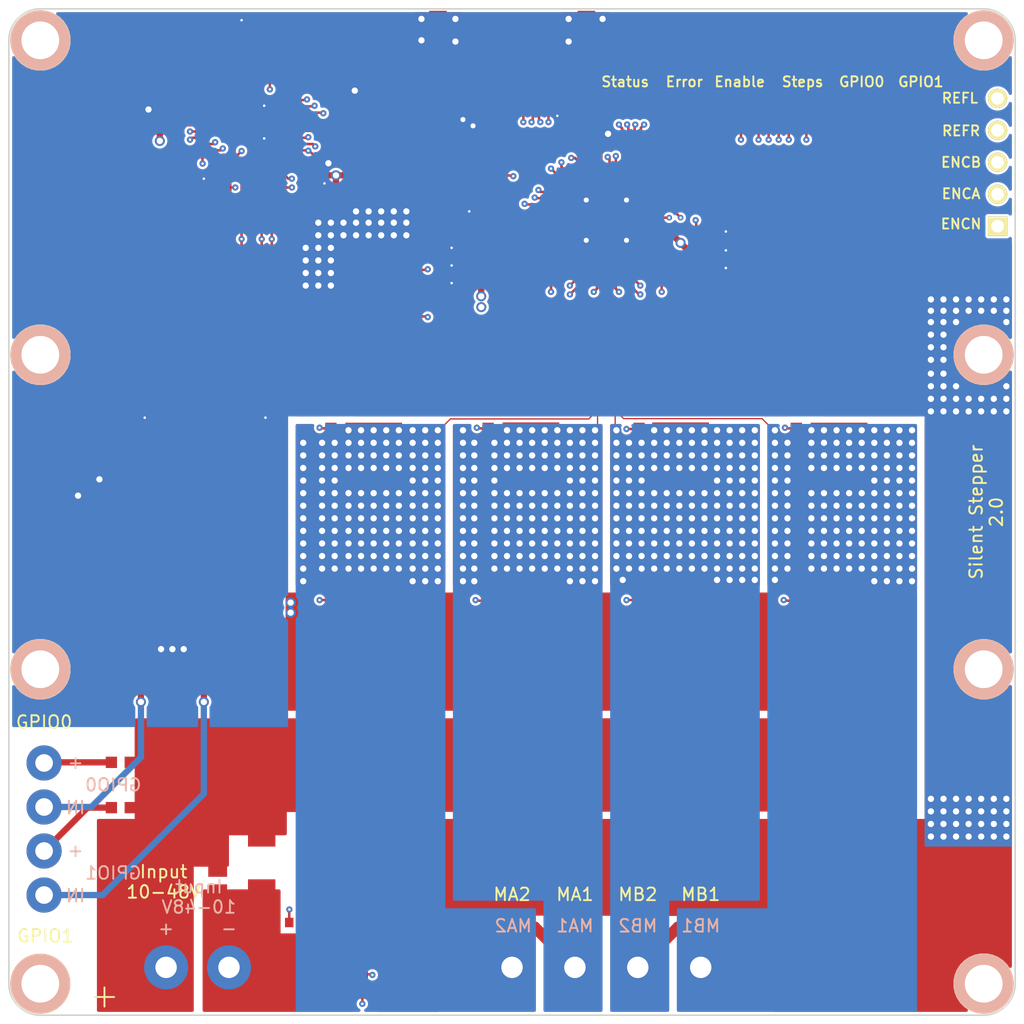
<source format=kicad_pcb>
(kicad_pcb (version 20171130) (host pcbnew 5.1.5-52549c5~84~ubuntu19.04.1)
  (layers (0 F.Cu power) (1 In1.Cu signal hide) (2 In2.Cu signal) (31 B.Cu power) (34 B.Paste user) (35 F.Paste user) (36 B.SilkS user) (37 F.SilkS user) (38 B.Mask user) (39 F.Mask user) (44 Edge.Cuts user))
  (net 0 "")
  (net 1 GND)
  (net 2 "Net-(C1-Pad1)")
  (net 3 VCC)
  (net 4 "Net-(C4-Pad1)")
  (net 5 "Net-(C10-Pad1)")
  (net 6 "Net-(C10-Pad2)")
  (net 7 "Net-(C11-Pad2)")
  (net 8 "Net-(C13-Pad2)")
  (net 9 "Net-(C13-Pad1)")
  (net 10 "Net-(C14-Pad1)")
  (net 11 "Net-(C14-Pad2)")
  (net 12 "Net-(C15-Pad2)")
  (net 13 "Net-(C15-Pad1)")
  (net 14 "Net-(C16-Pad1)")
  (net 15 "Net-(C16-Pad2)")
  (net 16 "Net-(C102-Pad2)")
  (net 17 "Net-(D1-Pad2)")
  (net 18 "Net-(D101-Pad2)")
  (net 19 +5V)
  (net 20 "Net-(P101-Pad4)")
  (net 21 "Net-(P101-Pad5)")
  (net 22 "Net-(P101-Pad6)")
  (net 23 "Net-(P102-Pad1)")
  (net 24 "Net-(P103-Pad2)")
  (net 25 "Net-(Q1-PadG)")
  (net 26 "Net-(Q2-PadS)")
  (net 27 "Net-(Q2-PadG)")
  (net 28 "Net-(Q3-PadG)")
  (net 29 "Net-(Q4-PadS)")
  (net 30 "Net-(Q4-PadG)")
  (net 31 "Net-(Q5-PadG)")
  (net 32 "Net-(Q6-PadG)")
  (net 33 "Net-(Q7-PadG)")
  (net 34 "Net-(Q8-PadG)")
  (net 35 "Net-(C7-Pad2)")
  (net 36 "Net-(C8-Pad2)")
  (net 37 "Net-(R2-Pad2)")
  (net 38 "Net-(R3-Pad2)")
  (net 39 "Net-(R4-Pad2)")
  (net 40 "Net-(R5-Pad2)")
  (net 41 "Net-(R6-Pad2)")
  (net 42 "Net-(R7-Pad2)")
  (net 43 "Net-(R8-Pad2)")
  (net 44 "Net-(R9-Pad2)")
  (net 45 "Net-(R12-Pad2)")
  (net 46 "Net-(R13-Pad2)")
  (net 47 "Net-(R14-Pad2)")
  (net 48 "Net-(R15-Pad2)")
  (net 49 CS_TMC)
  (net 50 SCK_TMC)
  (net 51 MOSI_TMC)
  (net 52 MISO_TMC)
  (net 53 "Net-(RP2-Pad5)")
  (net 54 "Net-(RP2-Pad6)")
  (net 55 "Net-(RP2-Pad7)")
  (net 56 "Net-(RP2-Pad8)")
  (net 57 "Net-(RP3-Pad6)")
  (net 58 DRV_ENN)
  (net 59 "Net-(RP3-Pad3)")
  (net 60 DIAG0)
  (net 61 DIAG1)
  (net 62 S-MISO)
  (net 63 S-MOSI)
  (net 64 S-CLK)
  (net 65 S-CS)
  (net 66 "Net-(C6-Pad2)")
  (net 67 "Net-(U2-Pad1)")
  (net 68 "Net-(U2-Pad2)")
  (net 69 "Net-(U2-Pad6)")
  (net 70 "Net-(U2-Pad8)")
  (net 71 "Net-(U2-Pad9)")
  (net 72 "Net-(U2-Pad10)")
  (net 73 "Net-(U2-Pad14)")
  (net 74 "Net-(U2-Pad15)")
  (net 75 "Net-(U2-Pad16)")
  (net 76 "Net-(U2-Pad25)")
  (net 77 "Net-(U2-Pad28)")
  (net 78 "Net-(U2-Pad32)")
  (net 79 "Net-(U2-Pad34)")
  (net 80 "Net-(U2-Pad43)")
  (net 81 "Net-(U2-Pad47)")
  (net 82 "Net-(U2-Pad48)")
  (net 83 "Net-(RP1-Pad7)")
  (net 84 V_GPIO)
  (net 85 "Net-(C23-Pad1)")
  (net 86 "Net-(C24-Pad1)")
  (net 87 "Net-(C25-Pad1)")
  (net 88 "Net-(P3-Pad3)")
  (net 89 "Net-(P3-Pad1)")
  (net 90 GPIO0)
  (net 91 GPIO1)
  (net 92 "Net-(R19-Pad2)")
  (net 93 "Net-(R20-Pad2)")
  (net 94 "Net-(P4-Pad1)")
  (net 95 "Net-(P4-Pad2)")
  (net 96 "Net-(P4-Pad3)")
  (net 97 "Net-(P4-Pad4)")
  (net 98 "Net-(P4-Pad5)")
  (net 99 "Net-(D3-Pad2)")
  (net 100 "Net-(D4-Pad2)")
  (net 101 "Net-(D5-Pad2)")
  (net 102 "Net-(D6-Pad2)")
  (net 103 "Net-(RP4-Pad5)")
  (net 104 "Net-(RP4-Pad6)")
  (net 105 "Net-(RP4-Pad7)")
  (net 106 "Net-(RP4-Pad8)")
  (net 107 "Net-(RP1-Pad8)")
  (net 108 "Net-(RP1-Pad6)")
  (net 109 "Net-(RP1-Pad5)")
  (net 110 "Net-(D7-Pad2)")
  (net 111 "Net-(R25-Pad2)")
  (net 112 "Net-(R26-Pad2)")
  (net 113 "Net-(U2-Pad13)")
  (net 114 "Net-(U2-Pad5)")
  (net 115 "Net-(U2-Pad33)")
  (net 116 "Net-(D8-Pad2)")
  (module kicad-libraries:SMB (layer F.Cu) (at 65.1 157.9 270)
    (fp_text reference D8)
    (fp_text value SMBJ24CA)
    (pad 1 smd rect (at -2.11 0 270) (size 1.62 2.18) (layers F.Cu F.Paste F.Mask) (net 84 V_GPIO))
    (pad 2 smd rect (at 2.11 0 270) (size 1.62 2.18) (layers F.Cu F.Paste F.Mask) (net 116 "Net-(D8-Pad2)"))
  )
  (module kicad-libraries:DIP_8_SMD (layer F.Cu) (at 59.3 130 180)
    (fp_text reference U3)
    (fp_text value LTV-827)
    (pad 8 smd rect (at 3.81 4.50596 180) (size 1.78054 1.99898) (layers F.Cu F.Paste F.Mask) (net 3 VCC))
    (pad 7 smd rect (at 1.27 4.50596 180) (size 1.78054 1.99898) (layers F.Cu F.Paste F.Mask) (net 90 GPIO0))
    (pad 6 smd rect (at -1.27 4.50596 180) (size 1.78054 1.99898) (layers F.Cu F.Paste F.Mask) (net 3 VCC))
    (pad 5 smd rect (at -3.81 4.50596 180) (size 1.78054 1.99898) (layers F.Cu F.Paste F.Mask) (net 91 GPIO1))
    (pad 4 smd rect (at -3.81 -4.50596 180) (size 1.78054 1.99898) (layers F.Cu F.Paste F.Mask) (net 85 "Net-(C23-Pad1)"))
    (pad 3 smd rect (at -1.27 -4.50596 180) (size 1.78054 1.99898) (layers F.Cu F.Paste F.Mask) (net 93 "Net-(R20-Pad2)"))
    (pad 2 smd rect (at 1.27 -4.50596 180) (size 1.78054 1.99898) (layers F.Cu F.Paste F.Mask) (net 85 "Net-(C23-Pad1)"))
    (pad 1 smd rect (at 3.81 -4.50088 180) (size 1.78054 1.99898) (layers F.Cu F.Paste F.Mask) (net 92 "Net-(R19-Pad2)"))
  )
  (module kicad-libraries:pin_array_5x1 (layer F.Cu) (at 123.6 102.2 90)
    (fp_text reference P4)
    (fp_text value PROTO hide)
    (pad 1 thru_hole rect (at -5.08 0 90) (size 1.524 1.524) (drill 1.016) (layers *.Cu *.Mask F.SilkS) (net 94 "Net-(P4-Pad1)"))
    (pad 2 thru_hole circle (at -2.54 0 90) (size 1.524 1.524) (drill 1.016) (layers *.Cu *.Mask F.SilkS) (net 95 "Net-(P4-Pad2)"))
    (pad 3 thru_hole circle (at 0 0 90) (size 1.524 1.524) (drill 1.016) (layers *.Cu *.Mask F.SilkS) (net 96 "Net-(P4-Pad3)"))
    (pad 4 thru_hole circle (at 2.54 0 90) (size 1.524 1.524) (drill 1.016) (layers *.Cu *.Mask F.SilkS) (net 97 "Net-(P4-Pad4)"))
    (pad 5 thru_hole circle (at 5.08 0 90) (size 1.524 1.524) (drill 1.016) (layers *.Cu *.Mask F.SilkS) (net 98 "Net-(P4-Pad5)"))
  )
  (module kicad-libraries:SON_5x6mm (layer F.Cu) (at 74 138.2 90)
    (fp_text reference Q7)
    (fp_text value CSD19533Q5A)
    (pad D smd rect (at -0.2775 0 90) (size 4.2 4.51) (layers F.Cu F.Mask) (net 84 V_GPIO))
    (pad D smd rect (at -2.7525 -1.9175 90) (size 0.75 0.675) (layers F.Cu F.Paste F.Mask) (net 84 V_GPIO))
    (pad D smd rect (at -2.7525 -0.66 90) (size 0.75 0.675) (layers F.Cu F.Paste F.Mask) (net 84 V_GPIO))
    (pad D smd rect (at -2.7525 0.66 90) (size 0.75 0.675) (layers F.Cu F.Paste F.Mask) (net 84 V_GPIO))
    (pad D smd rect (at -2.7525 1.9175 90) (size 0.75 0.675) (layers F.Cu F.Paste F.Mask) (net 84 V_GPIO))
    (pad S smd rect (at 2.7525 -0.66 90) (size 0.75 0.675) (layers F.Cu F.Paste F.Mask) (net 13 "Net-(C15-Pad1)"))
    (pad S smd rect (at 2.7525 0.66 90) (size 0.75 0.675) (layers F.Cu F.Paste F.Mask) (net 13 "Net-(C15-Pad1)"))
    (pad G smd rect (at 2.7525 -1.9175 90) (size 0.75 0.675) (layers F.Cu F.Paste F.Mask) (net 33 "Net-(Q7-PadG)"))
    (pad S smd rect (at 2.7525 1.9175 90) (size 0.75 0.675) (layers F.Cu F.Paste F.Mask) (net 13 "Net-(C15-Pad1)"))
  )
  (module kicad-libraries:C0603F (layer F.Cu) (at 71.7 102 180)
    (fp_text reference C1)
    (fp_text value 10pF)
    (pad 2 smd rect (at 0.75 0 180) (size 0.9 0.9) (layers F.Cu F.Paste F.Mask) (net 1 GND))
    (pad 1 smd rect (at -0.75 0 180) (size 0.9 0.9) (layers F.Cu F.Paste F.Mask) (net 2 "Net-(C1-Pad1)"))
  )
  (module kicad-libraries:C0603F (layer F.Cu) (at 69.3 103.1 270)
    (fp_text reference C2)
    (fp_text value 100nF)
    (pad 2 smd rect (at 0.75 0 270) (size 0.9 0.9) (layers F.Cu F.Paste F.Mask) (net 1 GND))
    (pad 1 smd rect (at -0.75 0 270) (size 0.9 0.9) (layers F.Cu F.Paste F.Mask) (net 3 VCC))
  )
  (module kicad-libraries:C0603F (layer F.Cu) (at 57 98.8 90)
    (fp_text reference C3)
    (fp_text value 220nF)
    (pad 2 smd rect (at 0.75 0 90) (size 0.9 0.9) (layers F.Cu F.Paste F.Mask) (net 1 GND))
    (pad 1 smd rect (at -0.75 0 90) (size 0.9 0.9) (layers F.Cu F.Paste F.Mask) (net 3 VCC))
  )
  (module kicad-libraries:C0603F (layer F.Cu) (at 71.7 97.4)
    (fp_text reference C4)
    (fp_text value 10pF)
    (pad 2 smd rect (at 0.75 0) (size 0.9 0.9) (layers F.Cu F.Paste F.Mask) (net 1 GND))
    (pad 1 smd rect (at -0.75 0) (size 0.9 0.9) (layers F.Cu F.Paste F.Mask) (net 4 "Net-(C4-Pad1)"))
  )
  (module kicad-libraries:C0603F (layer F.Cu) (at 100.4 109.2)
    (fp_text reference C5)
    (fp_text value 100nF/100V)
    (pad 2 smd rect (at 0.75 0) (size 0.9 0.9) (layers F.Cu F.Paste F.Mask) (net 1 GND))
    (pad 1 smd rect (at -0.75 0) (size 0.9 0.9) (layers F.Cu F.Paste F.Mask) (net 84 V_GPIO))
  )
  (module kicad-libraries:C0603F (layer F.Cu) (at 100.4 110.6 180)
    (fp_text reference C6)
    (fp_text value 2,2uF/16V)
    (pad 2 smd rect (at 0.75 0 180) (size 0.9 0.9) (layers F.Cu F.Paste F.Mask) (net 66 "Net-(C6-Pad2)"))
    (pad 1 smd rect (at -0.75 0 180) (size 0.9 0.9) (layers F.Cu F.Paste F.Mask) (net 1 GND))
  )
  (module kicad-libraries:C0603F (layer F.Cu) (at 100.4 107.7 180)
    (fp_text reference C7)
    (fp_text value 2,2uF/16V)
    (pad 2 smd rect (at 0.75 0 180) (size 0.9 0.9) (layers F.Cu F.Paste F.Mask) (net 35 "Net-(C7-Pad2)"))
    (pad 1 smd rect (at -0.75 0 180) (size 0.9 0.9) (layers F.Cu F.Paste F.Mask) (net 1 GND))
  )
  (module kicad-libraries:C0603F (layer F.Cu) (at 83.3 106.1)
    (fp_text reference C8)
    (fp_text value 470nF/25V)
    (pad 2 smd rect (at 0.75 0) (size 0.9 0.9) (layers F.Cu F.Paste F.Mask) (net 36 "Net-(C8-Pad2)"))
    (pad 1 smd rect (at -0.75 0) (size 0.9 0.9) (layers F.Cu F.Paste F.Mask) (net 1 GND))
  )
  (module kicad-libraries:C0603F (layer F.Cu) (at 91.8 100.9)
    (fp_text reference C9)
    (fp_text value 100nF/100V)
    (pad 2 smd rect (at 0.75 0) (size 0.9 0.9) (layers F.Cu F.Paste F.Mask) (net 1 GND))
    (pad 1 smd rect (at -0.75 0) (size 0.9 0.9) (layers F.Cu F.Paste F.Mask) (net 3 VCC))
  )
  (module kicad-libraries:C0603F (layer F.Cu) (at 83.3 107.6)
    (fp_text reference C10)
    (fp_text value 22nF/100V)
    (pad 2 smd rect (at 0.75 0) (size 0.9 0.9) (layers F.Cu F.Paste F.Mask) (net 6 "Net-(C10-Pad2)"))
    (pad 1 smd rect (at -0.75 0) (size 0.9 0.9) (layers F.Cu F.Paste F.Mask) (net 5 "Net-(C10-Pad1)"))
  )
  (module kicad-libraries:C0603F (layer F.Cu) (at 84.1 109.8 270)
    (fp_text reference C11)
    (fp_text value 100nF/100V)
    (pad 2 smd rect (at 0.75 0 270) (size 0.9 0.9) (layers F.Cu F.Paste F.Mask) (net 7 "Net-(C11-Pad2)"))
    (pad 1 smd rect (at -0.75 0 270) (size 0.9 0.9) (layers F.Cu F.Paste F.Mask) (net 84 V_GPIO))
  )
  (module kicad-libraries:C0603F (layer F.Cu) (at 81.8 109 180)
    (fp_text reference C12)
    (fp_text value 100nF/100V)
    (pad 2 smd rect (at 0.75 0 180) (size 0.9 0.9) (layers F.Cu F.Paste F.Mask) (net 1 GND))
    (pad 1 smd rect (at -0.75 0 180) (size 0.9 0.9) (layers F.Cu F.Paste F.Mask) (net 84 V_GPIO))
  )
  (module kicad-libraries:C0603F (layer F.Cu) (at 93.95 113.6 180)
    (fp_text reference C13)
    (fp_text value 470nF/25V)
    (pad 2 smd rect (at 0.75 0 180) (size 0.9 0.9) (layers F.Cu F.Paste F.Mask) (net 8 "Net-(C13-Pad2)"))
    (pad 1 smd rect (at -0.75 0 180) (size 0.9 0.9) (layers F.Cu F.Paste F.Mask) (net 9 "Net-(C13-Pad1)"))
  )
  (module kicad-libraries:C0603F (layer F.Cu) (at 96.9 113.6)
    (fp_text reference C14)
    (fp_text value 470nF/25V)
    (pad 2 smd rect (at 0.75 0) (size 0.9 0.9) (layers F.Cu F.Paste F.Mask) (net 11 "Net-(C14-Pad2)"))
    (pad 1 smd rect (at -0.75 0) (size 0.9 0.9) (layers F.Cu F.Paste F.Mask) (net 10 "Net-(C14-Pad1)"))
  )
  (module kicad-libraries:C0603F (layer F.Cu) (at 88.05 113.6 180)
    (fp_text reference C15)
    (fp_text value 470nF/25V)
    (pad 2 smd rect (at 0.75 0 180) (size 0.9 0.9) (layers F.Cu F.Paste F.Mask) (net 12 "Net-(C15-Pad2)"))
    (pad 1 smd rect (at -0.75 0 180) (size 0.9 0.9) (layers F.Cu F.Paste F.Mask) (net 13 "Net-(C15-Pad1)"))
  )
  (module kicad-libraries:C0603F (layer F.Cu) (at 91 113.6)
    (fp_text reference C16)
    (fp_text value 470nF/25V)
    (pad 2 smd rect (at 0.75 0) (size 0.9 0.9) (layers F.Cu F.Paste F.Mask) (net 15 "Net-(C16-Pad2)"))
    (pad 1 smd rect (at -0.75 0) (size 0.9 0.9) (layers F.Cu F.Paste F.Mask) (net 14 "Net-(C16-Pad1)"))
  )
  (module kicad-libraries:C0603F (layer F.Cu) (at 81.8 110.4 180)
    (fp_text reference C17)
    (fp_text value 2,2uF/100V)
    (pad 2 smd rect (at 0.75 0 180) (size 0.9 0.9) (layers F.Cu F.Paste F.Mask) (net 1 GND))
    (pad 1 smd rect (at -0.75 0 180) (size 0.9 0.9) (layers F.Cu F.Paste F.Mask) (net 84 V_GPIO))
  )
  (module kicad-libraries:C0603F (layer F.Cu) (at 81.8 111.8 180)
    (fp_text reference C18)
    (fp_text value 2,2uF/100V)
    (pad 2 smd rect (at 0.75 0 180) (size 0.9 0.9) (layers F.Cu F.Paste F.Mask) (net 1 GND))
    (pad 1 smd rect (at -0.75 0 180) (size 0.9 0.9) (layers F.Cu F.Paste F.Mask) (net 84 V_GPIO))
  )
  (module kicad-libraries:ELKO_103 (layer F.Cu) (at 86.5 152.9 90)
    (fp_text reference C19)
    (fp_text value 220uF/100V/LowESR)
    (pad 1 smd rect (at 4.35102 0 90) (size 4.09956 1.99898) (layers F.Cu F.Paste F.Mask) (net 84 V_GPIO))
    (pad 2 smd rect (at -4.35102 0 90) (size 4.09956 1.99898) (layers F.Cu F.Paste F.Mask) (net 1 GND))
  )
  (module kicad-libraries:ELKO_103 (layer F.Cu) (at 98.5 153 90)
    (fp_text reference C20)
    (fp_text value 220uF/100V/LowESR)
    (pad 1 smd rect (at 4.35102 0 90) (size 4.09956 1.99898) (layers F.Cu F.Paste F.Mask) (net 84 V_GPIO))
    (pad 2 smd rect (at -4.35102 0 90) (size 4.09956 1.99898) (layers F.Cu F.Paste F.Mask) (net 1 GND))
  )
  (module kicad-libraries:ELKO_103 (layer F.Cu) (at 74 152.9 90)
    (fp_text reference C21)
    (fp_text value 220uF/100V/LowESR)
    (pad 1 smd rect (at 4.35102 0 90) (size 4.09956 1.99898) (layers F.Cu F.Paste F.Mask) (net 84 V_GPIO))
    (pad 2 smd rect (at -4.35102 0 90) (size 4.09956 1.99898) (layers F.Cu F.Paste F.Mask) (net 1 GND))
  )
  (module kicad-libraries:ELKO_103 (layer F.Cu) (at 111 153 90)
    (fp_text reference C22)
    (fp_text value 220uF/100V/LowESR)
    (pad 1 smd rect (at 4.35102 0 90) (size 4.09956 1.99898) (layers F.Cu F.Paste F.Mask) (net 84 V_GPIO))
    (pad 2 smd rect (at -4.35102 0 90) (size 4.09956 1.99898) (layers F.Cu F.Paste F.Mask) (net 1 GND))
  )
  (module kicad-libraries:C0805 (layer F.Cu) (at 82.70924 97.1)
    (fp_text reference C101)
    (fp_text value 10uF)
    (pad 2 smd rect (at 1.00076 0) (size 1.00076 1.24968) (layers F.Cu F.Paste F.Mask) (net 3 VCC) (clearance 0.14986))
    (pad 1 smd rect (at -1.00076 0) (size 1.00076 1.24968) (layers F.Cu F.Paste F.Mask) (net 1 GND) (clearance 0.14986))
  )
  (module kicad-libraries:C0402F (layer F.Cu) (at 88.6 97.4 90)
    (fp_text reference C102)
    (fp_text value 220pF)
    (pad 1 smd rect (at -0.5 0 90) (size 0.6 0.7) (layers F.Cu F.Paste F.Mask) (net 1 GND))
    (pad 2 smd rect (at 0.5 0 90) (size 0.6 0.7) (layers F.Cu F.Paste F.Mask) (net 16 "Net-(C102-Pad2)"))
  )
  (module kicad-libraries:C0603F (layer F.Cu) (at 82.7 98.6)
    (fp_text reference C103)
    (fp_text value 1uF)
    (pad 2 smd rect (at 0.75 0) (size 0.9 0.9) (layers F.Cu F.Paste F.Mask) (net 3 VCC))
    (pad 1 smd rect (at -0.75 0) (size 0.9 0.9) (layers F.Cu F.Paste F.Mask) (net 1 GND))
  )
  (module kicad-libraries:C0603F (layer F.Cu) (at 61.5 104.2 180)
    (fp_text reference C104)
    (fp_text value 100nF)
    (pad 2 smd rect (at 0.75 0 180) (size 0.9 0.9) (layers F.Cu F.Paste F.Mask) (net 1 GND))
    (pad 1 smd rect (at -0.75 0 180) (size 0.9 0.9) (layers F.Cu F.Paste F.Mask) (net 3 VCC))
  )
  (module kicad-libraries:SOD-123 (layer F.Cu) (at 73.2 163.5 270)
    (fp_text reference D1)
    (fp_text value Z12V)
    (pad 2 smd rect (at 1.84912 0 270) (size 1.19888 0.70104) (layers F.Cu F.Paste F.Mask) (net 17 "Net-(D1-Pad2)") (clearance 0.14986))
    (pad 1 smd rect (at -1.84912 0 270) (size 1.19888 0.70104) (layers F.Cu F.Paste F.Mask) (net 1 GND) (clearance 0.14986))
  )
  (module kicad-libraries:D0603E (layer F.Cu) (at 94 93 270)
    (fp_text reference D101)
    (fp_text value blue)
    (pad 2 smd rect (at 0.8501 0 270) (size 1.1 1) (layers F.Cu F.Paste F.Mask) (net 18 "Net-(D101-Pad2)"))
    (pad 1 smd rect (at -0.8501 0 270) (size 1.1 1) (layers F.Cu F.Paste F.Mask) (net 3 VCC))
  )
  (module kicad-libraries:DEBUG_PAD (layer F.Cu) (at 65.3 92)
    (fp_text reference P102)
    (fp_text value DEBUG)
    (pad 1 smd circle (at 0 0) (size 0.7 0.7) (layers F.Cu F.Paste F.Mask) (net 23 "Net-(P102-Pad1)"))
  )
  (module kicad-libraries:SolderJumper (layer F.Cu) (at 63.5 91.9 270)
    (fp_text reference P103)
    (fp_text value BOOT)
    (pad 1 smd rect (at -0.225 -0.55 270) (size 0.95 0.3) (layers F.Cu F.Mask) (net 1 GND))
    (pad 1 smd rect (at -0.225 0.55 270) (size 0.95 0.3) (layers F.Cu F.Mask) (net 1 GND))
    (pad 1 smd rect (at -0.5 0 270) (size 0.4 1.4) (layers F.Cu F.Mask) (net 1 GND))
    (pad 2 smd rect (at 0.15 0 270) (size 0.6 0.5) (layers F.Cu F.Mask) (net 24 "Net-(P103-Pad2)"))
    (pad 2 smd rect (at 0.55 0 270) (size 0.3 1.4) (layers F.Cu F.Mask) (net 24 "Net-(P103-Pad2)"))
  )
  (module kicad-libraries:R0603F (layer F.Cu) (at 84.1 104 90)
    (fp_text reference R1)
    (fp_text value 2,2)
    (pad 2 smd rect (at 0.75 0 90) (size 0.9 0.9) (layers F.Cu F.Paste F.Mask) (net 35 "Net-(C7-Pad2)"))
    (pad 1 smd rect (at -0.75 0 90) (size 0.9 0.9) (layers F.Cu F.Paste F.Mask) (net 36 "Net-(C8-Pad2)"))
  )
  (module kicad-libraries:R0603F (layer F.Cu) (at 107.6 136.3 270)
    (fp_text reference R2)
    (fp_text value 10)
    (pad 2 smd rect (at 0.75 0 270) (size 0.9 0.9) (layers F.Cu F.Paste F.Mask) (net 37 "Net-(R2-Pad2)"))
    (pad 1 smd rect (at -0.75 0 270) (size 0.9 0.9) (layers F.Cu F.Paste F.Mask) (net 25 "Net-(Q1-PadG)"))
  )
  (module kicad-libraries:R0603F (layer F.Cu) (at 107.6 122.6 270)
    (fp_text reference R3)
    (fp_text value 10)
    (pad 2 smd rect (at 0.75 0 270) (size 0.9 0.9) (layers F.Cu F.Paste F.Mask) (net 38 "Net-(R3-Pad2)"))
    (pad 1 smd rect (at -0.75 0 270) (size 0.9 0.9) (layers F.Cu F.Paste F.Mask) (net 27 "Net-(Q2-PadG)"))
  )
  (module kicad-libraries:R0603F (layer F.Cu) (at 83.1 136.3 270)
    (fp_text reference R4)
    (fp_text value 10)
    (pad 2 smd rect (at 0.75 0 270) (size 0.9 0.9) (layers F.Cu F.Paste F.Mask) (net 39 "Net-(R4-Pad2)"))
    (pad 1 smd rect (at -0.75 0 270) (size 0.9 0.9) (layers F.Cu F.Paste F.Mask) (net 28 "Net-(Q3-PadG)"))
  )
  (module kicad-libraries:R0603F (layer F.Cu) (at 83.1 122.6 270)
    (fp_text reference R5)
    (fp_text value 10)
    (pad 2 smd rect (at 0.75 0 270) (size 0.9 0.9) (layers F.Cu F.Paste F.Mask) (net 40 "Net-(R5-Pad2)"))
    (pad 1 smd rect (at -0.75 0 270) (size 0.9 0.9) (layers F.Cu F.Paste F.Mask) (net 30 "Net-(Q4-PadG)"))
  )
  (module kicad-libraries:R0603F (layer F.Cu) (at 107.6 115.2 90)
    (fp_text reference R6)
    (fp_text value 47)
    (pad 2 smd rect (at 0.75 0 90) (size 0.9 0.9) (layers F.Cu F.Paste F.Mask) (net 41 "Net-(R6-Pad2)"))
    (pad 1 smd rect (at -0.75 0 90) (size 0.9 0.9) (layers F.Cu F.Paste F.Mask) (net 26 "Net-(Q2-PadS)"))
  )
  (module kicad-libraries:R0603F (layer F.Cu) (at 107.6 110 270)
    (fp_text reference R7)
    (fp_text value 47)
    (pad 2 smd rect (at 0.75 0 270) (size 0.9 0.9) (layers F.Cu F.Paste F.Mask) (net 42 "Net-(R7-Pad2)"))
    (pad 1 smd rect (at -0.75 0 270) (size 0.9 0.9) (layers F.Cu F.Paste F.Mask) (net 1 GND))
  )
  (module kicad-libraries:R0603F (layer F.Cu) (at 77.3 115.2 90)
    (fp_text reference R8)
    (fp_text value 47)
    (pad 2 smd rect (at 0.75 0 90) (size 0.9 0.9) (layers F.Cu F.Paste F.Mask) (net 43 "Net-(R8-Pad2)"))
    (pad 1 smd rect (at -0.75 0 90) (size 0.9 0.9) (layers F.Cu F.Paste F.Mask) (net 29 "Net-(Q4-PadS)"))
  )
  (module kicad-libraries:R0603F (layer F.Cu) (at 77.3 110 270)
    (fp_text reference R9)
    (fp_text value 47)
    (pad 2 smd rect (at 0.75 0 270) (size 0.9 0.9) (layers F.Cu F.Paste F.Mask) (net 44 "Net-(R9-Pad2)"))
    (pad 1 smd rect (at -0.75 0 270) (size 0.9 0.9) (layers F.Cu F.Paste F.Mask) (net 1 GND))
  )
  (module kicad-libraries:R2818 (layer F.Cu) (at 111 112.6 270)
    (fp_text reference R10)
    (fp_text value WSHM2818R0220FEA)
    (pad 2 smd rect (at 2.055 0 270) (size 3.5 5.1) (layers F.Cu F.Paste F.Mask) (net 26 "Net-(Q2-PadS)"))
    (pad 1 smd rect (at -2.055 0 270) (size 3.5 5.1) (layers F.Cu F.Paste F.Mask) (net 1 GND))
  )
  (module kicad-libraries:R2818 (layer F.Cu) (at 73.9 112.6 270)
    (fp_text reference R11)
    (fp_text value WSHM2818R0220FEA)
    (pad 2 smd rect (at 2.055 0 270) (size 3.5 5.1) (layers F.Cu F.Paste F.Mask) (net 29 "Net-(Q4-PadS)"))
    (pad 1 smd rect (at -2.055 0 270) (size 3.5 5.1) (layers F.Cu F.Paste F.Mask) (net 1 GND))
  )
  (module kicad-libraries:R0603F (layer F.Cu) (at 95.1 136.3 270)
    (fp_text reference R12)
    (fp_text value 10)
    (pad 2 smd rect (at 0.75 0 270) (size 0.9 0.9) (layers F.Cu F.Paste F.Mask) (net 45 "Net-(R12-Pad2)"))
    (pad 1 smd rect (at -0.75 0 270) (size 0.9 0.9) (layers F.Cu F.Paste F.Mask) (net 31 "Net-(Q5-PadG)"))
  )
  (module kicad-libraries:R0603F (layer F.Cu) (at 95.1 122.6 270)
    (fp_text reference R13)
    (fp_text value 10)
    (pad 2 smd rect (at 0.75 0 270) (size 0.9 0.9) (layers F.Cu F.Paste F.Mask) (net 46 "Net-(R13-Pad2)"))
    (pad 1 smd rect (at -0.75 0 270) (size 0.9 0.9) (layers F.Cu F.Paste F.Mask) (net 32 "Net-(Q6-PadG)"))
  )
  (module kicad-libraries:R0603F (layer F.Cu) (at 70.6 136.3 270)
    (fp_text reference R14)
    (fp_text value 10)
    (pad 2 smd rect (at 0.75 0 270) (size 0.9 0.9) (layers F.Cu F.Paste F.Mask) (net 47 "Net-(R14-Pad2)"))
    (pad 1 smd rect (at -0.75 0 270) (size 0.9 0.9) (layers F.Cu F.Paste F.Mask) (net 33 "Net-(Q7-PadG)"))
  )
  (module kicad-libraries:R0603F (layer F.Cu) (at 70.6 122.6 270)
    (fp_text reference R15)
    (fp_text value 10)
    (pad 2 smd rect (at 0.75 0 270) (size 0.9 0.9) (layers F.Cu F.Paste F.Mask) (net 48 "Net-(R15-Pad2)"))
    (pad 1 smd rect (at -0.75 0 270) (size 0.9 0.9) (layers F.Cu F.Paste F.Mask) (net 34 "Net-(Q8-PadG)"))
  )
  (module kicad-libraries:R0603F (layer F.Cu) (at 73.1 167.5 270)
    (fp_text reference R16)
    (fp_text value 100k)
    (pad 2 smd rect (at 0.75 0 270) (size 0.9 0.9) (layers F.Cu F.Paste F.Mask) (net 84 V_GPIO))
    (pad 1 smd rect (at -0.75 0 270) (size 0.9 0.9) (layers F.Cu F.Paste F.Mask) (net 17 "Net-(D1-Pad2)"))
  )
  (module kicad-libraries:0603X4 (layer F.Cu) (at 64.7 110.2 180)
    (fp_text reference RP1)
    (fp_text value 10k)
    (pad 8 smd rect (at 1.19888 0.8509 180) (size 0.44958 0.89916) (layers F.Cu F.Paste F.Mask) (net 107 "Net-(RP1-Pad8)"))
    (pad 7 smd rect (at 0.39878 0.8509 180) (size 0.44958 0.89916) (layers F.Cu F.Paste F.Mask) (net 83 "Net-(RP1-Pad7)"))
    (pad 6 smd rect (at -0.39878 0.8509 180) (size 0.44958 0.89916) (layers F.Cu F.Paste F.Mask) (net 108 "Net-(RP1-Pad6)"))
    (pad 5 smd rect (at -1.19888 0.8509 180) (size 0.44958 0.89916) (layers F.Cu F.Paste F.Mask) (net 109 "Net-(RP1-Pad5)"))
    (pad 4 smd rect (at -1.19888 -0.8509 180) (size 0.44958 0.89916) (layers F.Cu F.Paste F.Mask) (net 3 VCC))
    (pad 3 smd rect (at -0.39878 -0.8509 180) (size 0.44958 0.89916) (layers F.Cu F.Paste F.Mask) (net 3 VCC))
    (pad 2 smd rect (at 0.39878 -0.8509 180) (size 0.44958 0.89916) (layers F.Cu F.Paste F.Mask) (net 3 VCC))
    (pad 1 smd rect (at 1.19888 -0.8509 180) (size 0.44958 0.89916) (layers F.Cu F.Paste F.Mask) (net 3 VCC))
  )
  (module kicad-libraries:0603X4 (layer F.Cu) (at 64.7 106.5)
    (fp_text reference RP3)
    (fp_text value 22)
    (pad 8 smd rect (at 1.19888 0.8509) (size 0.44958 0.89916) (layers F.Cu F.Paste F.Mask) (net 109 "Net-(RP1-Pad5)"))
    (pad 7 smd rect (at 0.39878 0.8509) (size 0.44958 0.89916) (layers F.Cu F.Paste F.Mask) (net 108 "Net-(RP1-Pad6)"))
    (pad 6 smd rect (at -0.39878 0.8509) (size 0.44958 0.89916) (layers F.Cu F.Paste F.Mask) (net 57 "Net-(RP3-Pad6)"))
    (pad 5 smd rect (at -1.19888 0.8509) (size 0.44958 0.89916) (layers F.Cu F.Paste F.Mask) (net 107 "Net-(RP1-Pad8)"))
    (pad 4 smd rect (at -1.19888 -0.8509) (size 0.44958 0.89916) (layers F.Cu F.Paste F.Mask) (net 58 DRV_ENN))
    (pad 3 smd rect (at -0.39878 -0.8509) (size 0.44958 0.89916) (layers F.Cu F.Paste F.Mask) (net 59 "Net-(RP3-Pad3)"))
    (pad 2 smd rect (at 0.39878 -0.8509) (size 0.44958 0.89916) (layers F.Cu F.Paste F.Mask) (net 60 DIAG0))
    (pad 1 smd rect (at 1.19888 -0.8509) (size 0.44958 0.89916) (layers F.Cu F.Paste F.Mask) (net 61 DIAG1))
  )
  (module kicad-libraries:4X0402 (layer F.Cu) (at 86.9 97.4)
    (fp_text reference RP101)
    (fp_text value 82)
    (pad 8 smd rect (at -0.7493 -0.575) (size 0.29972 0.65) (layers F.Cu F.Paste F.Mask) (net 20 "Net-(P101-Pad4)"))
    (pad 7 smd rect (at -0.24892 -0.575) (size 0.29972 0.65) (layers F.Cu F.Paste F.Mask) (net 21 "Net-(P101-Pad5)"))
    (pad 6 smd rect (at 0.24892 -0.575) (size 0.29972 0.65) (layers F.Cu F.Paste F.Mask) (net 22 "Net-(P101-Pad6)"))
    (pad 5 smd rect (at 0.7493 -0.575) (size 0.29972 0.65) (layers F.Cu F.Paste F.Mask) (net 16 "Net-(C102-Pad2)"))
    (pad 4 smd rect (at 0.7493 0.575 180) (size 0.29972 0.65) (layers F.Cu F.Paste F.Mask) (net 62 S-MISO))
    (pad 3 smd rect (at 0.24892 0.575 180) (size 0.29972 0.65) (layers F.Cu F.Paste F.Mask) (net 63 S-MOSI))
    (pad 2 smd rect (at -0.24892 0.575 180) (size 0.29972 0.65) (layers F.Cu F.Paste F.Mask) (net 64 S-CLK))
    (pad 1 smd rect (at -0.7493 0.575 180) (size 0.29972 0.65) (layers F.Cu F.Paste F.Mask) (net 65 S-CS))
  )
  (module kicad-libraries:eTQFP-48_7x7mm (layer F.Cu) (at 92.5 106.8 180)
    (fp_text reference U1)
    (fp_text value TMC5160A)
    (pad 49 smd rect (at 0 0 180) (size 5.1 5.1) (layers F.Cu F.Mask) (net 1 GND))
    (pad 48 smd rect (at -2.75 -3.875 180) (size 0.35 1.25) (layers F.Cu F.Paste F.Mask) (net 10 "Net-(C14-Pad1)"))
    (pad 47 smd rect (at -2.25 -3.875 180) (size 0.35 1.25) (layers F.Cu F.Paste F.Mask) (net 38 "Net-(R3-Pad2)"))
    (pad 46 smd rect (at -1.75 -3.875 180) (size 0.35 1.25) (layers F.Cu F.Paste F.Mask) (net 46 "Net-(R13-Pad2)"))
    (pad 45 smd rect (at -1.25 -3.875 180) (size 0.35 1.25) (layers F.Cu F.Paste F.Mask) (net 9 "Net-(C13-Pad1)"))
    (pad 44 smd rect (at -0.75 -3.875 180) (size 0.35 1.25) (layers F.Cu F.Paste F.Mask) (net 45 "Net-(R12-Pad2)"))
    (pad 43 smd rect (at -0.25 -3.875 180) (size 0.35 1.25) (layers F.Cu F.Paste F.Mask) (net 8 "Net-(C13-Pad2)"))
    (pad 42 smd rect (at 0.25 -3.875 180) (size 0.35 1.25) (layers F.Cu F.Paste F.Mask) (net 15 "Net-(C16-Pad2)"))
    (pad 41 smd rect (at 0.75 -3.875 180) (size 0.35 1.25) (layers F.Cu F.Paste F.Mask) (net 39 "Net-(R4-Pad2)"))
    (pad 40 smd rect (at 1.25 -3.875 180) (size 0.35 1.25) (layers F.Cu F.Paste F.Mask) (net 14 "Net-(C16-Pad1)"))
    (pad 39 smd rect (at 1.75 -3.875 180) (size 0.35 1.25) (layers F.Cu F.Paste F.Mask) (net 40 "Net-(R5-Pad2)"))
    (pad 38 smd rect (at 2.25 -3.875 180) (size 0.35 1.25) (layers F.Cu F.Paste F.Mask) (net 48 "Net-(R15-Pad2)"))
    (pad 37 smd rect (at 2.75 -3.875 180) (size 0.35 1.25) (layers F.Cu F.Paste F.Mask) (net 13 "Net-(C15-Pad1)"))
    (pad 36 smd rect (at 3.875 -2.75 180) (size 1.25 0.35) (layers F.Cu F.Paste F.Mask) (net 47 "Net-(R14-Pad2)"))
    (pad 35 smd rect (at 3.875 -2.25 180) (size 1.25 0.35) (layers F.Cu F.Paste F.Mask) (net 12 "Net-(C15-Pad2)"))
    (pad 34 smd rect (at 3.875 -1.75 180) (size 1.25 0.35) (layers F.Cu F.Paste F.Mask) (net 7 "Net-(C11-Pad2)"))
    (pad 33 smd rect (at 3.875 -1.25 180) (size 1.25 0.35) (layers F.Cu F.Paste F.Mask) (net 84 V_GPIO))
    (pad 32 smd rect (at 3.875 -0.75 180) (size 1.25 0.35) (layers F.Cu F.Paste F.Mask) (net 6 "Net-(C10-Pad2)"))
    (pad 31 smd rect (at 3.875 -0.25 180) (size 1.25 0.35) (layers F.Cu F.Paste F.Mask) (net 5 "Net-(C10-Pad1)"))
    (pad 30 smd rect (at 3.875 0.25 180) (size 1.25 0.35) (layers F.Cu F.Paste F.Mask) (net 1 GND))
    (pad 29 smd rect (at 3.875 0.75 180) (size 1.25 0.35) (layers F.Cu F.Paste F.Mask) (net 36 "Net-(C8-Pad2)"))
    (pad 28 smd rect (at 3.875 1.25 180) (size 1.25 0.35) (layers F.Cu F.Paste F.Mask) (net 107 "Net-(RP1-Pad8)"))
    (pad 27 smd rect (at 3.875 1.75 180) (size 1.25 0.35) (layers F.Cu F.Paste F.Mask) (net 109 "Net-(RP1-Pad5)"))
    (pad 26 smd rect (at 3.875 2.25 180) (size 1.25 0.35) (layers F.Cu F.Paste F.Mask) (net 108 "Net-(RP1-Pad6)"))
    (pad 25 smd rect (at 3.875 2.75 180) (size 1.25 0.35) (layers F.Cu F.Paste F.Mask) (net 94 "Net-(P4-Pad1)"))
    (pad 24 smd rect (at 2.75 3.875 180) (size 0.35 1.25) (layers F.Cu F.Paste F.Mask) (net 95 "Net-(P4-Pad2)"))
    (pad 23 smd rect (at 2.25 3.875 180) (size 0.35 1.25) (layers F.Cu F.Paste F.Mask) (net 96 "Net-(P4-Pad3)"))
    (pad 22 smd rect (at 1.75 3.875 180) (size 0.35 1.25) (layers F.Cu F.Paste F.Mask) (net 3 VCC))
    (pad 21 smd rect (at 1.25 3.875 180) (size 0.35 1.25) (layers F.Cu F.Paste F.Mask) (net 1 GND))
    (pad 20 smd rect (at 0.75 3.875 180) (size 0.35 1.25) (layers F.Cu F.Paste F.Mask) (net 3 VCC))
    (pad 19 smd rect (at 0.25 3.875 180) (size 0.35 1.25) (layers F.Cu F.Paste F.Mask) (net 1 GND))
    (pad 13 smd rect (at -2.75 3.875 180) (size 0.35 1.25) (layers F.Cu F.Paste F.Mask) (net 56 "Net-(RP2-Pad8)"))
    (pad 14 smd rect (at -2.25 3.875 180) (size 0.35 1.25) (layers F.Cu F.Paste F.Mask) (net 55 "Net-(RP2-Pad7)"))
    (pad 15 smd rect (at -1.75 3.875 180) (size 0.35 1.25) (layers F.Cu F.Paste F.Mask) (net 54 "Net-(RP2-Pad6)"))
    (pad 16 smd rect (at -1.25 3.875 180) (size 0.35 1.25) (layers F.Cu F.Paste F.Mask) (net 53 "Net-(RP2-Pad5)"))
    (pad 17 smd rect (at -0.75 3.875 180) (size 0.35 1.25) (layers F.Cu F.Paste F.Mask) (net 98 "Net-(P4-Pad5)"))
    (pad 18 smd rect (at -0.25 3.875 180) (size 0.35 1.25) (layers F.Cu F.Paste F.Mask) (net 97 "Net-(P4-Pad4)"))
    (pad 12 smd rect (at -3.875 2.75 180) (size 1.25 0.35) (layers F.Cu F.Paste F.Mask) (net 1 GND))
    (pad 11 smd rect (at -3.875 2.25 180) (size 1.25 0.35) (layers F.Cu F.Paste F.Mask) (net 1 GND))
    (pad 10 smd rect (at -3.875 1.75 180) (size 1.25 0.35) (layers F.Cu F.Paste F.Mask) (net 42 "Net-(R7-Pad2)"))
    (pad 9 smd rect (at -3.875 1.25 180) (size 1.25 0.35) (layers F.Cu F.Paste F.Mask) (net 41 "Net-(R6-Pad2)"))
    (pad 8 smd rect (at -3.875 0.75 180) (size 1.25 0.35) (layers F.Cu F.Paste F.Mask) (net 43 "Net-(R8-Pad2)"))
    (pad 7 smd rect (at -3.875 0.25 180) (size 1.25 0.35) (layers F.Cu F.Paste F.Mask) (net 44 "Net-(R9-Pad2)"))
    (pad 1 smd rect (at -3.875 -2.75 180) (size 1.25 0.35) (layers F.Cu F.Paste F.Mask) (net 37 "Net-(R2-Pad2)"))
    (pad 2 smd rect (at -3.875 -2.25 180) (size 1.25 0.35) (layers F.Cu F.Paste F.Mask) (net 11 "Net-(C14-Pad2)"))
    (pad 3 smd rect (at -3.875 -1.75 180) (size 1.25 0.35) (layers F.Cu F.Paste F.Mask) (net 66 "Net-(C6-Pad2)"))
    (pad 4 smd rect (at -3.875 -1.25 180) (size 1.25 0.35) (layers F.Cu F.Paste F.Mask) (net 84 V_GPIO))
    (pad 5 smd rect (at -3.875 -0.75 180) (size 1.25 0.35) (layers F.Cu F.Paste F.Mask) (net 35 "Net-(C7-Pad2)"))
    (pad 6 smd rect (at -3.875 -0.25 180) (size 1.25 0.35) (layers F.Cu F.Paste F.Mask) (net 1 GND))
  )
  (module kicad-libraries:QFN48-EP2 (layer F.Cu) (at 64 99 180)
    (fp_text reference U2)
    (fp_text value XMC1404)
    (pad EP smd rect (at 0 0 180) (size 3.5 3.5) (layers F.Cu F.Paste F.Mask) (net 1 GND))
    (pad 48 smd rect (at -3.61188 2.74828 270) (size 0.29972 1.14808) (layers F.Cu F.Paste F.Mask) (net 82 "Net-(U2-Pad48)"))
    (pad 47 smd rect (at -3.61188 2.2479 270) (size 0.29972 1.14808) (layers F.Cu F.Paste F.Mask) (net 81 "Net-(U2-Pad47)"))
    (pad 46 smd rect (at -3.61188 1.74752 270) (size 0.29972 1.14808) (layers F.Cu F.Paste F.Mask) (net 63 S-MOSI))
    (pad 45 smd rect (at -3.61188 1.24968 270) (size 0.29972 1.14808) (layers F.Cu F.Paste F.Mask) (net 64 S-CLK))
    (pad 44 smd rect (at -3.61188 0.7493 270) (size 0.29972 1.14808) (layers F.Cu F.Paste F.Mask) (net 65 S-CS))
    (pad 43 smd rect (at -3.61188 0.24892 270) (size 0.29972 1.14808) (layers F.Cu F.Paste F.Mask) (net 80 "Net-(U2-Pad43)"))
    (pad 42 smd rect (at -3.61188 -0.24892 270) (size 0.29972 1.14808) (layers F.Cu F.Paste F.Mask) (net 4 "Net-(C4-Pad1)"))
    (pad 41 smd rect (at -3.61188 -0.7493 270) (size 0.29972 1.14808) (layers F.Cu F.Paste F.Mask) (net 2 "Net-(C1-Pad1)"))
    (pad 40 smd rect (at -3.61188 -1.24968 270) (size 0.29972 1.14808) (layers F.Cu F.Paste F.Mask) (net 49 CS_TMC))
    (pad 39 smd rect (at -3.61188 -1.74752 270) (size 0.29972 1.14808) (layers F.Cu F.Paste F.Mask) (net 50 SCK_TMC))
    (pad 38 smd rect (at -3.61188 -2.2479 270) (size 0.29972 1.14808) (layers F.Cu F.Paste F.Mask) (net 3 VCC))
    (pad 37 smd rect (at -3.60934 -2.74828 270) (size 0.29972 1.15062) (layers F.Cu F.Paste F.Mask) (net 1 GND))
    (pad 36 smd rect (at -2.74828 -3.61188 180) (size 0.29972 1.14808) (layers F.Cu F.Paste F.Mask) (net 51 MOSI_TMC))
    (pad 35 smd rect (at -2.2479 -3.61188 180) (size 0.29972 1.14808) (layers F.Cu F.Paste F.Mask) (net 52 MISO_TMC))
    (pad 34 smd rect (at -1.74752 -3.61188 180) (size 0.29972 1.14808) (layers F.Cu F.Paste F.Mask) (net 79 "Net-(U2-Pad34)"))
    (pad 33 smd rect (at -1.24968 -3.61188 180) (size 0.29972 1.14808) (layers F.Cu F.Paste F.Mask) (net 115 "Net-(U2-Pad33)"))
    (pad 32 smd rect (at -0.7493 -3.61188 180) (size 0.29972 1.14808) (layers F.Cu F.Paste F.Mask) (net 78 "Net-(U2-Pad32)"))
    (pad 31 smd rect (at -0.24892 -3.61188 180) (size 0.29972 1.14808) (layers F.Cu F.Paste F.Mask) (net 61 DIAG1))
    (pad 30 smd rect (at 0.24892 -3.61188 180) (size 0.29972 1.14808) (layers F.Cu F.Paste F.Mask) (net 60 DIAG0))
    (pad 29 smd rect (at 0.7493 -3.61188 180) (size 0.29972 1.14808) (layers F.Cu F.Paste F.Mask) (net 58 DRV_ENN))
    (pad 28 smd rect (at 1.24968 -3.61188 180) (size 0.29972 1.14808) (layers F.Cu F.Paste F.Mask) (net 77 "Net-(U2-Pad28)"))
    (pad 27 smd rect (at 1.74752 -3.61188 180) (size 0.29972 1.14808) (layers F.Cu F.Paste F.Mask) (net 3 VCC))
    (pad 26 smd rect (at 2.2479 -3.61188 180) (size 0.29972 1.14808) (layers F.Cu F.Paste F.Mask) (net 112 "Net-(R26-Pad2)"))
    (pad 25 smd rect (at 2.74828 -3.61188 180) (size 0.29972 1.14808) (layers F.Cu F.Paste F.Mask) (net 76 "Net-(U2-Pad25)"))
    (pad 24 smd rect (at 3.61188 -2.74828 90) (size 0.29972 1.14808) (layers F.Cu F.Paste F.Mask) (net 103 "Net-(RP4-Pad5)"))
    (pad 23 smd rect (at 3.61188 -2.2479 90) (size 0.29972 1.14808) (layers F.Cu F.Paste F.Mask) (net 104 "Net-(RP4-Pad6)"))
    (pad 22 smd rect (at 3.61188 -1.74752 90) (size 0.29972 1.14808) (layers F.Cu F.Paste F.Mask) (net 105 "Net-(RP4-Pad7)"))
    (pad 21 smd rect (at 3.61188 -1.24968 90) (size 0.29972 1.14808) (layers F.Cu F.Paste F.Mask) (net 106 "Net-(RP4-Pad8)"))
    (pad 20 smd rect (at 3.61188 -0.7493 90) (size 0.29972 1.14808) (layers F.Cu F.Paste F.Mask) (net 111 "Net-(R25-Pad2)"))
    (pad 19 smd rect (at 3.61188 -0.24892 90) (size 0.29972 1.14808) (layers F.Cu F.Paste F.Mask) (net 3 VCC))
    (pad 18 smd rect (at 3.61188 0.24892 90) (size 0.29972 1.14808) (layers F.Cu F.Paste F.Mask) (net 3 VCC))
    (pad 17 smd rect (at 3.61188 0.7493 90) (size 0.29972 1.14808) (layers F.Cu F.Paste F.Mask) (net 1 GND))
    (pad 16 smd rect (at 3.61188 1.24968 90) (size 0.29972 1.14808) (layers F.Cu F.Paste F.Mask) (net 75 "Net-(U2-Pad16)"))
    (pad 15 smd rect (at 3.61188 1.74752 90) (size 0.29972 1.14808) (layers F.Cu F.Paste F.Mask) (net 74 "Net-(U2-Pad15)"))
    (pad 14 smd rect (at 3.61188 2.2479 90) (size 0.29972 1.14808) (layers F.Cu F.Paste F.Mask) (net 73 "Net-(U2-Pad14)"))
    (pad 13 smd rect (at 3.61188 2.74828 90) (size 0.29972 1.14808) (layers F.Cu F.Paste F.Mask) (net 113 "Net-(U2-Pad13)"))
    (pad 12 smd rect (at 2.74828 3.61188) (size 0.29972 1.14808) (layers F.Cu F.Paste F.Mask) (net 91 GPIO1))
    (pad 11 smd rect (at 2.2479 3.61188) (size 0.29972 1.14808) (layers F.Cu F.Paste F.Mask) (net 90 GPIO0))
    (pad 10 smd rect (at 1.74752 3.61188) (size 0.29972 1.14808) (layers F.Cu F.Paste F.Mask) (net 72 "Net-(U2-Pad10)"))
    (pad 9 smd rect (at 1.24968 3.61188) (size 0.29972 1.14808) (layers F.Cu F.Paste F.Mask) (net 71 "Net-(U2-Pad9)"))
    (pad 8 smd rect (at 0.7493 3.61188) (size 0.29972 1.14808) (layers F.Cu F.Paste F.Mask) (net 70 "Net-(U2-Pad8)"))
    (pad 7 smd rect (at 0.24892 3.61188) (size 0.29972 1.14808) (layers F.Cu F.Paste F.Mask) (net 24 "Net-(P103-Pad2)"))
    (pad 6 smd rect (at -0.24892 3.61188) (size 0.29972 1.14808) (layers F.Cu F.Paste F.Mask) (net 69 "Net-(U2-Pad6)"))
    (pad 5 smd rect (at -0.7493 3.61188) (size 0.29972 1.14808) (layers F.Cu F.Paste F.Mask) (net 114 "Net-(U2-Pad5)"))
    (pad 4 smd rect (at -1.24968 3.61188) (size 0.29972 1.14808) (layers F.Cu F.Paste F.Mask) (net 23 "Net-(P102-Pad1)"))
    (pad 3 smd rect (at -1.74752 3.61188) (size 0.29972 1.14808) (layers F.Cu F.Paste F.Mask) (net 62 S-MISO))
    (pad 2 smd rect (at -2.2479 3.61188) (size 0.29972 1.14808) (layers F.Cu F.Paste F.Mask) (net 68 "Net-(U2-Pad2)"))
    (pad 1 smd rect (at -2.74828 3.61188) (size 0.29972 1.14808) (layers F.Cu F.Paste F.Mask) (net 67 "Net-(U2-Pad1)"))
  )
  (module kicad-libraries:DRILL_NP (layer F.Cu) (at 122.5 167.5)
    (fp_text reference U103 hide)
    (fp_text value DRILL hide)
    (pad "" np_thru_hole circle (at 0 0) (size 2.99974 2.99974) (drill 2.99974) (layers *.Cu *.Mask F.SilkS) (clearance 0.89916))
  )
  (module kicad-libraries:DRILL_NP (layer F.Cu) (at 122.5 92.5)
    (fp_text reference U104 hide)
    (fp_text value DRILL hide)
    (pad "" np_thru_hole circle (at 0 0) (size 2.99974 2.99974) (drill 2.99974) (layers *.Cu *.Mask F.SilkS) (clearance 0.89916))
  )
  (module kicad-libraries:DRILL_NP (layer F.Cu) (at 47.5 167.5)
    (fp_text reference U105 hide)
    (fp_text value DRILL hide)
    (pad "" np_thru_hole circle (at 0 0) (size 2.99974 2.99974) (drill 2.99974) (layers *.Cu *.Mask F.SilkS) (clearance 0.89916))
  )
  (module kicad-libraries:DRILL_NP (layer F.Cu) (at 47.5 92.5)
    (fp_text reference U106 hide)
    (fp_text value DRILL hide)
    (pad "" np_thru_hole circle (at 0 0) (size 2.99974 2.99974) (drill 2.99974) (layers *.Cu *.Mask F.SilkS) (clearance 0.89916))
  )
  (module kicad-libraries:CRYSTAL_2520 (layer F.Cu) (at 71.7 99.7 90)
    (fp_text reference X1)
    (fp_text value 16MHz)
    (pad 3 smd rect (at -0.85 -0.7 90) (size 1.2 1.1) (layers F.Cu F.Paste F.Mask) (net 1 GND))
    (pad 2 smd rect (at 0.85 -0.7 90) (size 1.2 1.1) (layers F.Cu F.Paste F.Mask) (net 4 "Net-(C4-Pad1)"))
    (pad 3 smd rect (at 0.85 0.7 90) (size 1.2 1.1) (layers F.Cu F.Paste F.Mask) (net 1 GND))
    (pad 1 smd rect (at -0.85 0.7 90) (size 1.2 1.1) (layers F.Cu F.Paste F.Mask) (net 2 "Net-(C1-Pad1)"))
  )
  (module kicad-libraries:SON_5x6mm (layer F.Cu) (at 111 138.2 90)
    (fp_text reference Q1)
    (fp_text value CSD19533Q5A)
    (pad D smd rect (at -0.2775 0 90) (size 4.2 4.51) (layers F.Cu F.Mask) (net 84 V_GPIO))
    (pad D smd rect (at -2.7525 -1.9175 90) (size 0.75 0.675) (layers F.Cu F.Paste F.Mask) (net 84 V_GPIO))
    (pad D smd rect (at -2.7525 -0.66 90) (size 0.75 0.675) (layers F.Cu F.Paste F.Mask) (net 84 V_GPIO))
    (pad D smd rect (at -2.7525 0.66 90) (size 0.75 0.675) (layers F.Cu F.Paste F.Mask) (net 84 V_GPIO))
    (pad D smd rect (at -2.7525 1.9175 90) (size 0.75 0.675) (layers F.Cu F.Paste F.Mask) (net 84 V_GPIO))
    (pad S smd rect (at 2.7525 -0.66 90) (size 0.75 0.675) (layers F.Cu F.Paste F.Mask) (net 10 "Net-(C14-Pad1)"))
    (pad S smd rect (at 2.7525 0.66 90) (size 0.75 0.675) (layers F.Cu F.Paste F.Mask) (net 10 "Net-(C14-Pad1)"))
    (pad G smd rect (at 2.7525 -1.9175 90) (size 0.75 0.675) (layers F.Cu F.Paste F.Mask) (net 25 "Net-(Q1-PadG)"))
    (pad S smd rect (at 2.7525 1.9175 90) (size 0.75 0.675) (layers F.Cu F.Paste F.Mask) (net 10 "Net-(C14-Pad1)"))
  )
  (module kicad-libraries:SON_5x6mm (layer F.Cu) (at 111 124.7225 90)
    (fp_text reference Q2)
    (fp_text value CSD19533Q5A)
    (pad D smd rect (at -0.2775 0 90) (size 4.2 4.51) (layers F.Cu F.Mask) (net 10 "Net-(C14-Pad1)"))
    (pad D smd rect (at -2.7525 -1.9175 90) (size 0.75 0.675) (layers F.Cu F.Paste F.Mask) (net 10 "Net-(C14-Pad1)"))
    (pad D smd rect (at -2.7525 -0.66 90) (size 0.75 0.675) (layers F.Cu F.Paste F.Mask) (net 10 "Net-(C14-Pad1)"))
    (pad D smd rect (at -2.7525 0.66 90) (size 0.75 0.675) (layers F.Cu F.Paste F.Mask) (net 10 "Net-(C14-Pad1)"))
    (pad D smd rect (at -2.7525 1.9175 90) (size 0.75 0.675) (layers F.Cu F.Paste F.Mask) (net 10 "Net-(C14-Pad1)"))
    (pad S smd rect (at 2.7525 -0.66 90) (size 0.75 0.675) (layers F.Cu F.Paste F.Mask) (net 26 "Net-(Q2-PadS)"))
    (pad S smd rect (at 2.7525 0.66 90) (size 0.75 0.675) (layers F.Cu F.Paste F.Mask) (net 26 "Net-(Q2-PadS)"))
    (pad G smd rect (at 2.7525 -1.9175 90) (size 0.75 0.675) (layers F.Cu F.Paste F.Mask) (net 27 "Net-(Q2-PadG)"))
    (pad S smd rect (at 2.7525 1.9175 90) (size 0.75 0.675) (layers F.Cu F.Paste F.Mask) (net 26 "Net-(Q2-PadS)"))
  )
  (module kicad-libraries:SON_5x6mm (layer F.Cu) (at 86.5 138.2 90)
    (fp_text reference Q3)
    (fp_text value CSD19533Q5A)
    (pad D smd rect (at -0.2775 0 90) (size 4.2 4.51) (layers F.Cu F.Mask) (net 84 V_GPIO))
    (pad D smd rect (at -2.7525 -1.9175 90) (size 0.75 0.675) (layers F.Cu F.Paste F.Mask) (net 84 V_GPIO))
    (pad D smd rect (at -2.7525 -0.66 90) (size 0.75 0.675) (layers F.Cu F.Paste F.Mask) (net 84 V_GPIO))
    (pad D smd rect (at -2.7525 0.66 90) (size 0.75 0.675) (layers F.Cu F.Paste F.Mask) (net 84 V_GPIO))
    (pad D smd rect (at -2.7525 1.9175 90) (size 0.75 0.675) (layers F.Cu F.Paste F.Mask) (net 84 V_GPIO))
    (pad S smd rect (at 2.7525 -0.66 90) (size 0.75 0.675) (layers F.Cu F.Paste F.Mask) (net 14 "Net-(C16-Pad1)"))
    (pad S smd rect (at 2.7525 0.66 90) (size 0.75 0.675) (layers F.Cu F.Paste F.Mask) (net 14 "Net-(C16-Pad1)"))
    (pad G smd rect (at 2.7525 -1.9175 90) (size 0.75 0.675) (layers F.Cu F.Paste F.Mask) (net 28 "Net-(Q3-PadG)"))
    (pad S smd rect (at 2.7525 1.9175 90) (size 0.75 0.675) (layers F.Cu F.Paste F.Mask) (net 14 "Net-(C16-Pad1)"))
  )
  (module kicad-libraries:SON_5x6mm (layer F.Cu) (at 86.5 124.7 90)
    (fp_text reference Q4)
    (fp_text value CSD19533Q5A)
    (pad D smd rect (at -0.2775 0 90) (size 4.2 4.51) (layers F.Cu F.Mask) (net 14 "Net-(C16-Pad1)"))
    (pad D smd rect (at -2.7525 -1.9175 90) (size 0.75 0.675) (layers F.Cu F.Paste F.Mask) (net 14 "Net-(C16-Pad1)"))
    (pad D smd rect (at -2.7525 -0.66 90) (size 0.75 0.675) (layers F.Cu F.Paste F.Mask) (net 14 "Net-(C16-Pad1)"))
    (pad D smd rect (at -2.7525 0.66 90) (size 0.75 0.675) (layers F.Cu F.Paste F.Mask) (net 14 "Net-(C16-Pad1)"))
    (pad D smd rect (at -2.7525 1.9175 90) (size 0.75 0.675) (layers F.Cu F.Paste F.Mask) (net 14 "Net-(C16-Pad1)"))
    (pad S smd rect (at 2.7525 -0.66 90) (size 0.75 0.675) (layers F.Cu F.Paste F.Mask) (net 29 "Net-(Q4-PadS)"))
    (pad S smd rect (at 2.7525 0.66 90) (size 0.75 0.675) (layers F.Cu F.Paste F.Mask) (net 29 "Net-(Q4-PadS)"))
    (pad G smd rect (at 2.7525 -1.9175 90) (size 0.75 0.675) (layers F.Cu F.Paste F.Mask) (net 30 "Net-(Q4-PadG)"))
    (pad S smd rect (at 2.7525 1.9175 90) (size 0.75 0.675) (layers F.Cu F.Paste F.Mask) (net 29 "Net-(Q4-PadS)"))
  )
  (module kicad-libraries:SON_5x6mm (layer F.Cu) (at 98.5 138.2 90)
    (fp_text reference Q5)
    (fp_text value CSD19533Q5A)
    (pad D smd rect (at -0.2775 0 90) (size 4.2 4.51) (layers F.Cu F.Mask) (net 84 V_GPIO))
    (pad D smd rect (at -2.7525 -1.9175 90) (size 0.75 0.675) (layers F.Cu F.Paste F.Mask) (net 84 V_GPIO))
    (pad D smd rect (at -2.7525 -0.66 90) (size 0.75 0.675) (layers F.Cu F.Paste F.Mask) (net 84 V_GPIO))
    (pad D smd rect (at -2.7525 0.66 90) (size 0.75 0.675) (layers F.Cu F.Paste F.Mask) (net 84 V_GPIO))
    (pad D smd rect (at -2.7525 1.9175 90) (size 0.75 0.675) (layers F.Cu F.Paste F.Mask) (net 84 V_GPIO))
    (pad S smd rect (at 2.7525 -0.66 90) (size 0.75 0.675) (layers F.Cu F.Paste F.Mask) (net 9 "Net-(C13-Pad1)"))
    (pad S smd rect (at 2.7525 0.66 90) (size 0.75 0.675) (layers F.Cu F.Paste F.Mask) (net 9 "Net-(C13-Pad1)"))
    (pad G smd rect (at 2.7525 -1.9175 90) (size 0.75 0.675) (layers F.Cu F.Paste F.Mask) (net 31 "Net-(Q5-PadG)"))
    (pad S smd rect (at 2.7525 1.9175 90) (size 0.75 0.675) (layers F.Cu F.Paste F.Mask) (net 9 "Net-(C13-Pad1)"))
  )
  (module kicad-libraries:SON_5x6mm (layer F.Cu) (at 98.4 124.7 90)
    (fp_text reference Q6)
    (fp_text value CSD19533Q5A)
    (pad D smd rect (at -0.2775 0 90) (size 4.2 4.51) (layers F.Cu F.Mask) (net 9 "Net-(C13-Pad1)"))
    (pad D smd rect (at -2.7525 -1.9175 90) (size 0.75 0.675) (layers F.Cu F.Paste F.Mask) (net 9 "Net-(C13-Pad1)"))
    (pad D smd rect (at -2.7525 -0.66 90) (size 0.75 0.675) (layers F.Cu F.Paste F.Mask) (net 9 "Net-(C13-Pad1)"))
    (pad D smd rect (at -2.7525 0.66 90) (size 0.75 0.675) (layers F.Cu F.Paste F.Mask) (net 9 "Net-(C13-Pad1)"))
    (pad D smd rect (at -2.7525 1.9175 90) (size 0.75 0.675) (layers F.Cu F.Paste F.Mask) (net 9 "Net-(C13-Pad1)"))
    (pad S smd rect (at 2.7525 -0.66 90) (size 0.75 0.675) (layers F.Cu F.Paste F.Mask) (net 26 "Net-(Q2-PadS)"))
    (pad S smd rect (at 2.7525 0.66 90) (size 0.75 0.675) (layers F.Cu F.Paste F.Mask) (net 26 "Net-(Q2-PadS)"))
    (pad G smd rect (at 2.7525 -1.9175 90) (size 0.75 0.675) (layers F.Cu F.Paste F.Mask) (net 32 "Net-(Q6-PadG)"))
    (pad S smd rect (at 2.7525 1.9175 90) (size 0.75 0.675) (layers F.Cu F.Paste F.Mask) (net 26 "Net-(Q2-PadS)"))
  )
  (module kicad-libraries:SON_5x6mm (layer F.Cu) (at 74 124.7225 90)
    (fp_text reference Q8)
    (fp_text value CSD19533Q5A)
    (pad D smd rect (at -0.2775 0 90) (size 4.2 4.51) (layers F.Cu F.Mask) (net 13 "Net-(C15-Pad1)"))
    (pad D smd rect (at -2.7525 -1.9175 90) (size 0.75 0.675) (layers F.Cu F.Paste F.Mask) (net 13 "Net-(C15-Pad1)"))
    (pad D smd rect (at -2.7525 -0.66 90) (size 0.75 0.675) (layers F.Cu F.Paste F.Mask) (net 13 "Net-(C15-Pad1)"))
    (pad D smd rect (at -2.7525 0.66 90) (size 0.75 0.675) (layers F.Cu F.Paste F.Mask) (net 13 "Net-(C15-Pad1)"))
    (pad D smd rect (at -2.7525 1.9175 90) (size 0.75 0.675) (layers F.Cu F.Paste F.Mask) (net 13 "Net-(C15-Pad1)"))
    (pad S smd rect (at 2.7525 -0.66 90) (size 0.75 0.675) (layers F.Cu F.Paste F.Mask) (net 29 "Net-(Q4-PadS)"))
    (pad S smd rect (at 2.7525 0.66 90) (size 0.75 0.675) (layers F.Cu F.Paste F.Mask) (net 29 "Net-(Q4-PadS)"))
    (pad G smd rect (at 2.7525 -1.9175 90) (size 0.75 0.675) (layers F.Cu F.Paste F.Mask) (net 34 "Net-(Q8-PadG)"))
    (pad S smd rect (at 2.7525 1.9175 90) (size 0.75 0.675) (layers F.Cu F.Paste F.Mask) (net 29 "Net-(Q4-PadS)"))
  )
  (module kicad-libraries:SON_5x6mm (layer F.Cu) (at 69.205 165.385 90)
    (fp_text reference Q9)
    (fp_text value CSD19533Q5A)
    (pad D smd rect (at -0.2775 0 90) (size 4.2 4.51) (layers F.Cu F.Mask) (net 116 "Net-(D8-Pad2)"))
    (pad D smd rect (at -2.7525 -1.9175 90) (size 0.75 0.675) (layers F.Cu F.Paste F.Mask) (net 116 "Net-(D8-Pad2)"))
    (pad D smd rect (at -2.7525 -0.66 90) (size 0.75 0.675) (layers F.Cu F.Paste F.Mask) (net 116 "Net-(D8-Pad2)"))
    (pad D smd rect (at -2.7525 0.66 90) (size 0.75 0.675) (layers F.Cu F.Paste F.Mask) (net 116 "Net-(D8-Pad2)"))
    (pad D smd rect (at -2.7525 1.9175 90) (size 0.75 0.675) (layers F.Cu F.Paste F.Mask) (net 116 "Net-(D8-Pad2)"))
    (pad S smd rect (at 2.7525 -0.66 90) (size 0.75 0.675) (layers F.Cu F.Paste F.Mask) (net 1 GND))
    (pad S smd rect (at 2.7525 0.66 90) (size 0.75 0.675) (layers F.Cu F.Paste F.Mask) (net 1 GND))
    (pad G smd rect (at 2.7525 -1.9175 90) (size 0.75 0.675) (layers F.Cu F.Paste F.Mask) (net 17 "Net-(D1-Pad2)"))
    (pad S smd rect (at 2.7525 1.9175 90) (size 0.75 0.675) (layers F.Cu F.Paste F.Mask) (net 1 GND))
  )
  (module kicad-libraries:C0603F (layer F.Cu) (at 50.5 130.3 90)
    (fp_text reference C23)
    (fp_text value 100nF)
    (pad 1 smd rect (at -0.75 0 90) (size 0.9 0.9) (layers F.Cu F.Paste F.Mask) (net 85 "Net-(C23-Pad1)"))
    (pad 2 smd rect (at 0.75 0 90) (size 0.9 0.9) (layers F.Cu F.Paste F.Mask) (net 1 GND))
  )
  (module kicad-libraries:C0603F (layer F.Cu) (at 56.3 142.2)
    (fp_text reference C24)
    (fp_text value 100nF)
    (pad 1 smd rect (at -0.75 0) (size 0.9 0.9) (layers F.Cu F.Paste F.Mask) (net 86 "Net-(C24-Pad1)"))
    (pad 2 smd rect (at 0.75 0) (size 0.9 0.9) (layers F.Cu F.Paste F.Mask) (net 1 GND))
  )
  (module kicad-libraries:C0603F (layer F.Cu) (at 59.7 143.7 180)
    (fp_text reference C25)
    (fp_text value 100nF)
    (pad 2 smd rect (at 0.75 0 180) (size 0.9 0.9) (layers F.Cu F.Paste F.Mask) (net 1 GND))
    (pad 1 smd rect (at -0.75 0 180) (size 0.9 0.9) (layers F.Cu F.Paste F.Mask) (net 87 "Net-(C25-Pad1)"))
  )
  (module kicad-libraries:MiniMelf (layer F.Cu) (at 52.2 130.2 90)
    (fp_text reference D2)
    (fp_text value TBD!)
    (pad 2 smd rect (at -1.69926 0 90) (size 1.19888 1.6002) (layers F.Cu F.Paste F.Mask) (net 85 "Net-(C23-Pad1)"))
    (pad 1 smd rect (at 1.69926 0 90) (size 1.19888 1.6002) (layers F.Cu F.Paste F.Mask) (net 1 GND))
  )
  (module kicad-libraries:R0603F (layer F.Cu) (at 57.3 122.5)
    (fp_text reference R17)
    (fp_text value 1k)
    (pad 2 smd rect (at 0.75 0) (size 0.9 0.9) (layers F.Cu F.Paste F.Mask) (net 90 GPIO0))
    (pad 1 smd rect (at -0.75 0) (size 0.9 0.9) (layers F.Cu F.Paste F.Mask) (net 1 GND))
  )
  (module kicad-libraries:R0603F (layer F.Cu) (at 63.9 122.5 180)
    (fp_text reference R18)
    (fp_text value 1k)
    (pad 1 smd rect (at -0.75 0 180) (size 0.9 0.9) (layers F.Cu F.Paste F.Mask) (net 1 GND))
    (pad 2 smd rect (at 0.75 0 180) (size 0.9 0.9) (layers F.Cu F.Paste F.Mask) (net 91 GPIO1))
  )
  (module kicad-libraries:R0603F (layer F.Cu) (at 55.5 139.9 90)
    (fp_text reference R19)
    (fp_text value 1k)
    (pad 2 smd rect (at 0.75 0 90) (size 0.9 0.9) (layers F.Cu F.Paste F.Mask) (net 92 "Net-(R19-Pad2)"))
    (pad 1 smd rect (at -0.75 0 90) (size 0.9 0.9) (layers F.Cu F.Paste F.Mask) (net 86 "Net-(C24-Pad1)"))
  )
  (module kicad-libraries:R0603F (layer F.Cu) (at 60.5 139.9 90)
    (fp_text reference R20)
    (fp_text value 1k)
    (pad 2 smd rect (at 0.75 0 90) (size 0.9 0.9) (layers F.Cu F.Paste F.Mask) (net 93 "Net-(R20-Pad2)"))
    (pad 1 smd rect (at -0.75 0 90) (size 0.9 0.9) (layers F.Cu F.Paste F.Mask) (net 87 "Net-(C25-Pad1)"))
  )
  (module kicad-libraries:R0603F (layer F.Cu) (at 56.3 143.7 180)
    (fp_text reference R21)
    (fp_text value 4,7k)
    (pad 1 smd rect (at -0.75 0 180) (size 0.9 0.9) (layers F.Cu F.Paste F.Mask) (net 1 GND))
    (pad 2 smd rect (at 0.75 0 180) (size 0.9 0.9) (layers F.Cu F.Paste F.Mask) (net 86 "Net-(C24-Pad1)"))
  )
  (module kicad-libraries:R0603F (layer F.Cu) (at 59.7 142.2)
    (fp_text reference R22)
    (fp_text value 4,7k)
    (pad 2 smd rect (at 0.75 0) (size 0.9 0.9) (layers F.Cu F.Paste F.Mask) (net 87 "Net-(C25-Pad1)"))
    (pad 1 smd rect (at -0.75 0) (size 0.9 0.9) (layers F.Cu F.Paste F.Mask) (net 1 GND))
  )
  (module kicad-libraries:R0603F (layer F.Cu) (at 53.9 149.9)
    (fp_text reference R23)
    (fp_text value 2,2k)
    (pad 1 smd rect (at -0.75 0) (size 0.9 0.9) (layers F.Cu F.Paste F.Mask) (net 89 "Net-(P3-Pad1)"))
    (pad 2 smd rect (at 0.75 0) (size 0.9 0.9) (layers F.Cu F.Paste F.Mask) (net 84 V_GPIO))
  )
  (module kicad-libraries:R0603F (layer F.Cu) (at 53.9 153.5)
    (fp_text reference R24)
    (fp_text value 2,2k)
    (pad 1 smd rect (at -0.75 0) (size 0.9 0.9) (layers F.Cu F.Paste F.Mask) (net 88 "Net-(P3-Pad3)"))
    (pad 2 smd rect (at 0.75 0) (size 0.9 0.9) (layers F.Cu F.Paste F.Mask) (net 84 V_GPIO))
  )
  (module kicad-libraries:OQ_2P_5mm_Vertical (layer F.Cu) (at 60 166.2)
    (fp_text reference P1)
    (fp_text value VIN)
    (pad 1 thru_hole circle (at -2.5 0) (size 3.5 3.5) (drill 1.7) (layers *.Cu *.Mask) (net 84 V_GPIO))
    (pad 2 thru_hole circle (at 2.5 0) (size 3.5 3.5) (drill 1.7) (layers *.Cu *.Mask) (net 116 "Net-(D8-Pad2)"))
  )
  (module kicad-libraries:OQ_4P_5mm_Vertical (layer F.Cu) (at 92.5 166.2)
    (fp_text reference P2)
    (fp_text value OUT)
    (pad 2 thru_hole circle (at -2.5 0) (size 3.5 3.5) (drill 1.7) (layers *.Cu *.Mask) (net 14 "Net-(C16-Pad1)"))
    (pad 3 thru_hole circle (at 2.5 0) (size 3.5 3.5) (drill 1.7) (layers *.Cu *.Mask) (net 9 "Net-(C13-Pad1)"))
    (pad 1 thru_hole circle (at -7.5 0) (size 3.5 3.5) (drill 1.7) (layers *.Cu *.Mask) (net 13 "Net-(C15-Pad1)"))
    (pad 4 thru_hole circle (at 7.5 0) (size 3.5 3.5) (drill 1.7) (layers *.Cu *.Mask) (net 10 "Net-(C14-Pad1)"))
  )
  (module kicad-libraries:OQ_4P_Vertical (layer F.Cu) (at 47.8 155.2 270)
    (fp_text reference P3)
    (fp_text value GPIO)
    (pad 2 thru_hole circle (at -1.75 0 270) (size 2.8 2.8) (drill 1.4) (layers *.Cu *.Mask) (net 86 "Net-(C24-Pad1)"))
    (pad 3 thru_hole circle (at 1.75 0 270) (size 2.8 2.8) (drill 1.4) (layers *.Cu *.Mask) (net 88 "Net-(P3-Pad3)"))
    (pad 1 thru_hole circle (at -5.25 0 270) (size 2.8 2.8) (drill 1.4) (layers *.Cu *.Mask) (net 89 "Net-(P3-Pad1)"))
    (pad 4 thru_hole circle (at 5.25 0 270) (size 2.8 2.8) (drill 1.4) (layers *.Cu *.Mask) (net 87 "Net-(C25-Pad1)"))
  )
  (module kicad-libraries:C0603F (layer F.Cu) (at 105.4 166.2)
    (fp_text reference C26)
    (fp_text value 1nF/100V)
    (pad 1 smd rect (at -0.75 0) (size 0.9 0.9) (layers F.Cu F.Paste F.Mask) (net 10 "Net-(C14-Pad1)"))
    (pad 2 smd rect (at 0.75 0) (size 0.9 0.9) (layers F.Cu F.Paste F.Mask) (net 1 GND))
  )
  (module kicad-libraries:C0603F (layer F.Cu) (at 79.6 166.2)
    (fp_text reference C27)
    (fp_text value 1nF/100V)
    (pad 2 smd rect (at 0.75 0) (size 0.9 0.9) (layers F.Cu F.Paste F.Mask) (net 13 "Net-(C15-Pad1)"))
    (pad 1 smd rect (at -0.75 0) (size 0.9 0.9) (layers F.Cu F.Paste F.Mask) (net 1 GND))
  )
  (module kicad-libraries:C0603F (layer F.Cu) (at 105.4 163)
    (fp_text reference C28)
    (fp_text value 1nF/100V)
    (pad 2 smd rect (at 0.75 0) (size 0.9 0.9) (layers F.Cu F.Paste F.Mask) (net 1 GND))
    (pad 1 smd rect (at -0.75 0) (size 0.9 0.9) (layers F.Cu F.Paste F.Mask) (net 9 "Net-(C13-Pad1)"))
  )
  (module kicad-libraries:C0603F (layer F.Cu) (at 79.6 163)
    (fp_text reference C29)
    (fp_text value 1nF/100V)
    (pad 1 smd rect (at -0.75 0) (size 0.9 0.9) (layers F.Cu F.Paste F.Mask) (net 1 GND))
    (pad 2 smd rect (at 0.75 0) (size 0.9 0.9) (layers F.Cu F.Paste F.Mask) (net 14 "Net-(C16-Pad1)"))
  )
  (module kicad-libraries:CON-SENSOR2_180 (layer F.Cu) (at 85.01 90.154 180)
    (fp_text reference P101)
    (fp_text value CON-SENSOR2)
    (pad 7 smd rect (at -3.75 -4.8 180) (size 0.6 1.8) (layers F.Cu F.Paste F.Mask) (net 16 "Net-(C102-Pad2)"))
    (pad 6 smd rect (at -2.5 -4.8 180) (size 0.6 1.8) (layers F.Cu F.Paste F.Mask) (net 22 "Net-(P101-Pad6)"))
    (pad EP smd rect (at -5.9 -1.4 180) (size 1.4 2.8) (layers F.Cu F.Paste F.Mask) (net 1 GND))
    (pad EP smd rect (at 5.9 -1.4 180) (size 1.4 2.8) (layers F.Cu F.Paste F.Mask) (net 1 GND))
    (pad 5 smd rect (at -1.25 -4.8 180) (size 0.6 1.8) (layers F.Cu F.Paste F.Mask) (net 21 "Net-(P101-Pad5)"))
    (pad 4 smd rect (at 0 -4.8 180) (size 0.6 1.8) (layers F.Cu F.Paste F.Mask) (net 20 "Net-(P101-Pad4)"))
    (pad 3 smd rect (at 1.25 -4.8 180) (size 0.6 1.8) (layers F.Cu F.Paste F.Mask) (net 3 VCC))
    (pad 2 smd rect (at 2.5 -4.8 180) (size 0.6 1.8) (layers F.Cu F.Paste F.Mask) (net 1 GND))
    (pad 1 smd rect (at 3.75 -4.8 180) (size 0.6 1.8) (layers F.Cu F.Paste F.Mask) (net 19 +5V))
  )
  (module kicad-libraries:D0603E (layer F.Cu) (at 98.7 93 270)
    (fp_text reference D3)
    (fp_text value red)
    (pad 1 smd rect (at -0.8501 0 270) (size 1.1 1) (layers F.Cu F.Paste F.Mask) (net 3 VCC))
    (pad 2 smd rect (at 0.8501 0 270) (size 1.1 1) (layers F.Cu F.Paste F.Mask) (net 99 "Net-(D3-Pad2)"))
  )
  (module kicad-libraries:D0603E (layer F.Cu) (at 112.8 93 270)
    (fp_text reference D4)
    (fp_text value blue)
    (pad 1 smd rect (at -0.8501 0 270) (size 1.1 1) (layers F.Cu F.Paste F.Mask) (net 3 VCC))
    (pad 2 smd rect (at 0.8501 0 270) (size 1.1 1) (layers F.Cu F.Paste F.Mask) (net 100 "Net-(D4-Pad2)"))
  )
  (module kicad-libraries:D0603E (layer F.Cu) (at 117.5 93 270)
    (fp_text reference D5)
    (fp_text value blue)
    (pad 2 smd rect (at 0.8501 0 270) (size 1.1 1) (layers F.Cu F.Paste F.Mask) (net 101 "Net-(D5-Pad2)"))
    (pad 1 smd rect (at -0.8501 0 270) (size 1.1 1) (layers F.Cu F.Paste F.Mask) (net 3 VCC))
  )
  (module kicad-libraries:D0603E (layer F.Cu) (at 108.1 93 270)
    (fp_text reference D6)
    (fp_text value blue)
    (pad 2 smd rect (at 0.8501 0 270) (size 1.1 1) (layers F.Cu F.Paste F.Mask) (net 102 "Net-(D6-Pad2)"))
    (pad 1 smd rect (at -0.8501 0 270) (size 1.1 1) (layers F.Cu F.Paste F.Mask) (net 3 VCC))
  )
  (module kicad-libraries:0603X4 (layer F.Cu) (at 105.8 98.5)
    (fp_text reference RP4)
    (fp_text value 1k)
    (pad 1 smd rect (at 1.19888 -0.8509) (size 0.44958 0.89916) (layers F.Cu F.Paste F.Mask) (net 100 "Net-(D4-Pad2)"))
    (pad 2 smd rect (at 0.39878 -0.8509) (size 0.44958 0.89916) (layers F.Cu F.Paste F.Mask) (net 102 "Net-(D6-Pad2)"))
    (pad 3 smd rect (at -0.39878 -0.8509) (size 0.44958 0.89916) (layers F.Cu F.Paste F.Mask) (net 110 "Net-(D7-Pad2)"))
    (pad 4 smd rect (at -1.19888 -0.8509) (size 0.44958 0.89916) (layers F.Cu F.Paste F.Mask) (net 99 "Net-(D3-Pad2)"))
    (pad 5 smd rect (at -1.19888 0.8509) (size 0.44958 0.89916) (layers F.Cu F.Paste F.Mask) (net 103 "Net-(RP4-Pad5)"))
    (pad 6 smd rect (at -0.39878 0.8509) (size 0.44958 0.89916) (layers F.Cu F.Paste F.Mask) (net 104 "Net-(RP4-Pad6)"))
    (pad 7 smd rect (at 0.39878 0.8509) (size 0.44958 0.89916) (layers F.Cu F.Paste F.Mask) (net 105 "Net-(RP4-Pad7)"))
    (pad 8 smd rect (at 1.19888 0.8509) (size 0.44958 0.89916) (layers F.Cu F.Paste F.Mask) (net 106 "Net-(RP4-Pad8)"))
  )
  (module kicad-libraries:4X0402 (layer F.Cu) (at 94.5 100.6 180)
    (fp_text reference RP2)
    (fp_text value 22)
    (pad 1 smd rect (at -0.7493 0.575) (size 0.29972 0.65) (layers F.Cu F.Paste F.Mask) (net 49 CS_TMC))
    (pad 2 smd rect (at -0.24892 0.575) (size 0.29972 0.65) (layers F.Cu F.Paste F.Mask) (net 50 SCK_TMC))
    (pad 3 smd rect (at 0.24892 0.575) (size 0.29972 0.65) (layers F.Cu F.Paste F.Mask) (net 51 MOSI_TMC))
    (pad 4 smd rect (at 0.7493 0.575) (size 0.29972 0.65) (layers F.Cu F.Paste F.Mask) (net 52 MISO_TMC))
    (pad 5 smd rect (at 0.7493 -0.575 180) (size 0.29972 0.65) (layers F.Cu F.Paste F.Mask) (net 53 "Net-(RP2-Pad5)"))
    (pad 6 smd rect (at 0.24892 -0.575 180) (size 0.29972 0.65) (layers F.Cu F.Paste F.Mask) (net 54 "Net-(RP2-Pad6)"))
    (pad 7 smd rect (at -0.24892 -0.575 180) (size 0.29972 0.65) (layers F.Cu F.Paste F.Mask) (net 55 "Net-(RP2-Pad7)"))
    (pad 8 smd rect (at -0.7493 -0.575 180) (size 0.29972 0.65) (layers F.Cu F.Paste F.Mask) (net 56 "Net-(RP2-Pad8)"))
  )
  (module kicad-libraries:C0603F (layer F.Cu) (at 58.5 98.8 90)
    (fp_text reference C30)
    (fp_text value 100nF)
    (pad 1 smd rect (at -0.75 0 90) (size 0.9 0.9) (layers F.Cu F.Paste F.Mask) (net 3 VCC))
    (pad 2 smd rect (at 0.75 0 90) (size 0.9 0.9) (layers F.Cu F.Paste F.Mask) (net 1 GND))
  )
  (module kicad-libraries:DRILL_NP (layer F.Cu) (at 47.5 142.5)
    (fp_text reference U4 hide)
    (fp_text value DRILL hide)
    (pad "" np_thru_hole circle (at 0 0) (size 2.99974 2.99974) (drill 2.99974) (layers *.Cu *.Mask F.SilkS) (clearance 0.89916))
  )
  (module kicad-libraries:DRILL_NP (layer F.Cu) (at 47.5 117.5)
    (fp_text reference U5 hide)
    (fp_text value DRILL hide)
    (pad "" np_thru_hole circle (at 0 0) (size 2.99974 2.99974) (drill 2.99974) (layers *.Cu *.Mask F.SilkS) (clearance 0.89916))
  )
  (module kicad-libraries:DRILL_NP (layer F.Cu) (at 122.5 117.5)
    (fp_text reference U6 hide)
    (fp_text value DRILL hide)
    (pad "" np_thru_hole circle (at 0 0) (size 2.99974 2.99974) (drill 2.99974) (layers *.Cu *.Mask F.SilkS) (clearance 0.89916))
  )
  (module kicad-libraries:DRILL_NP (layer F.Cu) (at 122.5 142.5)
    (fp_text reference U7 hide)
    (fp_text value DRILL hide)
    (pad "" np_thru_hole circle (at 0 0) (size 2.99974 2.99974) (drill 2.99974) (layers *.Cu *.Mask F.SilkS) (clearance 0.89916))
  )
  (module kicad-libraries:D0603E (layer F.Cu) (at 103.4 93 270)
    (fp_text reference D7)
    (fp_text value blue)
    (pad 1 smd rect (at -0.8501 0 270) (size 1.1 1) (layers F.Cu F.Paste F.Mask) (net 3 VCC))
    (pad 2 smd rect (at 0.8501 0 270) (size 1.1 1) (layers F.Cu F.Paste F.Mask) (net 110 "Net-(D7-Pad2)"))
  )
  (module kicad-libraries:R0603F (layer F.Cu) (at 108.4 98.5 270)
    (fp_text reference R25)
    (fp_text value 1k)
    (pad 2 smd rect (at 0.75 0 270) (size 0.9 0.9) (layers F.Cu F.Paste F.Mask) (net 111 "Net-(R25-Pad2)"))
    (pad 1 smd rect (at -0.75 0 270) (size 0.9 0.9) (layers F.Cu F.Paste F.Mask) (net 101 "Net-(D5-Pad2)"))
  )
  (module kicad-libraries:R0603F (layer F.Cu) (at 103.2 98.5 270)
    (fp_text reference R26)
    (fp_text value 1k)
    (pad 1 smd rect (at -0.75 0 270) (size 0.9 0.9) (layers F.Cu F.Paste F.Mask) (net 18 "Net-(D101-Pad2)"))
    (pad 2 smd rect (at 0.75 0 270) (size 0.9 0.9) (layers F.Cu F.Paste F.Mask) (net 112 "Net-(R26-Pad2)"))
  )
  (module kicad-libraries:R0805E (layer F.Cu) (at 61.6 159.3 90)
    (fp_text reference PTC1)
    (fp_text value VC080526C580DP)
    (pad 1 smd rect (at -0.95 0 90) (size 1.3 1.5) (layers F.Cu F.Paste F.Mask) (net 116 "Net-(D8-Pad2)") (clearance 0.14986))
    (pad 2 smd rect (at 0.95 0 90) (size 1.3 1.5) (layers F.Cu F.Paste F.Mask) (net 84 V_GPIO) (clearance 0.14986))
  )
  (gr_text IN (at 50.3 153.5) (layer B.SilkS) (effects (font (size 1 1)) (justify mirror)))
  (gr_text IN (at 50.3 160.5) (layer B.SilkS) (effects (font (size 1 1)) (justify mirror)))
  (gr_text + (at 50.3 156.9) (layer B.SilkS) (effects (font (size 1 1)) (justify mirror)))
  (gr_text + (at 50.3 149.9) (layer B.SilkS) (effects (font (size 1 1)) (justify mirror)))
  (gr_text GPIO1 (at 53.3 158.7) (layer B.SilkS) (effects (font (size 1 1)) (justify mirror)))
  (gr_text GPIO0 (at 53.3 151.7) (layer B.SilkS) (effects (font (size 1 1)) (justify mirror)))
  (gr_text + (at 52.6 168.4) (layer F.SilkS) (effects (font (size 2 2))))
  (gr_text - (at 62.5 163.1) (layer B.SilkS) (effects (font (size 1 1)) (justify mirror)))
  (gr_text + (at 57.5 163.1) (layer B.SilkS) (effects (font (size 1 1)) (justify mirror)))
  (gr_text "Input\n10-48V" (at 60.1 160.6) (layer B.SilkS) (effects (font (size 1 1)) (justify mirror)))
  (gr_text MB1 (at 100 162.9) (layer B.SilkS) (effects (font (size 1 1)) (justify mirror)))
  (gr_text MB2 (at 95 162.9) (layer B.SilkS) (effects (font (size 1 1)) (justify mirror)))
  (gr_text MA1 (at 90 162.9) (layer B.SilkS) (effects (font (size 1 1)) (justify mirror)))
  (gr_text "MA2\n" (at 85.1 162.9) (layer B.SilkS) (effects (font (size 1 1)) (justify mirror)))
  (gr_text GPIO1 (at 47.9 163.7) (layer F.SilkS) (effects (font (size 1 1))))
  (gr_text GPIO0 (at 47.8 146.7) (layer F.SilkS) (effects (font (size 1 1))))
  (gr_text ENCN (at 120.7 107.1) (layer F.SilkS) (effects (font (size 0.8 0.8))))
  (gr_text ENCA (at 120.7 104.7) (layer F.SilkS) (effects (font (size 0.8 0.8))))
  (gr_text ENCB (at 120.7 102.2) (layer F.SilkS) (effects (font (size 0.8 0.8))))
  (gr_text REFR (at 120.7 99.7) (layer F.SilkS) (effects (font (size 0.8 0.8))))
  (gr_text REFL (at 120.6 97.1) (layer F.SilkS) (effects (font (size 0.8 0.8))))
  (gr_text MB1 (at 100 160.4) (layer F.SilkS) (effects (font (size 1 1))))
  (gr_text MB2 (at 95 160.4) (layer F.SilkS) (effects (font (size 1 1))))
  (gr_text MA1 (at 90 160.4) (layer F.SilkS) (effects (font (size 1 1))))
  (gr_text MA2 (at 85 160.4) (layer F.SilkS) (effects (font (size 1 1))))
  (gr_text "Input\n10-48V" (at 57.3 159.4) (layer F.SilkS) (effects (font (size 1 1))))
  (gr_text Steps (at 108.1 95.8) (layer F.SilkS) (effects (font (size 0.8 0.8))))
  (gr_text "Silent Stepper\n2.0" (at 122.7 130 90) (layer F.SilkS) (effects (font (size 1 1))))
  (gr_text GPIO1 (at 117.5 95.8) (layer F.SilkS) (effects (font (size 0.8 0.8))))
  (gr_text GPIO0 (at 112.8 95.8) (layer F.SilkS) (effects (font (size 0.8 0.8))))
  (gr_text Enable (at 103.1 95.8) (layer F.SilkS) (effects (font (size 0.8 0.8))))
  (gr_text Error (at 98.7 95.8) (layer F.SilkS) (effects (font (size 0.8 0.8))))
  (gr_text Status (at 94 95.8) (layer F.SilkS) (effects (font (size 0.8 0.8))))
  (gr_line (start 47.5 90) (end 122.5 90) (layer Edge.Cuts) (width 0.12))
  (gr_arc (start 122.5 92.5) (end 125 92.5) (angle -90) (layer Edge.Cuts) (width 0.12))
  (gr_arc (start 47.5 92.5) (end 47.5 90) (angle -90) (layer Edge.Cuts) (width 0.12))
  (gr_arc (start 47.5 167.5) (end 45 167.5) (angle -90) (layer Edge.Cuts) (width 0.12))
  (gr_arc (start 122.5 167.5) (end 122.5 170) (angle -90) (layer Edge.Cuts) (width 0.12))
  (gr_line (start 45 92.5) (end 45 167.5) (layer Edge.Cuts) (width 0.12))
  (gr_line (start 125 167.5) (end 125 92.5) (layer Edge.Cuts) (width 0.12))
  (gr_line (start 47.5 170) (end 122.5 170) (layer Edge.Cuts) (width 0.12))
  (via (at 118.3 113.1) (size 0.8) (drill 0.5) (layers F.Cu B.Cu) (net 1))
  (via (at 119.3 113.1) (size 0.8) (drill 0.5) (layers F.Cu B.Cu) (net 1))
  (via (at 120.3 113.1) (size 0.8) (drill 0.5) (layers F.Cu B.Cu) (net 1))
  (via (at 121.3 113.1) (size 0.8) (drill 0.5) (layers F.Cu B.Cu) (net 1))
  (via (at 122.3 113.1) (size 0.8) (drill 0.5) (layers F.Cu B.Cu) (net 1))
  (via (at 123.3 113.1) (size 0.8) (drill 0.5) (layers F.Cu B.Cu) (net 1))
  (via (at 124.3 113.1) (size 0.8) (drill 0.5) (layers F.Cu B.Cu) (net 1))
  (via (at 118.3 155.8) (size 0.8) (drill 0.5) (layers F.Cu B.Cu) (net 1))
  (via (at 119.3 155.8) (size 0.8) (drill 0.5) (layers F.Cu B.Cu) (net 1))
  (via (at 120.3 155.8) (size 0.8) (drill 0.5) (layers F.Cu B.Cu) (net 1))
  (via (at 121.3 155.8) (size 0.8) (drill 0.5) (layers F.Cu B.Cu) (net 1))
  (via (at 122.3 155.8) (size 0.8) (drill 0.5) (layers F.Cu B.Cu) (net 1))
  (via (at 123.3 155.8) (size 0.8) (drill 0.5) (layers F.Cu B.Cu) (net 1))
  (via (at 124.3 155.8) (size 0.8) (drill 0.5) (layers F.Cu B.Cu) (net 1))
  (via (at 118.3 154.8) (size 0.8) (drill 0.5) (layers F.Cu B.Cu) (net 1))
  (via (at 119.3 154.8) (size 0.8) (drill 0.5) (layers F.Cu B.Cu) (net 1))
  (via (at 120.3 154.8) (size 0.8) (drill 0.5) (layers F.Cu B.Cu) (net 1))
  (via (at 121.3 154.8) (size 0.8) (drill 0.5) (layers F.Cu B.Cu) (net 1))
  (via (at 122.3 154.8) (size 0.8) (drill 0.5) (layers F.Cu B.Cu) (net 1))
  (via (at 123.3 154.8) (size 0.8) (drill 0.5) (layers F.Cu B.Cu) (net 1))
  (via (at 124.3 154.8) (size 0.8) (drill 0.5) (layers F.Cu B.Cu) (net 1))
  (via (at 118.3 153.8) (size 0.8) (drill 0.5) (layers F.Cu B.Cu) (net 1))
  (via (at 119.3 153.8) (size 0.8) (drill 0.5) (layers F.Cu B.Cu) (net 1))
  (via (at 120.3 153.8) (size 0.8) (drill 0.5) (layers F.Cu B.Cu) (net 1))
  (via (at 121.3 153.8) (size 0.8) (drill 0.5) (layers F.Cu B.Cu) (net 1))
  (via (at 122.3 153.8) (size 0.8) (drill 0.5) (layers F.Cu B.Cu) (net 1))
  (via (at 123.3 153.8) (size 0.8) (drill 0.5) (layers F.Cu B.Cu) (net 1))
  (via (at 124.3 153.8) (size 0.8) (drill 0.5) (layers F.Cu B.Cu) (net 1))
  (via (at 118.3 152.8) (size 0.8) (drill 0.5) (layers F.Cu B.Cu) (net 1))
  (via (at 119.3 152.8) (size 0.8) (drill 0.5) (layers F.Cu B.Cu) (net 1))
  (via (at 120.3 152.8) (size 0.8) (drill 0.5) (layers F.Cu B.Cu) (net 1))
  (via (at 121.3 152.8) (size 0.8) (drill 0.5) (layers F.Cu B.Cu) (net 1))
  (via (at 122.3 152.8) (size 0.8) (drill 0.5) (layers F.Cu B.Cu) (net 1))
  (via (at 123.3 152.8) (size 0.8) (drill 0.5) (layers F.Cu B.Cu) (net 1))
  (via (at 124.3 152.8) (size 0.8) (drill 0.5) (layers F.Cu B.Cu) (net 1))
  (via (at 118.3 114.9) (size 0.8) (drill 0.5) (layers F.Cu B.Cu) (net 1))
  (via (at 119.3 114.9) (size 0.8) (drill 0.5) (layers F.Cu B.Cu) (net 1))
  (via (at 120.3 114.9) (size 0.8) (drill 0.5) (layers F.Cu B.Cu) (net 1))
  (via (at 124.3 114.9) (size 0.8) (drill 0.5) (layers F.Cu B.Cu) (net 1))
  (via (at 118.3 114) (size 0.8) (drill 0.5) (layers F.Cu B.Cu) (net 1))
  (via (at 119.3 114) (size 0.8) (drill 0.5) (layers F.Cu B.Cu) (net 1))
  (via (at 120.3 114) (size 0.8) (drill 0.5) (layers F.Cu B.Cu) (net 1))
  (via (at 121.3 114) (size 0.8) (drill 0.5) (layers F.Cu B.Cu) (net 1))
  (via (at 122.3 114) (size 0.8) (drill 0.5) (layers F.Cu B.Cu) (net 1))
  (via (at 123.3 114) (size 0.8) (drill 0.5) (layers F.Cu B.Cu) (net 1))
  (via (at 124.3 114) (size 0.8) (drill 0.5) (layers F.Cu B.Cu) (net 1))
  (via (at 118.3 117.9) (size 0.8) (drill 0.5) (layers F.Cu B.Cu) (net 1))
  (via (at 119.3 117.9) (size 0.8) (drill 0.5) (layers F.Cu B.Cu) (net 1))
  (via (at 118.3 116.9) (size 0.8) (drill 0.5) (layers F.Cu B.Cu) (net 1))
  (via (at 119.3 116.9) (size 0.8) (drill 0.5) (layers F.Cu B.Cu) (net 1))
  (via (at 118.3 115.9) (size 0.8) (drill 0.5) (layers F.Cu B.Cu) (net 1))
  (via (at 119.3 115.9) (size 0.8) (drill 0.5) (layers F.Cu B.Cu) (net 1))
  (via (at 65.3 100.3) (size 0.5) (drill 0.2) (layers F.Cu B.Cu) (net 1))
  (via (at 65.3 97.7) (size 0.5) (drill 0.2) (layers F.Cu B.Cu) (net 1))
  (via (at 94.1 108.4) (size 0.8) (drill 0.4) (layers F.Cu B.Cu) (net 1))
  (via (at 90.9 108.4) (size 0.8) (drill 0.4) (layers F.Cu B.Cu) (net 1))
  (via (at 94.1 105.2) (size 0.8) (drill 0.4) (layers F.Cu B.Cu) (net 1))
  (via (at 90.9 105.2) (size 0.8) (drill 0.4) (layers F.Cu B.Cu) (net 1))
  (via (at 122.3 121) (size 0.8) (drill 0.5) (layers F.Cu B.Cu) (net 1))
  (via (at 121.3 121) (size 0.8) (drill 0.5) (layers F.Cu B.Cu) (net 1))
  (via (at 123.3 121) (size 0.8) (drill 0.5) (layers F.Cu B.Cu) (net 1))
  (via (at 124.3 121) (size 0.8) (drill 0.5) (layers F.Cu B.Cu) (net 1))
  (via (at 120.3 121) (size 0.8) (drill 0.5) (layers F.Cu B.Cu) (net 1))
  (via (at 118.3 121) (size 0.8) (drill 0.5) (layers F.Cu B.Cu) (net 1))
  (via (at 119.3 121) (size 0.8) (drill 0.5) (layers F.Cu B.Cu) (net 1))
  (via (at 124.3 120) (size 0.8) (drill 0.5) (layers F.Cu B.Cu) (net 1))
  (via (at 120.3 120) (size 0.8) (drill 0.5) (layers F.Cu B.Cu) (net 1))
  (via (at 118.3 120) (size 0.8) (drill 0.5) (layers F.Cu B.Cu) (net 1))
  (via (at 119.3 120) (size 0.8) (drill 0.5) (layers F.Cu B.Cu) (net 1))
  (via (at 118.3 119) (size 0.8) (drill 0.5) (layers F.Cu B.Cu) (net 1))
  (via (at 119.3 119) (size 0.8) (drill 0.5) (layers F.Cu B.Cu) (net 1))
  (via (at 72.6 108) (size 0.8) (drill 0.5) (layers F.Cu B.Cu) (net 1))
  (via (at 70.6 109) (size 0.8) (drill 0.5) (layers F.Cu B.Cu) (net 1))
  (via (at 71.6 108) (size 0.8) (drill 0.5) (layers F.Cu B.Cu) (net 1))
  (via (at 70.6 108) (size 0.8) (drill 0.5) (layers F.Cu B.Cu) (net 1))
  (via (at 70.6 110) (size 0.8) (drill 0.5) (layers F.Cu B.Cu) (net 1))
  (via (at 70.6 112) (size 0.8) (drill 0.5) (layers F.Cu B.Cu) (net 1))
  (via (at 70.6 111) (size 0.8) (drill 0.5) (layers F.Cu B.Cu) (net 1))
  (via (at 74.6 108) (size 0.8) (drill 0.5) (layers F.Cu B.Cu) (net 1))
  (via (at 75.6 108) (size 0.8) (drill 0.5) (layers F.Cu B.Cu) (net 1))
  (via (at 73.6 108) (size 0.8) (drill 0.5) (layers F.Cu B.Cu) (net 1))
  (via (at 76.6 108) (size 0.8) (drill 0.5) (layers F.Cu B.Cu) (net 1))
  (via (at 69.6 110) (size 0.8) (drill 0.5) (layers F.Cu B.Cu) (net 1))
  (via (at 69.6 111) (size 0.8) (drill 0.5) (layers F.Cu B.Cu) (net 1))
  (via (at 69.6 112) (size 0.8) (drill 0.5) (layers F.Cu B.Cu) (net 1))
  (via (at 69.6 108) (size 0.8) (drill 0.5) (layers F.Cu B.Cu) (net 1))
  (via (at 69.6 109) (size 0.8) (drill 0.5) (layers F.Cu B.Cu) (net 1))
  (via (at 71.6 107) (size 0.8) (drill 0.5) (layers F.Cu B.Cu) (net 1))
  (via (at 72.6 107) (size 0.8) (drill 0.5) (layers F.Cu B.Cu) (net 1))
  (via (at 74.6 107) (size 0.8) (drill 0.5) (layers F.Cu B.Cu) (net 1))
  (via (at 73.6 107) (size 0.8) (drill 0.5) (layers F.Cu B.Cu) (net 1))
  (via (at 69.6 107) (size 0.8) (drill 0.5) (layers F.Cu B.Cu) (net 1))
  (via (at 76.6 107) (size 0.8) (drill 0.5) (layers F.Cu B.Cu) (net 1))
  (via (at 75.6 107) (size 0.8) (drill 0.5) (layers F.Cu B.Cu) (net 1))
  (via (at 70.6 107) (size 0.8) (drill 0.5) (layers F.Cu B.Cu) (net 1))
  (segment (start 75.545 108.9) (end 73.9 110.545) (width 0.2) (layer F.Cu) (net 1))
  (segment (start 77.3 109.25) (end 76.95 108.9) (width 0.2) (layer F.Cu) (net 1))
  (segment (start 76.95 108.9) (end 75.545 108.9) (width 0.2) (layer F.Cu) (net 1))
  (segment (start 109.355 108.9) (end 111 110.545) (width 0.2) (layer F.Cu) (net 1))
  (segment (start 107.6 109.25) (end 107.95 108.9) (width 0.2) (layer F.Cu) (net 1))
  (segment (start 107.95 108.9) (end 109.355 108.9) (width 0.2) (layer F.Cu) (net 1))
  (via (at 118.3 122) (size 0.8) (drill 0.5) (layers F.Cu B.Cu) (net 1))
  (via (at 119.3 122) (size 0.8) (drill 0.5) (layers F.Cu B.Cu) (net 1))
  (via (at 120.3 122) (size 0.8) (drill 0.5) (layers F.Cu B.Cu) (net 1))
  (via (at 121.3 122) (size 0.8) (drill 0.5) (layers F.Cu B.Cu) (net 1))
  (via (at 122.3 122) (size 0.8) (drill 0.5) (layers F.Cu B.Cu) (net 1))
  (via (at 123.3 122) (size 0.8) (drill 0.5) (layers F.Cu B.Cu) (net 1))
  (via (at 124.3 122) (size 0.8) (drill 0.5) (layers F.Cu B.Cu) (net 1))
  (segment (start 82.51 96.29848) (end 81.70848 97.1) (width 0.5) (layer F.Cu) (net 1))
  (segment (start 82.51 94.954) (end 82.51 96.29848) (width 0.5) (layer F.Cu) (net 1))
  (segment (start 81.70848 98.35848) (end 81.95 98.6) (width 0.5) (layer F.Cu) (net 1))
  (segment (start 81.70848 97.1) (end 81.70848 98.35848) (width 0.5) (layer F.Cu) (net 1))
  (segment (start 91.25 105.55) (end 92.5 106.8) (width 0.2) (layer F.Cu) (net 1))
  (segment (start 91.25 102.925) (end 91.25 105.55) (width 0.2) (layer F.Cu) (net 1))
  (segment (start 94.75 104.55) (end 92.5 106.8) (width 0.2) (layer F.Cu) (net 1))
  (segment (start 96.375 104.55) (end 94.75 104.55) (width 0.2) (layer F.Cu) (net 1))
  (segment (start 92.75 107.05) (end 92.5 106.8) (width 0.2) (layer F.Cu) (net 1))
  (segment (start 96.375 107.05) (end 92.75 107.05) (width 0.2) (layer F.Cu) (net 1))
  (segment (start 92.25 106.55) (end 92.5 106.8) (width 0.2) (layer F.Cu) (net 1))
  (segment (start 88.625 106.55) (end 92.25 106.55) (width 0.2) (layer F.Cu) (net 1))
  (segment (start 95.25 104.05) (end 92.5 106.8) (width 0.2) (layer F.Cu) (net 1))
  (segment (start 96.375 104.05) (end 95.25 104.05) (width 0.2) (layer F.Cu) (net 1))
  (segment (start 58.7007 98.2507) (end 58.5 98.05) (width 0.2) (layer F.Cu) (net 1))
  (segment (start 60.38812 98.2507) (end 58.7007 98.2507) (width 0.2) (layer F.Cu) (net 1))
  (segment (start 68.65 103.85) (end 69.3 103.85) (width 0.2) (layer F.Cu) (net 1))
  (segment (start 67.60934 102.80934) (end 68.65 103.85) (width 0.2) (layer F.Cu) (net 1))
  (segment (start 67.60934 101.74828) (end 67.60934 102.80934) (width 0.2) (layer F.Cu) (net 1))
  (segment (start 71 101.95) (end 70.95 102) (width 0.5) (layer F.Cu) (net 1))
  (segment (start 71 100.55) (end 71 101.95) (width 0.5) (layer F.Cu) (net 1))
  (segment (start 72.45 98.8) (end 72.4 98.85) (width 0.5) (layer F.Cu) (net 1))
  (segment (start 72.45 97.4) (end 72.45 98.8) (width 0.5) (layer F.Cu) (net 1))
  (via (at 81.6 106.1) (size 0.5) (drill 0.2) (layers F.Cu B.Cu) (net 1))
  (segment (start 82.55 106.1) (end 81.6 106.1) (width 0.5) (layer F.Cu) (net 1))
  (via (at 80.2 109) (size 0.5) (drill 0.2) (layers F.Cu B.Cu) (net 1))
  (segment (start 81.05 109) (end 80.2 109) (width 0.5) (layer F.Cu) (net 1))
  (via (at 80.2 110.4) (size 0.5) (drill 0.2) (layers F.Cu B.Cu) (net 1))
  (segment (start 81.05 110.4) (end 80.2 110.4) (width 0.5) (layer F.Cu) (net 1))
  (via (at 80.2 111.8) (size 0.5) (drill 0.2) (layers F.Cu B.Cu) (net 1))
  (segment (start 81.05 111.8) (end 80.2 111.8) (width 0.5) (layer F.Cu) (net 1))
  (via (at 102 107.7) (size 0.5) (drill 0.2) (layers F.Cu B.Cu) (net 1))
  (segment (start 101.15 107.7) (end 102 107.7) (width 0.5) (layer F.Cu) (net 1))
  (via (at 102 109.2) (size 0.5) (drill 0.2) (layers F.Cu B.Cu) (net 1))
  (segment (start 101.15 109.2) (end 102 109.2) (width 0.5) (layer F.Cu) (net 1))
  (via (at 102 110.6) (size 0.5) (drill 0.2) (layers F.Cu B.Cu) (net 1))
  (segment (start 101.15 110.6) (end 102 110.6) (width 0.5) (layer F.Cu) (net 1))
  (segment (start 57 98.05) (end 56.15 98.05) (width 0.5) (layer F.Cu) (net 1))
  (segment (start 56.15 98.05) (end 56.1 98) (width 0.5) (layer F.Cu) (net 1))
  (segment (start 56.1 98) (end 56.1 98) (width 0.5) (layer F.Cu) (net 1))
  (via (at 56.1 98) (size 0.8) (drill 0.5) (layers F.Cu B.Cu) (net 1))
  (via (at 70.404334 102.273199) (size 0.8) (drill 0.5) (layers F.Cu B.Cu) (net 1))
  (segment (start 70.8232 101.8732) (end 70.804333 101.8732) (width 0.2) (layer F.Cu) (net 1))
  (segment (start 70.804333 101.8732) (end 70.404334 102.273199) (width 0.2) (layer F.Cu) (net 1))
  (segment (start 70.95 102) (end 70.8232 101.8732) (width 0.2) (layer F.Cu) (net 1))
  (segment (start 69.3 103.85) (end 70.062088 103.85) (width 0.2) (layer F.Cu) (net 1))
  (segment (start 70.062088 103.85) (end 70.088699 103.876611) (width 0.2) (layer F.Cu) (net 1))
  (via (at 70.088699 103.876611) (size 0.5) (drill 0.2) (layers F.Cu B.Cu) (net 1))
  (via (at 72.499998 96.5) (size 0.8) (drill 0.5) (layers F.Cu B.Cu) (net 1))
  (segment (start 72.45 97.4) (end 72.45 96.549998) (width 0.2) (layer F.Cu) (net 1))
  (segment (start 72.45 96.549998) (end 72.499998 96.5) (width 0.2) (layer F.Cu) (net 1))
  (via (at 81.1 98.8) (size 0.8) (drill 0.4) (layers F.Cu B.Cu) (net 1))
  (segment (start 81.3 98.6) (end 81.1 98.8) (width 0.5) (layer F.Cu) (net 1))
  (segment (start 81.95 98.6) (end 81.3 98.6) (width 0.5) (layer F.Cu) (net 1))
  (via (at 81.9 99.3) (size 0.8) (drill 0.4) (layers F.Cu B.Cu) (net 1))
  (segment (start 81.1 98.8) (end 81.6 99.3) (width 0.5) (layer F.Cu) (net 1))
  (segment (start 81.9 98.734315) (end 81.9 99.3) (width 0.5) (layer F.Cu) (net 1))
  (segment (start 81.6 99.3) (end 81.9 99.3) (width 0.5) (layer F.Cu) (net 1))
  (segment (start 81.95 98.6) (end 81.9 98.65) (width 0.5) (layer F.Cu) (net 1))
  (segment (start 81.9 98.65) (end 81.9 98.734315) (width 0.5) (layer F.Cu) (net 1))
  (via (at 50.5 128.7) (size 0.8) (drill 0.5) (layers F.Cu B.Cu) (net 1))
  (segment (start 50.5 129.55) (end 50.5 128.7) (width 0.5) (layer F.Cu) (net 1))
  (via (at 52.2 127.4) (size 0.8) (drill 0.5) (layers F.Cu B.Cu) (net 1))
  (segment (start 52.2 128.50074) (end 52.2 127.4) (width 0.5) (layer F.Cu) (net 1))
  (via (at 57.1 140.9) (size 0.8) (drill 0.5) (layers F.Cu B.Cu) (net 1))
  (via (at 58 140.9) (size 0.8) (drill 0.5) (layers F.Cu B.Cu) (net 1))
  (via (at 58.9 140.9) (size 0.8) (drill 0.5) (layers F.Cu B.Cu) (net 1))
  (segment (start 60.75 104.2) (end 60.75 103.75) (width 0.2) (layer F.Cu) (net 1))
  (via (at 60.5 103.5) (size 0.5) (drill 0.2) (layers F.Cu B.Cu) (net 1))
  (segment (start 60.75 103.75) (end 60.5 103.5) (width 0.2) (layer F.Cu) (net 1))
  (segment (start 57 98.05) (end 58.5 98.05) (width 0.5) (layer F.Cu) (net 1))
  (via (at 65.4 122.5) (size 0.5) (drill 0.2) (layers F.Cu B.Cu) (net 1))
  (segment (start 64.65 122.5) (end 65.4 122.5) (width 0.5) (layer F.Cu) (net 1))
  (via (at 55.8 122.5) (size 0.5) (drill 0.2) (layers F.Cu B.Cu) (net 1))
  (segment (start 56.153553 122.5) (end 55.8 122.5) (width 0.5) (layer F.Cu) (net 1))
  (segment (start 56.55 122.5) (end 56.153553 122.5) (width 0.5) (layer F.Cu) (net 1))
  (segment (start 63.225 91.4) (end 63.5 91.4) (width 0.2) (layer F.Cu) (net 1))
  (segment (start 62.95 91.675) (end 63.225 91.4) (width 0.2) (layer F.Cu) (net 1))
  (segment (start 63.775 91.4) (end 64.05 91.675) (width 0.2) (layer F.Cu) (net 1))
  (segment (start 63.5 91.4) (end 63.775 91.4) (width 0.2) (layer F.Cu) (net 1))
  (via (at 63.5 90.9) (size 0.5) (drill 0.2) (layers F.Cu B.Cu) (net 1))
  (segment (start 63.5 91.4) (end 63.5 90.9) (width 0.2) (layer F.Cu) (net 1))
  (via (at 88.6 98.5) (size 0.5) (drill 0.2) (layers F.Cu B.Cu) (net 1))
  (segment (start 88.6 97.9) (end 88.6 98.5) (width 0.2) (layer F.Cu) (net 1))
  (via (at 77.8 90.8) (size 0.8) (drill 0.5) (layers F.Cu B.Cu) (net 1))
  (via (at 77.8 92.5) (size 0.8) (drill 0.5) (layers F.Cu B.Cu) (net 1))
  (via (at 80.5 90.8) (size 0.8) (drill 0.5) (layers F.Cu B.Cu) (net 1))
  (via (at 80.5 92.6) (size 0.8) (drill 0.5) (layers F.Cu B.Cu) (net 1))
  (via (at 92.2 90.8) (size 0.8) (drill 0.5) (layers F.Cu B.Cu) (net 1))
  (via (at 89.5 90.8) (size 0.8) (drill 0.5) (layers F.Cu B.Cu) (net 1))
  (via (at 89.5 92.6) (size 0.8) (drill 0.5) (layers F.Cu B.Cu) (net 1))
  (via (at 68.6 109) (size 0.8) (drill 0.5) (layers F.Cu B.Cu) (net 1))
  (via (at 68.6 110) (size 0.8) (drill 0.5) (layers F.Cu B.Cu) (net 1))
  (via (at 68.6 111) (size 0.8) (drill 0.5) (layers F.Cu B.Cu) (net 1))
  (via (at 68.6 112) (size 0.8) (drill 0.5) (layers F.Cu B.Cu) (net 1))
  (via (at 72.6 106.1) (size 0.8) (drill 0.5) (layers F.Cu B.Cu) (net 1))
  (via (at 73.6 106.1) (size 0.8) (drill 0.5) (layers F.Cu B.Cu) (net 1))
  (via (at 74.6 106.1) (size 0.8) (drill 0.5) (layers F.Cu B.Cu) (net 1))
  (via (at 75.6 106.1) (size 0.8) (drill 0.5) (layers F.Cu B.Cu) (net 1))
  (via (at 76.6 106.1) (size 0.8) (drill 0.5) (layers F.Cu B.Cu) (net 1))
  (segment (start 92.55 100.9) (end 92.099998 101.350002) (width 0.2) (layer F.Cu) (net 1))
  (segment (start 92.099998 101.350002) (end 92.099998 102.040002) (width 0.2) (layer F.Cu) (net 1))
  (segment (start 92.25 102.190004) (end 92.25 102.925) (width 0.2) (layer F.Cu) (net 1))
  (segment (start 92.099998 102.040002) (end 92.25 102.190004) (width 0.2) (layer F.Cu) (net 1))
  (segment (start 92.55 100.9) (end 92.55 99.95) (width 0.5) (layer F.Cu) (net 1))
  (via (at 92.634627 99.934627) (size 0.8) (drill 0.5) (layers F.Cu B.Cu) (net 1))
  (segment (start 92.55 99.95) (end 92.565373 99.934627) (width 0.5) (layer F.Cu) (net 1))
  (segment (start 92.565373 99.934627) (end 92.634627 99.934627) (width 0.5) (layer F.Cu) (net 1))
  (segment (start 72.4 100.1) (end 72.4 100.55) (width 0.15) (layer F.Cu) (net 2))
  (segment (start 72.024999 99.724999) (end 72.4 100.1) (width 0.15) (layer F.Cu) (net 2))
  (segment (start 68.360221 99.724999) (end 72.024999 99.724999) (width 0.15) (layer F.Cu) (net 2))
  (segment (start 67.61188 99.7493) (end 68.33592 99.7493) (width 0.15) (layer F.Cu) (net 2))
  (segment (start 68.33592 99.7493) (end 68.360221 99.724999) (width 0.15) (layer F.Cu) (net 2))
  (segment (start 72.4 101.95) (end 72.45 102) (width 0.5) (layer F.Cu) (net 2))
  (segment (start 72.4 100.55) (end 72.4 101.95) (width 0.5) (layer F.Cu) (net 2))
  (segment (start 83.76 97.05) (end 83.71 97.1) (width 0.5) (layer F.Cu) (net 3))
  (segment (start 83.76 94.954) (end 83.76 97.05) (width 0.5) (layer F.Cu) (net 3))
  (segment (start 83.71 98.34) (end 83.45 98.6) (width 0.5) (layer F.Cu) (net 3))
  (segment (start 83.71 97.1) (end 83.71 98.34) (width 0.5) (layer F.Cu) (net 3))
  (segment (start 90.1 100.9) (end 91.05 100.9) (width 0.5) (layer F.Cu) (net 3))
  (segment (start 84.8 100.9) (end 90.1 100.9) (width 0.5) (layer F.Cu) (net 3))
  (segment (start 83.45 99.55) (end 84.8 100.9) (width 0.5) (layer F.Cu) (net 3))
  (segment (start 89.5 100.9) (end 90.1 100.9) (width 0.2) (layer F.Cu) (net 3))
  (segment (start 89.6 100.9) (end 89.5 100.9) (width 0.2) (layer F.Cu) (net 3))
  (segment (start 90.75 102.925) (end 90.75 102.05) (width 0.2) (layer F.Cu) (net 3))
  (segment (start 90.75 102.05) (end 89.6 100.9) (width 0.2) (layer F.Cu) (net 3))
  (segment (start 58.80108 99.24892) (end 58.5 99.55) (width 0.2) (layer F.Cu) (net 3))
  (segment (start 60.38812 99.24892) (end 58.80108 99.24892) (width 0.2) (layer F.Cu) (net 3))
  (segment (start 57.7 98.8) (end 57 99.5) (width 0.2) (layer F.Cu) (net 3))
  (segment (start 57 99.5) (end 57 99.55) (width 0.2) (layer F.Cu) (net 3))
  (segment (start 60.38812 98.75108) (end 60.3392 98.8) (width 0.2) (layer F.Cu) (net 3))
  (segment (start 60.3392 98.8) (end 57.7 98.8) (width 0.2) (layer F.Cu) (net 3))
  (segment (start 68.8479 101.2479) (end 68.8479 101.2479) (width 0.2) (layer F.Cu) (net 3))
  (segment (start 62.25 102.61436) (end 62.25248 102.61188) (width 0.2) (layer F.Cu) (net 3))
  (segment (start 62.25 104.2) (end 62.25 102.61436) (width 0.2) (layer F.Cu) (net 3))
  (segment (start 83.45 98.6) (end 83.45 99.55) (width 0.5) (layer F.Cu) (net 3))
  (segment (start 62.25 104.2) (end 63.00111 104.2) (width 0.2) (layer F.Cu) (net 3))
  (via (at 63.00111 104.2) (size 0.5) (drill 0.2) (layers F.Cu B.Cu) (net 3))
  (segment (start 65.89888 111.0509) (end 63.50112 111.0509) (width 0.2) (layer F.Cu) (net 3))
  (via (at 56.999994 100.5) (size 0.8) (drill 0.5) (layers F.Cu B.Cu) (net 3))
  (segment (start 56.999994 99.934315) (end 56.999994 100.5) (width 0.5) (layer F.Cu) (net 3))
  (segment (start 57 99.55) (end 56.999994 99.550006) (width 0.5) (layer F.Cu) (net 3))
  (segment (start 56.999994 99.550006) (end 56.999994 99.934315) (width 0.5) (layer F.Cu) (net 3))
  (via (at 71.003665 103.23356) (size 0.8) (drill 0.5) (layers F.Cu B.Cu) (net 3))
  (segment (start 79.76644 103.23356) (end 71.56935 103.23356) (width 0.5) (layer F.Cu) (net 3))
  (segment (start 71.56935 103.23356) (end 71.003665 103.23356) (width 0.5) (layer F.Cu) (net 3))
  (segment (start 83.45 99.55) (end 79.76644 103.23356) (width 0.5) (layer F.Cu) (net 3))
  (segment (start 70.43798 103.23356) (end 71.003665 103.23356) (width 0.5) (layer F.Cu) (net 3))
  (segment (start 70.18356 103.23356) (end 70.43798 103.23356) (width 0.5) (layer F.Cu) (net 3))
  (segment (start 69.3 102.35) (end 70.18356 103.23356) (width 0.5) (layer F.Cu) (net 3))
  (segment (start 66.5491 111.0509) (end 65.89888 111.0509) (width 0.5) (layer F.Cu) (net 3))
  (segment (start 67.237285 110.362715) (end 66.5491 111.0509) (width 0.5) (layer F.Cu) (net 3))
  (segment (start 67.237285 106.862715) (end 67.237285 110.362715) (width 0.5) (layer F.Cu) (net 3))
  (segment (start 68.8 105.3) (end 67.237285 106.862715) (width 0.5) (layer F.Cu) (net 3))
  (segment (start 71.003665 103.799245) (end 71 103.80291) (width 0.5) (layer F.Cu) (net 3))
  (segment (start 71 103.80291) (end 71 104.4) (width 0.5) (layer F.Cu) (net 3))
  (segment (start 71.003665 103.23356) (end 71.003665 103.799245) (width 0.5) (layer F.Cu) (net 3))
  (segment (start 70.1 105.3) (end 68.8 105.3) (width 0.5) (layer F.Cu) (net 3))
  (segment (start 71 104.4) (end 70.1 105.3) (width 0.5) (layer F.Cu) (net 3))
  (segment (start 60.57 126.99353) (end 60.57 125.49404) (width 0.5) (layer F.Cu) (net 3))
  (segment (start 57 99.55) (end 58.5 99.55) (width 0.5) (layer F.Cu) (net 3))
  (segment (start 94 92.1499) (end 117.5 92.1499) (width 0.5) (layer F.Cu) (net 3))
  (segment (start 93.8501 92.1499) (end 94 92.1499) (width 0.5) (layer F.Cu) (net 3))
  (segment (start 92.4 93.6) (end 93.8501 92.1499) (width 0.5) (layer F.Cu) (net 3))
  (segment (start 92.4 95.5) (end 92.4 93.6) (width 0.5) (layer F.Cu) (net 3))
  (segment (start 91.05 100.9) (end 91.05 96.85) (width 0.5) (layer F.Cu) (net 3))
  (segment (start 91.05 96.85) (end 92.4 95.5) (width 0.5) (layer F.Cu) (net 3))
  (segment (start 91.05 100.9) (end 91.05 101.55) (width 0.2) (layer F.Cu) (net 3))
  (segment (start 91.75 102.25) (end 91.75 102.925) (width 0.2) (layer F.Cu) (net 3))
  (segment (start 91.05 101.55) (end 91.75 102.25) (width 0.2) (layer F.Cu) (net 3))
  (segment (start 56.39647 127.9) (end 61.47647 127.9) (width 0.5) (layer F.Cu) (net 3))
  (segment (start 55.49 125.49404) (end 55.49 126.99353) (width 0.5) (layer F.Cu) (net 3))
  (segment (start 55.49 126.99353) (end 56.39647 127.9) (width 0.5) (layer F.Cu) (net 3))
  (segment (start 63.7 127.9) (end 61.47647 127.9) (width 0.5) (layer F.Cu) (net 3))
  (segment (start 66.2 125.4) (end 63.7 127.9) (width 0.5) (layer F.Cu) (net 3))
  (segment (start 67.237285 110.362715) (end 66.2 111.4) (width 0.5) (layer F.Cu) (net 3))
  (segment (start 66.2 111.4) (end 66.2 125.4) (width 0.5) (layer F.Cu) (net 3))
  (segment (start 60.57 126.99353) (end 61.47647 127.9) (width 0.5) (layer F.Cu) (net 3))
  (segment (start 67.61188 101.2479) (end 68.776149 101.2479) (width 0.2) (layer F.Cu) (net 3))
  (segment (start 68.776149 101.2479) (end 68.803593 101.275344) (width 0.2) (layer F.Cu) (net 3))
  (segment (start 69.3 101.7) (end 68.875344 101.275344) (width 0.2) (layer F.Cu) (net 3))
  (segment (start 68.875344 101.275344) (end 68.803593 101.275344) (width 0.2) (layer F.Cu) (net 3))
  (via (at 68.803593 101.275344) (size 0.5) (drill 0.2) (layers F.Cu B.Cu) (net 3))
  (segment (start 69.3 102.35) (end 69.3 101.7) (width 0.2) (layer F.Cu) (net 3))
  (segment (start 70.60108 99.24892) (end 71 98.85) (width 0.15) (layer F.Cu) (net 4))
  (segment (start 67.61188 99.24892) (end 70.60108 99.24892) (width 0.15) (layer F.Cu) (net 4))
  (segment (start 71 97.45) (end 70.95 97.4) (width 0.5) (layer F.Cu) (net 4))
  (segment (start 71 98.85) (end 71 97.45) (width 0.5) (layer F.Cu) (net 4))
  (segment (start 88.575 107.1) (end 88.625 107.05) (width 0.2) (layer F.Cu) (net 5))
  (segment (start 82.6 107.6) (end 83.300001 106.899999) (width 0.2) (layer F.Cu) (net 5))
  (segment (start 82.55 107.6) (end 82.6 107.6) (width 0.2) (layer F.Cu) (net 5))
  (segment (start 83.300001 106.899999) (end 86.299999 106.899999) (width 0.2) (layer F.Cu) (net 5))
  (segment (start 86.299999 106.899999) (end 86.5 107.1) (width 0.2) (layer F.Cu) (net 5))
  (segment (start 86.5 107.1) (end 88.575 107.1) (width 0.2) (layer F.Cu) (net 5))
  (segment (start 85.35 107.55) (end 88.625 107.55) (width 0.2) (layer F.Cu) (net 6))
  (segment (start 84.05 107.6) (end 84.1 107.55) (width 0.2) (layer F.Cu) (net 6))
  (segment (start 84.1 107.55) (end 85.35 107.55) (width 0.2) (layer F.Cu) (net 6))
  (segment (start 85.15 110.55) (end 84.1 110.55) (width 0.2) (layer F.Cu) (net 7))
  (segment (start 88.625 108.55) (end 87.15 108.55) (width 0.2) (layer F.Cu) (net 7))
  (segment (start 87.15 108.55) (end 85.15 110.55) (width 0.2) (layer F.Cu) (net 7))
  (segment (start 92.75 111.5) (end 92.75 110.675) (width 0.2) (layer F.Cu) (net 8))
  (segment (start 92.75 112.5) (end 92.75 111.5) (width 0.2) (layer F.Cu) (net 8))
  (segment (start 93.2 113.6) (end 93.2 112.95) (width 0.2) (layer F.Cu) (net 8))
  (segment (start 93.2 112.95) (end 92.75 112.5) (width 0.2) (layer F.Cu) (net 8))
  (via (at 95.3 125.5) (size 0.8) (drill 0.5) (layers F.Cu B.Cu) (net 9))
  (via (at 100.3 125.5) (size 0.8) (drill 0.5) (layers F.Cu B.Cu) (net 9))
  (via (at 97.3 125.5) (size 0.8) (drill 0.5) (layers F.Cu B.Cu) (net 9))
  (via (at 99.3 125.5) (size 0.8) (drill 0.5) (layers F.Cu B.Cu) (net 9))
  (via (at 103.3 125.5) (size 0.8) (drill 0.5) (layers F.Cu B.Cu) (net 9))
  (via (at 93.3 125.5) (size 0.8) (drill 0.5) (layers F.Cu B.Cu) (net 9))
  (via (at 94.3 125.5) (size 0.8) (drill 0.5) (layers F.Cu B.Cu) (net 9))
  (via (at 101.3 125.5) (size 0.8) (drill 0.5) (layers F.Cu B.Cu) (net 9))
  (via (at 98.3 125.5) (size 0.8) (drill 0.5) (layers F.Cu B.Cu) (net 9))
  (via (at 96.3 125.5) (size 0.8) (drill 0.5) (layers F.Cu B.Cu) (net 9))
  (via (at 102.3 125.5) (size 0.8) (drill 0.5) (layers F.Cu B.Cu) (net 9))
  (via (at 104.3 125.5) (size 0.8) (drill 0.5) (layers F.Cu B.Cu) (net 9))
  (via (at 95.3 126.5) (size 0.8) (drill 0.5) (layers F.Cu B.Cu) (net 9))
  (via (at 100.3 126.5) (size 0.8) (drill 0.5) (layers F.Cu B.Cu) (net 9))
  (via (at 97.3 126.5) (size 0.8) (drill 0.5) (layers F.Cu B.Cu) (net 9))
  (via (at 99.3 126.5) (size 0.8) (drill 0.5) (layers F.Cu B.Cu) (net 9))
  (via (at 103.3 126.5) (size 0.8) (drill 0.5) (layers F.Cu B.Cu) (net 9))
  (via (at 93.3 126.5) (size 0.8) (drill 0.5) (layers F.Cu B.Cu) (net 9))
  (via (at 94.3 126.5) (size 0.8) (drill 0.5) (layers F.Cu B.Cu) (net 9))
  (via (at 101.3 126.5) (size 0.8) (drill 0.5) (layers F.Cu B.Cu) (net 9))
  (via (at 98.3 126.5) (size 0.8) (drill 0.5) (layers F.Cu B.Cu) (net 9))
  (via (at 96.3 126.5) (size 0.8) (drill 0.5) (layers F.Cu B.Cu) (net 9))
  (via (at 102.3 126.5) (size 0.8) (drill 0.5) (layers F.Cu B.Cu) (net 9))
  (via (at 104.3 126.5) (size 0.8) (drill 0.5) (layers F.Cu B.Cu) (net 9))
  (via (at 95.3 127.5) (size 0.8) (drill 0.5) (layers F.Cu B.Cu) (net 9))
  (via (at 103.3 127.5) (size 0.8) (drill 0.5) (layers F.Cu B.Cu) (net 9))
  (via (at 93.3 127.5) (size 0.8) (drill 0.5) (layers F.Cu B.Cu) (net 9))
  (via (at 94.3 127.5) (size 0.8) (drill 0.5) (layers F.Cu B.Cu) (net 9))
  (via (at 101.3 127.5) (size 0.8) (drill 0.5) (layers F.Cu B.Cu) (net 9))
  (via (at 102.3 127.5) (size 0.8) (drill 0.5) (layers F.Cu B.Cu) (net 9))
  (via (at 104.3 127.5) (size 0.8) (drill 0.5) (layers F.Cu B.Cu) (net 9))
  (via (at 95.3 128.5) (size 0.8) (drill 0.5) (layers F.Cu B.Cu) (net 9))
  (via (at 100.3 128.5) (size 0.8) (drill 0.5) (layers F.Cu B.Cu) (net 9))
  (via (at 97.3 128.5) (size 0.8) (drill 0.5) (layers F.Cu B.Cu) (net 9))
  (via (at 99.3 128.5) (size 0.8) (drill 0.5) (layers F.Cu B.Cu) (net 9))
  (via (at 103.3 128.5) (size 0.8) (drill 0.5) (layers F.Cu B.Cu) (net 9))
  (via (at 93.3 128.5) (size 0.8) (drill 0.5) (layers F.Cu B.Cu) (net 9))
  (via (at 94.3 128.5) (size 0.8) (drill 0.5) (layers F.Cu B.Cu) (net 9))
  (via (at 101.3 128.5) (size 0.8) (drill 0.5) (layers F.Cu B.Cu) (net 9))
  (via (at 98.3 128.5) (size 0.8) (drill 0.5) (layers F.Cu B.Cu) (net 9))
  (via (at 96.3 128.5) (size 0.8) (drill 0.5) (layers F.Cu B.Cu) (net 9))
  (via (at 102.3 128.5) (size 0.8) (drill 0.5) (layers F.Cu B.Cu) (net 9))
  (via (at 104.3 128.5) (size 0.8) (drill 0.5) (layers F.Cu B.Cu) (net 9))
  (via (at 95.3 129.5) (size 0.8) (drill 0.5) (layers F.Cu B.Cu) (net 9))
  (via (at 100.3 129.5) (size 0.8) (drill 0.5) (layers F.Cu B.Cu) (net 9))
  (via (at 97.3 129.5) (size 0.8) (drill 0.5) (layers F.Cu B.Cu) (net 9))
  (via (at 99.3 129.5) (size 0.8) (drill 0.5) (layers F.Cu B.Cu) (net 9))
  (via (at 103.3 129.5) (size 0.8) (drill 0.5) (layers F.Cu B.Cu) (net 9))
  (via (at 93.3 129.5) (size 0.8) (drill 0.5) (layers F.Cu B.Cu) (net 9))
  (via (at 94.3 129.5) (size 0.8) (drill 0.5) (layers F.Cu B.Cu) (net 9))
  (via (at 101.3 129.5) (size 0.8) (drill 0.5) (layers F.Cu B.Cu) (net 9))
  (via (at 98.3 129.5) (size 0.8) (drill 0.5) (layers F.Cu B.Cu) (net 9))
  (via (at 96.3 129.5) (size 0.8) (drill 0.5) (layers F.Cu B.Cu) (net 9))
  (via (at 102.3 129.5) (size 0.8) (drill 0.5) (layers F.Cu B.Cu) (net 9))
  (via (at 104.3 129.5) (size 0.8) (drill 0.5) (layers F.Cu B.Cu) (net 9))
  (via (at 95.3 130.5) (size 0.8) (drill 0.5) (layers F.Cu B.Cu) (net 9))
  (via (at 100.3 130.5) (size 0.8) (drill 0.5) (layers F.Cu B.Cu) (net 9))
  (via (at 97.3 130.5) (size 0.8) (drill 0.5) (layers F.Cu B.Cu) (net 9))
  (via (at 99.3 130.5) (size 0.8) (drill 0.5) (layers F.Cu B.Cu) (net 9))
  (via (at 103.3 130.5) (size 0.8) (drill 0.5) (layers F.Cu B.Cu) (net 9))
  (via (at 93.3 130.5) (size 0.8) (drill 0.5) (layers F.Cu B.Cu) (net 9))
  (via (at 94.3 130.5) (size 0.8) (drill 0.5) (layers F.Cu B.Cu) (net 9))
  (via (at 101.3 130.5) (size 0.8) (drill 0.5) (layers F.Cu B.Cu) (net 9))
  (via (at 98.3 130.5) (size 0.8) (drill 0.5) (layers F.Cu B.Cu) (net 9))
  (via (at 96.3 130.5) (size 0.8) (drill 0.5) (layers F.Cu B.Cu) (net 9))
  (via (at 102.3 130.5) (size 0.8) (drill 0.5) (layers F.Cu B.Cu) (net 9))
  (via (at 104.3 130.5) (size 0.8) (drill 0.5) (layers F.Cu B.Cu) (net 9))
  (via (at 95.3 131.5) (size 0.8) (drill 0.5) (layers F.Cu B.Cu) (net 9))
  (via (at 100.3 131.5) (size 0.8) (drill 0.5) (layers F.Cu B.Cu) (net 9))
  (via (at 97.3 131.5) (size 0.8) (drill 0.5) (layers F.Cu B.Cu) (net 9))
  (via (at 99.3 131.5) (size 0.8) (drill 0.5) (layers F.Cu B.Cu) (net 9))
  (via (at 103.3 131.5) (size 0.8) (drill 0.5) (layers F.Cu B.Cu) (net 9))
  (via (at 93.3 131.5) (size 0.8) (drill 0.5) (layers F.Cu B.Cu) (net 9))
  (via (at 94.3 131.5) (size 0.8) (drill 0.5) (layers F.Cu B.Cu) (net 9))
  (via (at 101.3 131.5) (size 0.8) (drill 0.5) (layers F.Cu B.Cu) (net 9))
  (via (at 98.3 131.5) (size 0.8) (drill 0.5) (layers F.Cu B.Cu) (net 9))
  (via (at 96.3 131.5) (size 0.8) (drill 0.5) (layers F.Cu B.Cu) (net 9))
  (via (at 102.3 131.5) (size 0.8) (drill 0.5) (layers F.Cu B.Cu) (net 9))
  (via (at 104.3 131.5) (size 0.8) (drill 0.5) (layers F.Cu B.Cu) (net 9))
  (via (at 95.3 132.5) (size 0.8) (drill 0.5) (layers F.Cu B.Cu) (net 9))
  (via (at 100.3 132.5) (size 0.8) (drill 0.5) (layers F.Cu B.Cu) (net 9))
  (via (at 97.3 132.5) (size 0.8) (drill 0.5) (layers F.Cu B.Cu) (net 9))
  (via (at 99.3 132.5) (size 0.8) (drill 0.5) (layers F.Cu B.Cu) (net 9))
  (via (at 103.3 132.5) (size 0.8) (drill 0.5) (layers F.Cu B.Cu) (net 9))
  (via (at 93.3 132.5) (size 0.8) (drill 0.5) (layers F.Cu B.Cu) (net 9))
  (via (at 94.3 132.5) (size 0.8) (drill 0.5) (layers F.Cu B.Cu) (net 9))
  (via (at 101.3 132.5) (size 0.8) (drill 0.5) (layers F.Cu B.Cu) (net 9))
  (via (at 98.3 132.5) (size 0.8) (drill 0.5) (layers F.Cu B.Cu) (net 9))
  (via (at 96.3 132.5) (size 0.8) (drill 0.5) (layers F.Cu B.Cu) (net 9))
  (via (at 102.3 132.5) (size 0.8) (drill 0.5) (layers F.Cu B.Cu) (net 9))
  (via (at 104.3 132.5) (size 0.8) (drill 0.5) (layers F.Cu B.Cu) (net 9))
  (via (at 95.3 133.5) (size 0.8) (drill 0.5) (layers F.Cu B.Cu) (net 9))
  (via (at 100.3 133.5) (size 0.8) (drill 0.5) (layers F.Cu B.Cu) (net 9))
  (via (at 97.3 133.5) (size 0.8) (drill 0.5) (layers F.Cu B.Cu) (net 9))
  (via (at 99.3 133.5) (size 0.8) (drill 0.5) (layers F.Cu B.Cu) (net 9))
  (via (at 103.3 133.5) (size 0.8) (drill 0.5) (layers F.Cu B.Cu) (net 9))
  (via (at 93.3 133.5) (size 0.8) (drill 0.5) (layers F.Cu B.Cu) (net 9))
  (via (at 94.3 133.5) (size 0.8) (drill 0.5) (layers F.Cu B.Cu) (net 9))
  (via (at 101.3 133.5) (size 0.8) (drill 0.5) (layers F.Cu B.Cu) (net 9))
  (via (at 98.3 133.5) (size 0.8) (drill 0.5) (layers F.Cu B.Cu) (net 9))
  (via (at 96.3 133.5) (size 0.8) (drill 0.5) (layers F.Cu B.Cu) (net 9))
  (via (at 102.3 133.5) (size 0.8) (drill 0.5) (layers F.Cu B.Cu) (net 9))
  (via (at 104.3 133.5) (size 0.8) (drill 0.5) (layers F.Cu B.Cu) (net 9))
  (via (at 95.3 134.5) (size 0.8) (drill 0.5) (layers F.Cu B.Cu) (net 9))
  (via (at 100.3 134.5) (size 0.8) (drill 0.5) (layers F.Cu B.Cu) (net 9))
  (via (at 97.3 134.5) (size 0.8) (drill 0.5) (layers F.Cu B.Cu) (net 9))
  (via (at 99.3 134.5) (size 0.8) (drill 0.5) (layers F.Cu B.Cu) (net 9))
  (via (at 103.3 134.5) (size 0.8) (drill 0.5) (layers F.Cu B.Cu) (net 9))
  (via (at 93.3 134.5) (size 0.8) (drill 0.5) (layers F.Cu B.Cu) (net 9))
  (via (at 94.3 134.5) (size 0.8) (drill 0.5) (layers F.Cu B.Cu) (net 9))
  (via (at 101.3 134.5) (size 0.8) (drill 0.5) (layers F.Cu B.Cu) (net 9))
  (via (at 98.3 134.5) (size 0.8) (drill 0.5) (layers F.Cu B.Cu) (net 9))
  (via (at 96.3 134.5) (size 0.8) (drill 0.5) (layers F.Cu B.Cu) (net 9))
  (via (at 102.3 134.5) (size 0.8) (drill 0.5) (layers F.Cu B.Cu) (net 9))
  (via (at 104.3 134.5) (size 0.8) (drill 0.5) (layers F.Cu B.Cu) (net 9))
  (via (at 102.3 135.4) (size 0.8) (drill 0.5) (layers F.Cu B.Cu) (net 9))
  (via (at 104.3 135.4) (size 0.8) (drill 0.5) (layers F.Cu B.Cu) (net 9))
  (via (at 103.3 135.4) (size 0.8) (drill 0.5) (layers F.Cu B.Cu) (net 9))
  (via (at 100.3 123.5) (size 0.8) (drill 0.5) (layers F.Cu B.Cu) (net 9))
  (via (at 97.3 123.5) (size 0.8) (drill 0.5) (layers F.Cu B.Cu) (net 9))
  (via (at 99.3 123.5) (size 0.8) (drill 0.5) (layers F.Cu B.Cu) (net 9))
  (via (at 103.3 123.5) (size 0.8) (drill 0.5) (layers F.Cu B.Cu) (net 9))
  (via (at 101.3 123.5) (size 0.8) (drill 0.5) (layers F.Cu B.Cu) (net 9))
  (via (at 98.3 123.5) (size 0.8) (drill 0.5) (layers F.Cu B.Cu) (net 9))
  (via (at 96.3 123.5) (size 0.8) (drill 0.5) (layers F.Cu B.Cu) (net 9))
  (via (at 102.3 123.5) (size 0.8) (drill 0.5) (layers F.Cu B.Cu) (net 9))
  (via (at 104.3 123.5) (size 0.8) (drill 0.5) (layers F.Cu B.Cu) (net 9))
  (via (at 100.3 124.5) (size 0.8) (drill 0.5) (layers F.Cu B.Cu) (net 9))
  (via (at 99.3 124.5) (size 0.8) (drill 0.5) (layers F.Cu B.Cu) (net 9))
  (via (at 98.3 124.5) (size 0.8) (drill 0.5) (layers F.Cu B.Cu) (net 9))
  (via (at 97.3 124.5) (size 0.8) (drill 0.5) (layers F.Cu B.Cu) (net 9))
  (via (at 96.3 124.5) (size 0.8) (drill 0.5) (layers F.Cu B.Cu) (net 9))
  (segment (start 98.2 163) (end 95 166.2) (width 0.9) (layer F.Cu) (net 9))
  (segment (start 104.65 163) (end 98.2 163) (width 0.9) (layer F.Cu) (net 9))
  (via (at 93.3 124.5) (size 0.8) (drill 0.5) (layers F.Cu B.Cu) (net 9))
  (via (at 94.3 124.5) (size 0.8) (drill 0.5) (layers F.Cu B.Cu) (net 9))
  (via (at 95.3 124.5) (size 0.8) (drill 0.5) (layers F.Cu B.Cu) (net 9))
  (via (at 101.3 124.5) (size 0.8) (drill 0.5) (layers F.Cu B.Cu) (net 9))
  (via (at 102.3 124.5) (size 0.8) (drill 0.5) (layers F.Cu B.Cu) (net 9))
  (via (at 103.3 124.5) (size 0.8) (drill 0.5) (layers F.Cu B.Cu) (net 9))
  (via (at 104.3 124.5) (size 0.8) (drill 0.5) (layers F.Cu B.Cu) (net 9))
  (via (at 101.3 135.4) (size 0.8) (drill 0.5) (layers F.Cu B.Cu) (net 9))
  (via (at 93.8 135.4) (size 0.8) (drill 0.5) (layers F.Cu B.Cu) (net 9))
  (via (at 93.3 123.5) (size 0.8) (drill 0.5) (layers F.Cu B.Cu) (net 9))
  (segment (start 93.2 115.15) (end 94.7 113.65) (width 0.1) (layer F.Cu) (net 9))
  (segment (start 94.7 113.65) (end 94.7 113.6) (width 0.1) (layer F.Cu) (net 9))
  (segment (start 93.3 123.5) (end 93.2 123.4) (width 0.1) (layer F.Cu) (net 9))
  (segment (start 93.2 123.4) (end 93.2 115.15) (width 0.1) (layer F.Cu) (net 9))
  (segment (start 94.7 112.9) (end 94.7 113.6) (width 0.2) (layer F.Cu) (net 9))
  (segment (start 93.75 110.675) (end 93.75 111.95) (width 0.2) (layer F.Cu) (net 9))
  (segment (start 93.75 111.95) (end 94.7 112.9) (width 0.2) (layer F.Cu) (net 9))
  (via (at 111.8 123.5) (size 0.8) (drill 0.5) (layers F.Cu B.Cu) (net 10))
  (via (at 109.8 123.5) (size 0.8) (drill 0.5) (layers F.Cu B.Cu) (net 10))
  (via (at 114.8 123.5) (size 0.8) (drill 0.5) (layers F.Cu B.Cu) (net 10))
  (via (at 116.8 123.5) (size 0.8) (drill 0.5) (layers F.Cu B.Cu) (net 10))
  (via (at 110.8 123.5) (size 0.8) (drill 0.5) (layers F.Cu B.Cu) (net 10))
  (via (at 108.8 123.5) (size 0.8) (drill 0.5) (layers F.Cu B.Cu) (net 10))
  (via (at 112.8 123.5) (size 0.8) (drill 0.5) (layers F.Cu B.Cu) (net 10))
  (via (at 113.8 123.5) (size 0.8) (drill 0.5) (layers F.Cu B.Cu) (net 10))
  (via (at 115.8 123.5) (size 0.8) (drill 0.5) (layers F.Cu B.Cu) (net 10))
  (via (at 111.8 125.5) (size 0.8) (drill 0.5) (layers F.Cu B.Cu) (net 10))
  (via (at 109.8 125.5) (size 0.8) (drill 0.5) (layers F.Cu B.Cu) (net 10))
  (via (at 114.8 125.5) (size 0.8) (drill 0.5) (layers F.Cu B.Cu) (net 10))
  (via (at 116.8 125.5) (size 0.8) (drill 0.5) (layers F.Cu B.Cu) (net 10))
  (via (at 110.8 125.5) (size 0.8) (drill 0.5) (layers F.Cu B.Cu) (net 10))
  (via (at 108.8 125.5) (size 0.8) (drill 0.5) (layers F.Cu B.Cu) (net 10))
  (via (at 105.9 125.5) (size 0.8) (drill 0.5) (layers F.Cu B.Cu) (net 10))
  (via (at 112.8 125.5) (size 0.8) (drill 0.5) (layers F.Cu B.Cu) (net 10))
  (via (at 113.8 125.5) (size 0.8) (drill 0.5) (layers F.Cu B.Cu) (net 10))
  (via (at 115.8 125.5) (size 0.8) (drill 0.5) (layers F.Cu B.Cu) (net 10))
  (via (at 106.9 125.5) (size 0.8) (drill 0.5) (layers F.Cu B.Cu) (net 10))
  (via (at 111.8 126.5) (size 0.8) (drill 0.5) (layers F.Cu B.Cu) (net 10))
  (via (at 109.8 126.5) (size 0.8) (drill 0.5) (layers F.Cu B.Cu) (net 10))
  (via (at 114.8 126.5) (size 0.8) (drill 0.5) (layers F.Cu B.Cu) (net 10))
  (via (at 116.8 126.5) (size 0.8) (drill 0.5) (layers F.Cu B.Cu) (net 10))
  (via (at 110.8 126.5) (size 0.8) (drill 0.5) (layers F.Cu B.Cu) (net 10))
  (via (at 108.8 126.5) (size 0.8) (drill 0.5) (layers F.Cu B.Cu) (net 10))
  (via (at 105.9 126.5) (size 0.8) (drill 0.5) (layers F.Cu B.Cu) (net 10))
  (via (at 112.8 126.5) (size 0.8) (drill 0.5) (layers F.Cu B.Cu) (net 10))
  (via (at 113.8 126.5) (size 0.8) (drill 0.5) (layers F.Cu B.Cu) (net 10))
  (via (at 115.8 126.5) (size 0.8) (drill 0.5) (layers F.Cu B.Cu) (net 10))
  (via (at 106.9 126.5) (size 0.8) (drill 0.5) (layers F.Cu B.Cu) (net 10))
  (via (at 114.8 127.5) (size 0.8) (drill 0.5) (layers F.Cu B.Cu) (net 10))
  (via (at 116.8 127.5) (size 0.8) (drill 0.5) (layers F.Cu B.Cu) (net 10))
  (via (at 105.9 127.5) (size 0.8) (drill 0.5) (layers F.Cu B.Cu) (net 10))
  (via (at 113.8 127.5) (size 0.8) (drill 0.5) (layers F.Cu B.Cu) (net 10))
  (via (at 115.8 127.5) (size 0.8) (drill 0.5) (layers F.Cu B.Cu) (net 10))
  (via (at 106.9 127.5) (size 0.8) (drill 0.5) (layers F.Cu B.Cu) (net 10))
  (via (at 111.8 128.5) (size 0.8) (drill 0.5) (layers F.Cu B.Cu) (net 10))
  (via (at 109.8 128.5) (size 0.8) (drill 0.5) (layers F.Cu B.Cu) (net 10))
  (via (at 114.8 128.5) (size 0.8) (drill 0.5) (layers F.Cu B.Cu) (net 10))
  (via (at 116.8 128.5) (size 0.8) (drill 0.5) (layers F.Cu B.Cu) (net 10))
  (via (at 110.8 128.5) (size 0.8) (drill 0.5) (layers F.Cu B.Cu) (net 10))
  (via (at 108.8 128.5) (size 0.8) (drill 0.5) (layers F.Cu B.Cu) (net 10))
  (via (at 105.9 128.5) (size 0.8) (drill 0.5) (layers F.Cu B.Cu) (net 10))
  (via (at 112.8 128.5) (size 0.8) (drill 0.5) (layers F.Cu B.Cu) (net 10))
  (via (at 113.8 128.5) (size 0.8) (drill 0.5) (layers F.Cu B.Cu) (net 10))
  (via (at 115.8 128.5) (size 0.8) (drill 0.5) (layers F.Cu B.Cu) (net 10))
  (via (at 106.9 128.5) (size 0.8) (drill 0.5) (layers F.Cu B.Cu) (net 10))
  (via (at 111.8 129.5) (size 0.8) (drill 0.5) (layers F.Cu B.Cu) (net 10))
  (via (at 109.8 129.5) (size 0.8) (drill 0.5) (layers F.Cu B.Cu) (net 10))
  (via (at 114.8 129.5) (size 0.8) (drill 0.5) (layers F.Cu B.Cu) (net 10))
  (via (at 116.8 129.5) (size 0.8) (drill 0.5) (layers F.Cu B.Cu) (net 10))
  (via (at 110.8 129.5) (size 0.8) (drill 0.5) (layers F.Cu B.Cu) (net 10))
  (via (at 108.8 129.5) (size 0.8) (drill 0.5) (layers F.Cu B.Cu) (net 10))
  (via (at 105.9 129.5) (size 0.8) (drill 0.5) (layers F.Cu B.Cu) (net 10))
  (via (at 112.8 129.5) (size 0.8) (drill 0.5) (layers F.Cu B.Cu) (net 10))
  (via (at 113.8 129.5) (size 0.8) (drill 0.5) (layers F.Cu B.Cu) (net 10))
  (via (at 115.8 129.5) (size 0.8) (drill 0.5) (layers F.Cu B.Cu) (net 10))
  (via (at 106.9 129.5) (size 0.8) (drill 0.5) (layers F.Cu B.Cu) (net 10))
  (via (at 111.8 130.5) (size 0.8) (drill 0.5) (layers F.Cu B.Cu) (net 10))
  (via (at 109.8 130.5) (size 0.8) (drill 0.5) (layers F.Cu B.Cu) (net 10))
  (via (at 114.8 130.5) (size 0.8) (drill 0.5) (layers F.Cu B.Cu) (net 10))
  (via (at 116.8 130.5) (size 0.8) (drill 0.5) (layers F.Cu B.Cu) (net 10))
  (via (at 110.8 130.5) (size 0.8) (drill 0.5) (layers F.Cu B.Cu) (net 10))
  (via (at 108.8 130.5) (size 0.8) (drill 0.5) (layers F.Cu B.Cu) (net 10))
  (via (at 105.9 130.5) (size 0.8) (drill 0.5) (layers F.Cu B.Cu) (net 10))
  (via (at 112.8 130.5) (size 0.8) (drill 0.5) (layers F.Cu B.Cu) (net 10))
  (via (at 113.8 130.5) (size 0.8) (drill 0.5) (layers F.Cu B.Cu) (net 10))
  (via (at 115.8 130.5) (size 0.8) (drill 0.5) (layers F.Cu B.Cu) (net 10))
  (via (at 106.9 130.5) (size 0.8) (drill 0.5) (layers F.Cu B.Cu) (net 10))
  (via (at 111.8 131.5) (size 0.8) (drill 0.5) (layers F.Cu B.Cu) (net 10))
  (via (at 109.8 131.5) (size 0.8) (drill 0.5) (layers F.Cu B.Cu) (net 10))
  (via (at 114.8 131.5) (size 0.8) (drill 0.5) (layers F.Cu B.Cu) (net 10))
  (via (at 116.8 131.5) (size 0.8) (drill 0.5) (layers F.Cu B.Cu) (net 10))
  (via (at 110.8 131.5) (size 0.8) (drill 0.5) (layers F.Cu B.Cu) (net 10))
  (via (at 108.8 131.5) (size 0.8) (drill 0.5) (layers F.Cu B.Cu) (net 10))
  (via (at 105.9 131.5) (size 0.8) (drill 0.5) (layers F.Cu B.Cu) (net 10))
  (via (at 112.8 131.5) (size 0.8) (drill 0.5) (layers F.Cu B.Cu) (net 10))
  (via (at 113.8 131.5) (size 0.8) (drill 0.5) (layers F.Cu B.Cu) (net 10))
  (via (at 115.8 131.5) (size 0.8) (drill 0.5) (layers F.Cu B.Cu) (net 10))
  (via (at 106.9 131.5) (size 0.8) (drill 0.5) (layers F.Cu B.Cu) (net 10))
  (via (at 111.8 132.5) (size 0.8) (drill 0.5) (layers F.Cu B.Cu) (net 10))
  (via (at 109.8 132.5) (size 0.8) (drill 0.5) (layers F.Cu B.Cu) (net 10))
  (via (at 114.8 132.5) (size 0.8) (drill 0.5) (layers F.Cu B.Cu) (net 10))
  (via (at 116.8 132.5) (size 0.8) (drill 0.5) (layers F.Cu B.Cu) (net 10))
  (via (at 110.8 132.5) (size 0.8) (drill 0.5) (layers F.Cu B.Cu) (net 10))
  (via (at 108.8 132.5) (size 0.8) (drill 0.5) (layers F.Cu B.Cu) (net 10))
  (via (at 105.9 132.5) (size 0.8) (drill 0.5) (layers F.Cu B.Cu) (net 10))
  (via (at 112.8 132.5) (size 0.8) (drill 0.5) (layers F.Cu B.Cu) (net 10))
  (via (at 113.8 132.5) (size 0.8) (drill 0.5) (layers F.Cu B.Cu) (net 10))
  (via (at 115.8 132.5) (size 0.8) (drill 0.5) (layers F.Cu B.Cu) (net 10))
  (via (at 106.9 132.5) (size 0.8) (drill 0.5) (layers F.Cu B.Cu) (net 10))
  (via (at 111.8 133.5) (size 0.8) (drill 0.5) (layers F.Cu B.Cu) (net 10))
  (via (at 109.8 133.5) (size 0.8) (drill 0.5) (layers F.Cu B.Cu) (net 10))
  (via (at 114.8 133.5) (size 0.8) (drill 0.5) (layers F.Cu B.Cu) (net 10))
  (via (at 116.8 133.5) (size 0.8) (drill 0.5) (layers F.Cu B.Cu) (net 10))
  (via (at 110.8 133.5) (size 0.8) (drill 0.5) (layers F.Cu B.Cu) (net 10))
  (via (at 108.8 133.5) (size 0.8) (drill 0.5) (layers F.Cu B.Cu) (net 10))
  (via (at 105.9 133.5) (size 0.8) (drill 0.5) (layers F.Cu B.Cu) (net 10))
  (via (at 112.8 133.5) (size 0.8) (drill 0.5) (layers F.Cu B.Cu) (net 10))
  (via (at 113.8 133.5) (size 0.8) (drill 0.5) (layers F.Cu B.Cu) (net 10))
  (via (at 115.8 133.5) (size 0.8) (drill 0.5) (layers F.Cu B.Cu) (net 10))
  (via (at 106.9 133.5) (size 0.8) (drill 0.5) (layers F.Cu B.Cu) (net 10))
  (via (at 111.8 134.5) (size 0.8) (drill 0.5) (layers F.Cu B.Cu) (net 10))
  (via (at 109.8 134.5) (size 0.8) (drill 0.5) (layers F.Cu B.Cu) (net 10))
  (via (at 114.8 134.5) (size 0.8) (drill 0.5) (layers F.Cu B.Cu) (net 10))
  (via (at 116.8 134.5) (size 0.8) (drill 0.5) (layers F.Cu B.Cu) (net 10))
  (via (at 110.8 134.5) (size 0.8) (drill 0.5) (layers F.Cu B.Cu) (net 10))
  (via (at 108.8 134.5) (size 0.8) (drill 0.5) (layers F.Cu B.Cu) (net 10))
  (via (at 105.9 134.5) (size 0.8) (drill 0.5) (layers F.Cu B.Cu) (net 10))
  (via (at 112.8 134.5) (size 0.8) (drill 0.5) (layers F.Cu B.Cu) (net 10))
  (via (at 113.8 134.5) (size 0.8) (drill 0.5) (layers F.Cu B.Cu) (net 10))
  (via (at 115.8 134.5) (size 0.8) (drill 0.5) (layers F.Cu B.Cu) (net 10))
  (via (at 106.9 134.5) (size 0.8) (drill 0.5) (layers F.Cu B.Cu) (net 10))
  (via (at 113.8 135.5) (size 0.8) (drill 0.5) (layers F.Cu B.Cu) (net 10))
  (via (at 115.8 135.5) (size 0.8) (drill 0.5) (layers F.Cu B.Cu) (net 10))
  (via (at 116.8 135.5) (size 0.8) (drill 0.5) (layers F.Cu B.Cu) (net 10))
  (via (at 114.8 135.5) (size 0.8) (drill 0.5) (layers F.Cu B.Cu) (net 10))
  (via (at 108.8 124.5) (size 0.8) (drill 0.5) (layers F.Cu B.Cu) (net 10))
  (via (at 109.8 124.5) (size 0.8) (drill 0.5) (layers F.Cu B.Cu) (net 10))
  (via (at 110.8 124.5) (size 0.8) (drill 0.5) (layers F.Cu B.Cu) (net 10))
  (via (at 111.8 124.5) (size 0.8) (drill 0.5) (layers F.Cu B.Cu) (net 10))
  (via (at 112.8 124.5) (size 0.8) (drill 0.5) (layers F.Cu B.Cu) (net 10))
  (segment (start 104.65 166.2) (end 100 166.2) (width 0.9) (layer F.Cu) (net 10))
  (segment (start 96.15 112.025) (end 96.15 112.95) (width 0.2) (layer F.Cu) (net 10))
  (segment (start 96.15 112.95) (end 96.15 113.6) (width 0.2) (layer F.Cu) (net 10))
  (segment (start 95.25 110.675) (end 95.25 111.125) (width 0.2) (layer F.Cu) (net 10))
  (segment (start 95.25 111.125) (end 96.15 112.025) (width 0.2) (layer F.Cu) (net 10))
  (via (at 105.9 124.5) (size 0.8) (drill 0.5) (layers F.Cu B.Cu) (net 10))
  (via (at 116.8 124.5) (size 0.8) (drill 0.5) (layers F.Cu B.Cu) (net 10))
  (via (at 115.8 124.5) (size 0.8) (drill 0.5) (layers F.Cu B.Cu) (net 10))
  (via (at 114.8 124.5) (size 0.8) (drill 0.5) (layers F.Cu B.Cu) (net 10))
  (via (at 113.8 124.5) (size 0.8) (drill 0.5) (layers F.Cu B.Cu) (net 10))
  (via (at 105.9 123.5) (size 0.8) (drill 0.5) (layers F.Cu B.Cu) (net 10))
  (segment (start 96.15 114.15) (end 96.15 113.6) (width 0.1) (layer F.Cu) (net 10))
  (segment (start 94.9 115.4) (end 96.15 114.15) (width 0.1) (layer F.Cu) (net 10))
  (segment (start 105.8 123.5) (end 104.872501 122.572501) (width 0.1) (layer F.Cu) (net 10))
  (segment (start 94.1 115.4) (end 94.9 115.4) (width 0.1) (layer F.Cu) (net 10))
  (segment (start 105.9 123.5) (end 105.8 123.5) (width 0.1) (layer F.Cu) (net 10))
  (segment (start 104.872501 122.572501) (end 93.872501 122.572501) (width 0.1) (layer F.Cu) (net 10))
  (segment (start 93.7 115.8) (end 94.1 115.4) (width 0.1) (layer F.Cu) (net 10))
  (segment (start 93.872501 122.572501) (end 93.7 122.4) (width 0.1) (layer F.Cu) (net 10))
  (segment (start 93.7 122.4) (end 93.7 115.8) (width 0.1) (layer F.Cu) (net 10))
  (via (at 105.9 135.4) (size 0.8) (drill 0.5) (layers F.Cu B.Cu) (net 10))
  (via (at 106.9 124.5) (size 0.8) (drill 0.5) (layers F.Cu B.Cu) (net 10))
  (segment (start 97.2 109.05) (end 96.375 109.05) (width 0.2) (layer F.Cu) (net 11))
  (segment (start 97.65 109.5) (end 97.2 109.05) (width 0.2) (layer F.Cu) (net 11))
  (segment (start 97.65 113.6) (end 97.65 109.5) (width 0.2) (layer F.Cu) (net 11))
  (segment (start 87.8 109.05) (end 88.625 109.05) (width 0.2) (layer F.Cu) (net 12))
  (segment (start 87.3 109.55) (end 87.8 109.05) (width 0.2) (layer F.Cu) (net 12))
  (segment (start 87.3 113.6) (end 87.3 109.55) (width 0.2) (layer F.Cu) (net 12))
  (via (at 77.1 123.5) (size 0.8) (drill 0.5) (layers F.Cu B.Cu) (net 13))
  (via (at 79.1 123.5) (size 0.8) (drill 0.5) (layers F.Cu B.Cu) (net 13))
  (via (at 73 123.5) (size 0.8) (drill 0.5) (layers F.Cu B.Cu) (net 13))
  (via (at 76 123.5) (size 0.8) (drill 0.5) (layers F.Cu B.Cu) (net 13))
  (via (at 75 123.5) (size 0.8) (drill 0.5) (layers F.Cu B.Cu) (net 13))
  (via (at 74 123.5) (size 0.8) (drill 0.5) (layers F.Cu B.Cu) (net 13))
  (via (at 72 123.5) (size 0.8) (drill 0.5) (layers F.Cu B.Cu) (net 13))
  (via (at 73 124.5) (size 0.8) (drill 0.5) (layers F.Cu B.Cu) (net 13))
  (via (at 76 124.5) (size 0.8) (drill 0.5) (layers F.Cu B.Cu) (net 13))
  (via (at 75 124.5) (size 0.8) (drill 0.5) (layers F.Cu B.Cu) (net 13))
  (via (at 74 124.5) (size 0.8) (drill 0.5) (layers F.Cu B.Cu) (net 13))
  (via (at 72 124.5) (size 0.8) (drill 0.5) (layers F.Cu B.Cu) (net 13))
  (via (at 73 125.5) (size 0.8) (drill 0.5) (layers F.Cu B.Cu) (net 13))
  (via (at 76 125.5) (size 0.8) (drill 0.5) (layers F.Cu B.Cu) (net 13))
  (via (at 75 125.5) (size 0.8) (drill 0.5) (layers F.Cu B.Cu) (net 13))
  (via (at 74 125.5) (size 0.8) (drill 0.5) (layers F.Cu B.Cu) (net 13))
  (via (at 72 125.5) (size 0.8) (drill 0.5) (layers F.Cu B.Cu) (net 13))
  (via (at 73 126.5) (size 0.8) (drill 0.5) (layers F.Cu B.Cu) (net 13))
  (via (at 76 126.5) (size 0.8) (drill 0.5) (layers F.Cu B.Cu) (net 13))
  (via (at 75 126.5) (size 0.8) (drill 0.5) (layers F.Cu B.Cu) (net 13))
  (via (at 74 126.5) (size 0.8) (drill 0.5) (layers F.Cu B.Cu) (net 13))
  (via (at 72 126.5) (size 0.8) (drill 0.5) (layers F.Cu B.Cu) (net 13))
  (via (at 68.4 126.5) (size 0.8) (drill 0.5) (layers F.Cu B.Cu) (net 13))
  (via (at 70.9 127.5) (size 0.8) (drill 0.5) (layers F.Cu B.Cu) (net 13))
  (via (at 69.9 127.5) (size 0.8) (drill 0.5) (layers F.Cu B.Cu) (net 13))
  (via (at 68.4 127.5) (size 0.8) (drill 0.5) (layers F.Cu B.Cu) (net 13))
  (via (at 69.9 126.5) (size 0.8) (drill 0.5) (layers F.Cu B.Cu) (net 13))
  (via (at 70.9 126.5) (size 0.8) (drill 0.5) (layers F.Cu B.Cu) (net 13))
  (via (at 68.4 128.5) (size 0.8) (drill 0.5) (layers F.Cu B.Cu) (net 13))
  (via (at 69.9 129.5) (size 0.8) (drill 0.5) (layers F.Cu B.Cu) (net 13))
  (via (at 68.4 129.5) (size 0.8) (drill 0.5) (layers F.Cu B.Cu) (net 13))
  (via (at 69.9 128.5) (size 0.8) (drill 0.5) (layers F.Cu B.Cu) (net 13))
  (via (at 68.4 130.5) (size 0.8) (drill 0.5) (layers F.Cu B.Cu) (net 13))
  (via (at 69.9 131.5) (size 0.8) (drill 0.5) (layers F.Cu B.Cu) (net 13))
  (via (at 68.4 131.5) (size 0.8) (drill 0.5) (layers F.Cu B.Cu) (net 13))
  (via (at 69.9 130.5) (size 0.8) (drill 0.5) (layers F.Cu B.Cu) (net 13))
  (via (at 68.4 132.5) (size 0.8) (drill 0.5) (layers F.Cu B.Cu) (net 13))
  (via (at 70.9 133.5) (size 0.8) (drill 0.5) (layers F.Cu B.Cu) (net 13))
  (via (at 69.9 133.5) (size 0.8) (drill 0.5) (layers F.Cu B.Cu) (net 13))
  (via (at 68.4 133.5) (size 0.8) (drill 0.5) (layers F.Cu B.Cu) (net 13))
  (via (at 69.9 132.5) (size 0.8) (drill 0.5) (layers F.Cu B.Cu) (net 13))
  (via (at 69.9 134.5) (size 0.8) (drill 0.5) (layers F.Cu B.Cu) (net 13))
  (via (at 70.9 134.5) (size 0.8) (drill 0.5) (layers F.Cu B.Cu) (net 13))
  (via (at 68.4 134.5) (size 0.8) (drill 0.5) (layers F.Cu B.Cu) (net 13))
  (via (at 77.1 125.5) (size 0.8) (drill 0.5) (layers F.Cu B.Cu) (net 13))
  (via (at 78.1 125.5) (size 0.8) (drill 0.5) (layers F.Cu B.Cu) (net 13))
  (via (at 79.1 125.5) (size 0.8) (drill 0.5) (layers F.Cu B.Cu) (net 13))
  (via (at 78.1 127.5) (size 0.8) (drill 0.5) (layers F.Cu B.Cu) (net 13))
  (via (at 79.1 127.5) (size 0.8) (drill 0.5) (layers F.Cu B.Cu) (net 13))
  (via (at 77.1 127.5) (size 0.8) (drill 0.5) (layers F.Cu B.Cu) (net 13))
  (via (at 77.1 126.5) (size 0.8) (drill 0.5) (layers F.Cu B.Cu) (net 13))
  (via (at 78.1 126.5) (size 0.8) (drill 0.5) (layers F.Cu B.Cu) (net 13))
  (via (at 79.1 126.5) (size 0.8) (drill 0.5) (layers F.Cu B.Cu) (net 13))
  (via (at 77.1 131.5) (size 0.8) (drill 0.5) (layers F.Cu B.Cu) (net 13))
  (via (at 78.1 131.5) (size 0.8) (drill 0.5) (layers F.Cu B.Cu) (net 13))
  (via (at 79.1 131.5) (size 0.8) (drill 0.5) (layers F.Cu B.Cu) (net 13))
  (via (at 79.1 130.5) (size 0.8) (drill 0.5) (layers F.Cu B.Cu) (net 13))
  (via (at 78.1 129.5) (size 0.8) (drill 0.5) (layers F.Cu B.Cu) (net 13))
  (via (at 79.1 129.5) (size 0.8) (drill 0.5) (layers F.Cu B.Cu) (net 13))
  (via (at 77.1 129.5) (size 0.8) (drill 0.5) (layers F.Cu B.Cu) (net 13))
  (via (at 78.1 130.5) (size 0.8) (drill 0.5) (layers F.Cu B.Cu) (net 13))
  (via (at 77.1 130.5) (size 0.8) (drill 0.5) (layers F.Cu B.Cu) (net 13))
  (via (at 77.1 128.5) (size 0.8) (drill 0.5) (layers F.Cu B.Cu) (net 13))
  (via (at 78.1 128.5) (size 0.8) (drill 0.5) (layers F.Cu B.Cu) (net 13))
  (via (at 79.1 128.5) (size 0.8) (drill 0.5) (layers F.Cu B.Cu) (net 13))
  (via (at 77.1 135.5) (size 0.8) (drill 0.5) (layers F.Cu B.Cu) (net 13))
  (via (at 78.1 135.5) (size 0.8) (drill 0.5) (layers F.Cu B.Cu) (net 13))
  (via (at 79.1 135.5) (size 0.8) (drill 0.5) (layers F.Cu B.Cu) (net 13))
  (via (at 79.1 134.5) (size 0.8) (drill 0.5) (layers F.Cu B.Cu) (net 13))
  (via (at 78.1 133.5) (size 0.8) (drill 0.5) (layers F.Cu B.Cu) (net 13))
  (via (at 79.1 133.5) (size 0.8) (drill 0.5) (layers F.Cu B.Cu) (net 13))
  (via (at 77.1 133.5) (size 0.8) (drill 0.5) (layers F.Cu B.Cu) (net 13))
  (via (at 78.1 134.5) (size 0.8) (drill 0.5) (layers F.Cu B.Cu) (net 13))
  (via (at 77.1 134.5) (size 0.8) (drill 0.5) (layers F.Cu B.Cu) (net 13))
  (via (at 77.1 132.5) (size 0.8) (drill 0.5) (layers F.Cu B.Cu) (net 13))
  (via (at 78.1 132.5) (size 0.8) (drill 0.5) (layers F.Cu B.Cu) (net 13))
  (via (at 79.1 132.5) (size 0.8) (drill 0.5) (layers F.Cu B.Cu) (net 13))
  (via (at 72 128.5) (size 0.8) (drill 0.5) (layers F.Cu B.Cu) (net 13))
  (via (at 73 128.5) (size 0.8) (drill 0.5) (layers F.Cu B.Cu) (net 13))
  (via (at 74 128.5) (size 0.8) (drill 0.5) (layers F.Cu B.Cu) (net 13))
  (via (at 75 128.5) (size 0.8) (drill 0.5) (layers F.Cu B.Cu) (net 13))
  (via (at 76 128.5) (size 0.8) (drill 0.5) (layers F.Cu B.Cu) (net 13))
  (via (at 70.9 129.5) (size 0.8) (drill 0.5) (layers F.Cu B.Cu) (net 13))
  (via (at 72 129.5) (size 0.8) (drill 0.5) (layers F.Cu B.Cu) (net 13))
  (via (at 73 129.5) (size 0.8) (drill 0.5) (layers F.Cu B.Cu) (net 13))
  (via (at 74 129.5) (size 0.8) (drill 0.5) (layers F.Cu B.Cu) (net 13))
  (via (at 75 129.5) (size 0.8) (drill 0.5) (layers F.Cu B.Cu) (net 13))
  (via (at 76 129.5) (size 0.8) (drill 0.5) (layers F.Cu B.Cu) (net 13))
  (via (at 70.9 130.5) (size 0.8) (drill 0.5) (layers F.Cu B.Cu) (net 13))
  (via (at 72 130.5) (size 0.8) (drill 0.5) (layers F.Cu B.Cu) (net 13))
  (via (at 73 130.5) (size 0.8) (drill 0.5) (layers F.Cu B.Cu) (net 13))
  (via (at 74 130.5) (size 0.8) (drill 0.5) (layers F.Cu B.Cu) (net 13))
  (via (at 75 130.5) (size 0.8) (drill 0.5) (layers F.Cu B.Cu) (net 13))
  (via (at 76 130.5) (size 0.8) (drill 0.5) (layers F.Cu B.Cu) (net 13))
  (via (at 70.9 131.5) (size 0.8) (drill 0.5) (layers F.Cu B.Cu) (net 13))
  (via (at 72 131.5) (size 0.8) (drill 0.5) (layers F.Cu B.Cu) (net 13))
  (via (at 73 131.5) (size 0.8) (drill 0.5) (layers F.Cu B.Cu) (net 13))
  (via (at 74 131.5) (size 0.8) (drill 0.5) (layers F.Cu B.Cu) (net 13))
  (via (at 75 131.5) (size 0.8) (drill 0.5) (layers F.Cu B.Cu) (net 13))
  (via (at 76 131.5) (size 0.8) (drill 0.5) (layers F.Cu B.Cu) (net 13))
  (via (at 70.9 132.5) (size 0.8) (drill 0.5) (layers F.Cu B.Cu) (net 13))
  (via (at 72 132.5) (size 0.8) (drill 0.5) (layers F.Cu B.Cu) (net 13))
  (via (at 73 132.5) (size 0.8) (drill 0.5) (layers F.Cu B.Cu) (net 13))
  (via (at 74 132.5) (size 0.8) (drill 0.5) (layers F.Cu B.Cu) (net 13))
  (via (at 75 132.5) (size 0.8) (drill 0.5) (layers F.Cu B.Cu) (net 13))
  (via (at 76 132.5) (size 0.8) (drill 0.5) (layers F.Cu B.Cu) (net 13))
  (via (at 72 133.5) (size 0.8) (drill 0.5) (layers F.Cu B.Cu) (net 13))
  (via (at 73 133.5) (size 0.8) (drill 0.5) (layers F.Cu B.Cu) (net 13))
  (via (at 74 133.5) (size 0.8) (drill 0.5) (layers F.Cu B.Cu) (net 13))
  (via (at 75 133.5) (size 0.8) (drill 0.5) (layers F.Cu B.Cu) (net 13))
  (via (at 76 133.5) (size 0.8) (drill 0.5) (layers F.Cu B.Cu) (net 13))
  (via (at 72 134.5) (size 0.8) (drill 0.5) (layers F.Cu B.Cu) (net 13))
  (via (at 73 134.5) (size 0.8) (drill 0.5) (layers F.Cu B.Cu) (net 13))
  (via (at 74 134.5) (size 0.8) (drill 0.5) (layers F.Cu B.Cu) (net 13))
  (via (at 75 134.5) (size 0.8) (drill 0.5) (layers F.Cu B.Cu) (net 13))
  (via (at 76 134.5) (size 0.8) (drill 0.5) (layers F.Cu B.Cu) (net 13))
  (via (at 70.9 128.5) (size 0.8) (drill 0.5) (layers F.Cu B.Cu) (net 13))
  (segment (start 80.35 166.2) (end 85 166.2) (width 0.9) (layer F.Cu) (net 13))
  (segment (start 89.75 111.05) (end 89.75 110.675) (width 0.2) (layer F.Cu) (net 13))
  (segment (start 88.8 113.6) (end 88.8 112) (width 0.2) (layer F.Cu) (net 13))
  (segment (start 88.8 112) (end 89.75 111.05) (width 0.2) (layer F.Cu) (net 13))
  (via (at 68.4 124.5) (size 0.8) (drill 0.5) (layers F.Cu B.Cu) (net 13))
  (via (at 69.9 124.5) (size 0.8) (drill 0.5) (layers F.Cu B.Cu) (net 13))
  (via (at 70.9 124.5) (size 0.8) (drill 0.5) (layers F.Cu B.Cu) (net 13))
  (via (at 70.9 125.5) (size 0.8) (drill 0.5) (layers F.Cu B.Cu) (net 13))
  (via (at 69.9 125.5) (size 0.8) (drill 0.5) (layers F.Cu B.Cu) (net 13))
  (via (at 68.4 125.5) (size 0.8) (drill 0.5) (layers F.Cu B.Cu) (net 13))
  (via (at 77.1 124.5) (size 0.8) (drill 0.5) (layers F.Cu B.Cu) (net 13))
  (segment (start 88.8 114.15) (end 88.8 113.6) (width 0.1) (layer F.Cu) (net 13))
  (segment (start 91 115.4) (end 90.05 115.4) (width 0.1) (layer F.Cu) (net 13))
  (segment (start 80.1 122.6) (end 91.1 122.6) (width 0.1) (layer F.Cu) (net 13))
  (segment (start 90.05 115.4) (end 88.8 114.15) (width 0.1) (layer F.Cu) (net 13))
  (segment (start 91.3 115.7) (end 91 115.4) (width 0.1) (layer F.Cu) (net 13))
  (segment (start 91.3 122.4) (end 91.3 115.7) (width 0.1) (layer F.Cu) (net 13))
  (segment (start 79.3 123.4) (end 80.1 122.6) (width 0.1) (layer F.Cu) (net 13))
  (segment (start 91.1 122.6) (end 91.3 122.4) (width 0.1) (layer F.Cu) (net 13))
  (via (at 78.1 124.5) (size 0.8) (drill 0.5) (layers F.Cu B.Cu) (net 13))
  (via (at 79.1 124.5) (size 0.8) (drill 0.5) (layers F.Cu B.Cu) (net 13))
  (via (at 68.4 135.5) (size 0.8) (drill 0.5) (layers F.Cu B.Cu) (net 13))
  (via (at 78.1 123.5) (size 0.8) (drill 0.5) (layers F.Cu B.Cu) (net 13))
  (via (at 91.6 125.5) (size 0.8) (drill 0.5) (layers F.Cu B.Cu) (net 14))
  (via (at 85.6 125.5) (size 0.8) (drill 0.5) (layers F.Cu B.Cu) (net 14))
  (via (at 89.6 125.5) (size 0.8) (drill 0.5) (layers F.Cu B.Cu) (net 14))
  (via (at 90.6 125.5) (size 0.8) (drill 0.5) (layers F.Cu B.Cu) (net 14))
  (via (at 88.6 125.5) (size 0.8) (drill 0.5) (layers F.Cu B.Cu) (net 14))
  (via (at 87.6 125.5) (size 0.8) (drill 0.5) (layers F.Cu B.Cu) (net 14))
  (via (at 81.1 125.5) (size 0.8) (drill 0.5) (layers F.Cu B.Cu) (net 14))
  (via (at 84.6 125.5) (size 0.8) (drill 0.5) (layers F.Cu B.Cu) (net 14))
  (via (at 86.6 125.5) (size 0.8) (drill 0.5) (layers F.Cu B.Cu) (net 14))
  (via (at 82 125.5) (size 0.8) (drill 0.5) (layers F.Cu B.Cu) (net 14))
  (via (at 83.6 125.5) (size 0.8) (drill 0.5) (layers F.Cu B.Cu) (net 14))
  (via (at 91.6 126.5) (size 0.8) (drill 0.5) (layers F.Cu B.Cu) (net 14))
  (via (at 85.6 126.5) (size 0.8) (drill 0.5) (layers F.Cu B.Cu) (net 14))
  (via (at 89.6 126.5) (size 0.8) (drill 0.5) (layers F.Cu B.Cu) (net 14))
  (via (at 90.6 126.5) (size 0.8) (drill 0.5) (layers F.Cu B.Cu) (net 14))
  (via (at 88.6 126.5) (size 0.8) (drill 0.5) (layers F.Cu B.Cu) (net 14))
  (via (at 87.6 126.5) (size 0.8) (drill 0.5) (layers F.Cu B.Cu) (net 14))
  (via (at 81.1 126.5) (size 0.8) (drill 0.5) (layers F.Cu B.Cu) (net 14))
  (via (at 84.6 126.5) (size 0.8) (drill 0.5) (layers F.Cu B.Cu) (net 14))
  (via (at 86.6 126.5) (size 0.8) (drill 0.5) (layers F.Cu B.Cu) (net 14))
  (via (at 82 126.5) (size 0.8) (drill 0.5) (layers F.Cu B.Cu) (net 14))
  (via (at 83.6 126.5) (size 0.8) (drill 0.5) (layers F.Cu B.Cu) (net 14))
  (via (at 91.6 127.5) (size 0.8) (drill 0.5) (layers F.Cu B.Cu) (net 14))
  (via (at 89.6 127.5) (size 0.8) (drill 0.5) (layers F.Cu B.Cu) (net 14))
  (via (at 90.6 127.5) (size 0.8) (drill 0.5) (layers F.Cu B.Cu) (net 14))
  (via (at 81.1 127.5) (size 0.8) (drill 0.5) (layers F.Cu B.Cu) (net 14))
  (via (at 82 127.5) (size 0.8) (drill 0.5) (layers F.Cu B.Cu) (net 14))
  (via (at 83.6 127.5) (size 0.8) (drill 0.5) (layers F.Cu B.Cu) (net 14))
  (via (at 91.6 128.5) (size 0.8) (drill 0.5) (layers F.Cu B.Cu) (net 14))
  (via (at 85.6 128.5) (size 0.8) (drill 0.5) (layers F.Cu B.Cu) (net 14))
  (via (at 89.6 128.5) (size 0.8) (drill 0.5) (layers F.Cu B.Cu) (net 14))
  (via (at 90.6 128.5) (size 0.8) (drill 0.5) (layers F.Cu B.Cu) (net 14))
  (via (at 88.6 128.5) (size 0.8) (drill 0.5) (layers F.Cu B.Cu) (net 14))
  (via (at 87.6 128.5) (size 0.8) (drill 0.5) (layers F.Cu B.Cu) (net 14))
  (via (at 81.1 128.5) (size 0.8) (drill 0.5) (layers F.Cu B.Cu) (net 14))
  (via (at 84.6 128.5) (size 0.8) (drill 0.5) (layers F.Cu B.Cu) (net 14))
  (via (at 86.6 128.5) (size 0.8) (drill 0.5) (layers F.Cu B.Cu) (net 14))
  (via (at 82 128.5) (size 0.8) (drill 0.5) (layers F.Cu B.Cu) (net 14))
  (via (at 83.6 128.5) (size 0.8) (drill 0.5) (layers F.Cu B.Cu) (net 14))
  (via (at 91.6 129.5) (size 0.8) (drill 0.5) (layers F.Cu B.Cu) (net 14))
  (via (at 85.6 129.5) (size 0.8) (drill 0.5) (layers F.Cu B.Cu) (net 14))
  (via (at 89.6 129.5) (size 0.8) (drill 0.5) (layers F.Cu B.Cu) (net 14))
  (via (at 90.6 129.5) (size 0.8) (drill 0.5) (layers F.Cu B.Cu) (net 14))
  (via (at 88.6 129.5) (size 0.8) (drill 0.5) (layers F.Cu B.Cu) (net 14))
  (via (at 87.6 129.5) (size 0.8) (drill 0.5) (layers F.Cu B.Cu) (net 14))
  (via (at 81.1 129.5) (size 0.8) (drill 0.5) (layers F.Cu B.Cu) (net 14))
  (via (at 84.6 129.5) (size 0.8) (drill 0.5) (layers F.Cu B.Cu) (net 14))
  (via (at 86.6 129.5) (size 0.8) (drill 0.5) (layers F.Cu B.Cu) (net 14))
  (via (at 82 129.5) (size 0.8) (drill 0.5) (layers F.Cu B.Cu) (net 14))
  (via (at 83.6 129.5) (size 0.8) (drill 0.5) (layers F.Cu B.Cu) (net 14))
  (via (at 91.6 130.5) (size 0.8) (drill 0.5) (layers F.Cu B.Cu) (net 14))
  (via (at 85.6 130.5) (size 0.8) (drill 0.5) (layers F.Cu B.Cu) (net 14))
  (via (at 89.6 130.5) (size 0.8) (drill 0.5) (layers F.Cu B.Cu) (net 14))
  (via (at 90.6 130.5) (size 0.8) (drill 0.5) (layers F.Cu B.Cu) (net 14))
  (via (at 88.6 130.5) (size 0.8) (drill 0.5) (layers F.Cu B.Cu) (net 14))
  (via (at 87.6 130.5) (size 0.8) (drill 0.5) (layers F.Cu B.Cu) (net 14))
  (via (at 81.1 130.5) (size 0.8) (drill 0.5) (layers F.Cu B.Cu) (net 14))
  (via (at 84.6 130.5) (size 0.8) (drill 0.5) (layers F.Cu B.Cu) (net 14))
  (via (at 86.6 130.5) (size 0.8) (drill 0.5) (layers F.Cu B.Cu) (net 14))
  (via (at 82 130.5) (size 0.8) (drill 0.5) (layers F.Cu B.Cu) (net 14))
  (via (at 83.6 130.5) (size 0.8) (drill 0.5) (layers F.Cu B.Cu) (net 14))
  (via (at 91.6 131.5) (size 0.8) (drill 0.5) (layers F.Cu B.Cu) (net 14))
  (via (at 85.6 131.5) (size 0.8) (drill 0.5) (layers F.Cu B.Cu) (net 14))
  (via (at 89.6 131.5) (size 0.8) (drill 0.5) (layers F.Cu B.Cu) (net 14))
  (via (at 90.6 131.5) (size 0.8) (drill 0.5) (layers F.Cu B.Cu) (net 14))
  (via (at 88.6 131.5) (size 0.8) (drill 0.5) (layers F.Cu B.Cu) (net 14))
  (via (at 87.6 131.5) (size 0.8) (drill 0.5) (layers F.Cu B.Cu) (net 14))
  (via (at 81.1 131.5) (size 0.8) (drill 0.5) (layers F.Cu B.Cu) (net 14))
  (via (at 84.6 131.5) (size 0.8) (drill 0.5) (layers F.Cu B.Cu) (net 14))
  (via (at 86.6 131.5) (size 0.8) (drill 0.5) (layers F.Cu B.Cu) (net 14))
  (via (at 82 131.5) (size 0.8) (drill 0.5) (layers F.Cu B.Cu) (net 14))
  (via (at 83.6 131.5) (size 0.8) (drill 0.5) (layers F.Cu B.Cu) (net 14))
  (via (at 91.6 132.5) (size 0.8) (drill 0.5) (layers F.Cu B.Cu) (net 14))
  (via (at 85.6 132.5) (size 0.8) (drill 0.5) (layers F.Cu B.Cu) (net 14))
  (via (at 89.6 132.5) (size 0.8) (drill 0.5) (layers F.Cu B.Cu) (net 14))
  (via (at 90.6 132.5) (size 0.8) (drill 0.5) (layers F.Cu B.Cu) (net 14))
  (via (at 88.6 132.5) (size 0.8) (drill 0.5) (layers F.Cu B.Cu) (net 14))
  (via (at 87.6 132.5) (size 0.8) (drill 0.5) (layers F.Cu B.Cu) (net 14))
  (via (at 81.1 132.5) (size 0.8) (drill 0.5) (layers F.Cu B.Cu) (net 14))
  (via (at 84.6 132.5) (size 0.8) (drill 0.5) (layers F.Cu B.Cu) (net 14))
  (via (at 86.6 132.5) (size 0.8) (drill 0.5) (layers F.Cu B.Cu) (net 14))
  (via (at 82 132.5) (size 0.8) (drill 0.5) (layers F.Cu B.Cu) (net 14))
  (via (at 83.6 132.5) (size 0.8) (drill 0.5) (layers F.Cu B.Cu) (net 14))
  (via (at 91.6 133.5) (size 0.8) (drill 0.5) (layers F.Cu B.Cu) (net 14))
  (via (at 85.6 133.5) (size 0.8) (drill 0.5) (layers F.Cu B.Cu) (net 14))
  (via (at 89.6 133.5) (size 0.8) (drill 0.5) (layers F.Cu B.Cu) (net 14))
  (via (at 90.6 133.5) (size 0.8) (drill 0.5) (layers F.Cu B.Cu) (net 14))
  (via (at 88.6 133.5) (size 0.8) (drill 0.5) (layers F.Cu B.Cu) (net 14))
  (via (at 87.6 133.5) (size 0.8) (drill 0.5) (layers F.Cu B.Cu) (net 14))
  (via (at 81.1 133.5) (size 0.8) (drill 0.5) (layers F.Cu B.Cu) (net 14))
  (via (at 84.6 133.5) (size 0.8) (drill 0.5) (layers F.Cu B.Cu) (net 14))
  (via (at 86.6 133.5) (size 0.8) (drill 0.5) (layers F.Cu B.Cu) (net 14))
  (via (at 82 133.5) (size 0.8) (drill 0.5) (layers F.Cu B.Cu) (net 14))
  (via (at 83.6 133.5) (size 0.8) (drill 0.5) (layers F.Cu B.Cu) (net 14))
  (via (at 91.6 134.5) (size 0.8) (drill 0.5) (layers F.Cu B.Cu) (net 14))
  (via (at 85.6 134.5) (size 0.8) (drill 0.5) (layers F.Cu B.Cu) (net 14))
  (via (at 89.6 134.5) (size 0.8) (drill 0.5) (layers F.Cu B.Cu) (net 14))
  (via (at 90.6 134.5) (size 0.8) (drill 0.5) (layers F.Cu B.Cu) (net 14))
  (via (at 88.6 134.5) (size 0.8) (drill 0.5) (layers F.Cu B.Cu) (net 14))
  (via (at 87.6 134.5) (size 0.8) (drill 0.5) (layers F.Cu B.Cu) (net 14))
  (via (at 81.1 134.5) (size 0.8) (drill 0.5) (layers F.Cu B.Cu) (net 14))
  (via (at 84.6 134.5) (size 0.8) (drill 0.5) (layers F.Cu B.Cu) (net 14))
  (via (at 86.6 134.5) (size 0.8) (drill 0.5) (layers F.Cu B.Cu) (net 14))
  (via (at 82 134.5) (size 0.8) (drill 0.5) (layers F.Cu B.Cu) (net 14))
  (via (at 83.6 134.5) (size 0.8) (drill 0.5) (layers F.Cu B.Cu) (net 14))
  (via (at 91.6 135.5) (size 0.8) (drill 0.5) (layers F.Cu B.Cu) (net 14))
  (via (at 90.6 135.5) (size 0.8) (drill 0.5) (layers F.Cu B.Cu) (net 14))
  (via (at 89.6 135.5) (size 0.8) (drill 0.5) (layers F.Cu B.Cu) (net 14))
  (via (at 81.1 135.5) (size 0.8) (drill 0.5) (layers F.Cu B.Cu) (net 14))
  (via (at 82 135.5) (size 0.8) (drill 0.5) (layers F.Cu B.Cu) (net 14))
  (via (at 81.1 123.5) (size 0.8) (drill 0.5) (layers F.Cu B.Cu) (net 14))
  (via (at 91.6 123.5) (size 0.8) (drill 0.5) (layers F.Cu B.Cu) (net 14))
  (via (at 85.6 123.5) (size 0.8) (drill 0.5) (layers F.Cu B.Cu) (net 14))
  (via (at 89.6 123.5) (size 0.8) (drill 0.5) (layers F.Cu B.Cu) (net 14))
  (via (at 90.6 123.5) (size 0.8) (drill 0.5) (layers F.Cu B.Cu) (net 14))
  (via (at 88.6 123.5) (size 0.8) (drill 0.5) (layers F.Cu B.Cu) (net 14))
  (via (at 87.6 123.5) (size 0.8) (drill 0.5) (layers F.Cu B.Cu) (net 14))
  (via (at 84.6 123.5) (size 0.8) (drill 0.5) (layers F.Cu B.Cu) (net 14))
  (via (at 86.6 123.5) (size 0.8) (drill 0.5) (layers F.Cu B.Cu) (net 14))
  (via (at 88.6 124.5) (size 0.8) (drill 0.5) (layers F.Cu B.Cu) (net 14))
  (via (at 87.6 124.5) (size 0.8) (drill 0.5) (layers F.Cu B.Cu) (net 14))
  (via (at 86.6 124.5) (size 0.8) (drill 0.5) (layers F.Cu B.Cu) (net 14))
  (via (at 85.6 124.5) (size 0.8) (drill 0.5) (layers F.Cu B.Cu) (net 14))
  (via (at 84.6 124.5) (size 0.8) (drill 0.5) (layers F.Cu B.Cu) (net 14))
  (segment (start 86.8 163) (end 90 166.2) (width 0.9) (layer F.Cu) (net 14))
  (segment (start 80.35 163) (end 86.8 163) (width 0.9) (layer F.Cu) (net 14))
  (segment (start 91.25 111.5) (end 91.25 110.675) (width 0.2) (layer F.Cu) (net 14))
  (segment (start 91.25 111.95) (end 91.25 111.5) (width 0.2) (layer F.Cu) (net 14))
  (segment (start 90.25 112.95) (end 91.25 111.95) (width 0.2) (layer F.Cu) (net 14))
  (segment (start 90.25 113.6) (end 90.25 112.95) (width 0.2) (layer F.Cu) (net 14))
  (via (at 81.1 124.5) (size 0.8) (drill 0.5) (layers F.Cu B.Cu) (net 14))
  (via (at 82 124.5) (size 0.8) (drill 0.5) (layers F.Cu B.Cu) (net 14))
  (via (at 83.6 124.5) (size 0.8) (drill 0.5) (layers F.Cu B.Cu) (net 14))
  (via (at 89.6 124.5) (size 0.8) (drill 0.5) (layers F.Cu B.Cu) (net 14))
  (via (at 90.6 124.5) (size 0.8) (drill 0.5) (layers F.Cu B.Cu) (net 14))
  (via (at 91.6 124.5) (size 0.8) (drill 0.5) (layers F.Cu B.Cu) (net 14))
  (segment (start 91.8 115.15) (end 90.25 113.6) (width 0.1) (layer F.Cu) (net 14))
  (segment (start 91.6 123.5) (end 91.8 123.3) (width 0.1) (layer F.Cu) (net 14))
  (segment (start 91.8 123.3) (end 91.8 115.15) (width 0.1) (layer F.Cu) (net 14))
  (segment (start 92.25 111.5) (end 92.25 110.675) (width 0.2) (layer F.Cu) (net 15))
  (segment (start 91.75 113.6) (end 91.75 113.05) (width 0.2) (layer F.Cu) (net 15))
  (segment (start 92.25 112.55) (end 92.25 111.5) (width 0.2) (layer F.Cu) (net 15))
  (segment (start 91.75 113.05) (end 92.25 112.55) (width 0.2) (layer F.Cu) (net 15))
  (segment (start 88.76 96.74) (end 88.6 96.9) (width 0.2) (layer F.Cu) (net 16))
  (segment (start 88.76 94.954) (end 88.76 96.74) (width 0.2) (layer F.Cu) (net 16))
  (segment (start 87.7243 96.9) (end 87.6493 96.825) (width 0.2) (layer F.Cu) (net 16))
  (segment (start 88.6 96.9) (end 87.7243 96.9) (width 0.2) (layer F.Cu) (net 16))
  (segment (start 67.2875 162.6325) (end 67.2875 161.6125) (width 0.2) (layer F.Cu) (net 17))
  (segment (start 67.2875 161.6125) (end 67.3 161.6) (width 0.2) (layer F.Cu) (net 17))
  (segment (start 73.2 166.65) (end 73.1 166.75) (width 0.2) (layer F.Cu) (net 17))
  (segment (start 73.2 165.34912) (end 73.2 166.65) (width 0.2) (layer F.Cu) (net 17))
  (segment (start 73.1 166.75) (end 73.15 166.75) (width 0.2) (layer F.Cu) (net 17))
  (segment (start 67.3 161.6) (end 67.3 161.6) (width 0.2) (layer F.Cu) (net 17))
  (via (at 67.3 161.6) (size 0.5) (drill 0.2) (layers F.Cu B.Cu) (net 17))
  (via (at 73.9 166.8) (size 0.5) (drill 0.2) (layers F.Cu B.Cu) (net 17))
  (segment (start 73.1 166.75) (end 73.85 166.75) (width 0.2) (layer F.Cu) (net 17))
  (segment (start 73.85 166.75) (end 73.9 166.8) (width 0.2) (layer F.Cu) (net 17))
  (segment (start 95.6999 96.3) (end 94 94.6001) (width 0.2) (layer F.Cu) (net 18))
  (segment (start 94 94.6001) (end 94 93.8501) (width 0.2) (layer F.Cu) (net 18))
  (segment (start 102.8 96.3) (end 95.6999 96.3) (width 0.2) (layer F.Cu) (net 18))
  (segment (start 103.2 97.75) (end 103.2 96.7) (width 0.2) (layer F.Cu) (net 18))
  (segment (start 103.2 96.7) (end 102.8 96.3) (width 0.2) (layer F.Cu) (net 18))
  (segment (start 85.781 96.825) (end 86.1507 96.825) (width 0.2) (layer F.Cu) (net 20))
  (segment (start 85.01 94.954) (end 85.01 96.054) (width 0.2) (layer F.Cu) (net 20))
  (segment (start 85.01 96.054) (end 85.781 96.825) (width 0.2) (layer F.Cu) (net 20))
  (segment (start 86.65108 96.40164) (end 86.65108 96.825) (width 0.2) (layer F.Cu) (net 21))
  (segment (start 86.26 94.954) (end 86.26 96.01056) (width 0.2) (layer F.Cu) (net 21))
  (segment (start 86.26 96.01056) (end 86.65108 96.40164) (width 0.2) (layer F.Cu) (net 21))
  (segment (start 87.14892 96.45108) (end 87.14892 96.825) (width 0.2) (layer F.Cu) (net 22))
  (segment (start 87.51 94.954) (end 87.51 96.09) (width 0.2) (layer F.Cu) (net 22))
  (segment (start 87.51 96.09) (end 87.14892 96.45108) (width 0.2) (layer F.Cu) (net 22))
  (segment (start 65.248782 95.387222) (end 65.24968 95.38812) (width 0.2) (layer F.Cu) (net 23))
  (segment (start 65.248782 92.546192) (end 65.248782 95.387222) (width 0.2) (layer F.Cu) (net 23))
  (segment (start 65.3 92.494974) (end 65.248782 92.546192) (width 0.2) (layer F.Cu) (net 23))
  (segment (start 65.3 92) (end 65.3 92.494974) (width 0.2) (layer F.Cu) (net 23))
  (segment (start 63.5 92.45) (end 63.5 92.05) (width 0.2) (layer F.Cu) (net 24))
  (segment (start 63.5 93.6) (end 63.5 92.45) (width 0.2) (layer F.Cu) (net 24))
  (segment (start 63.75108 95.38812) (end 63.75108 93.85108) (width 0.2) (layer F.Cu) (net 24))
  (segment (start 63.75108 93.85108) (end 63.5 93.6) (width 0.2) (layer F.Cu) (net 24))
  (segment (start 108.98 135.55) (end 109.0825 135.4475) (width 0.2) (layer F.Cu) (net 25))
  (segment (start 107.6 135.55) (end 108.98 135.55) (width 0.2) (layer F.Cu) (net 25))
  (segment (start 109.355 116.3) (end 111 114.655) (width 0.2) (layer F.Cu) (net 26))
  (segment (start 107.6 115.95) (end 107.95 116.3) (width 0.2) (layer F.Cu) (net 26))
  (segment (start 107.95 116.3) (end 109.355 116.3) (width 0.2) (layer F.Cu) (net 26))
  (segment (start 108.9625 121.85) (end 109.0825 121.97) (width 0.2) (layer F.Cu) (net 27))
  (segment (start 107.6 121.85) (end 108.9625 121.85) (width 0.2) (layer F.Cu) (net 27))
  (segment (start 84.5025 135.55) (end 84.5825 135.47) (width 0.2) (layer F.Cu) (net 28))
  (segment (start 83.1 135.55) (end 84.5025 135.55) (width 0.2) (layer F.Cu) (net 28))
  (segment (start 75.545 116.3) (end 73.9 114.655) (width 0.2) (layer F.Cu) (net 29))
  (segment (start 77.3 115.95) (end 76.95 116.3) (width 0.2) (layer F.Cu) (net 29))
  (segment (start 76.95 116.3) (end 75.545 116.3) (width 0.2) (layer F.Cu) (net 29))
  (segment (start 84.485 121.85) (end 84.5825 121.9475) (width 0.2) (layer F.Cu) (net 30))
  (segment (start 83.1 121.85) (end 84.485 121.85) (width 0.2) (layer F.Cu) (net 30))
  (segment (start 96.5025 135.55) (end 96.5825 135.47) (width 0.2) (layer F.Cu) (net 31))
  (segment (start 95.1 135.55) (end 96.5025 135.55) (width 0.2) (layer F.Cu) (net 31))
  (segment (start 96.385 121.85) (end 96.4825 121.9475) (width 0.2) (layer F.Cu) (net 32))
  (segment (start 95.1 121.85) (end 96.385 121.85) (width 0.2) (layer F.Cu) (net 32))
  (segment (start 71.9025 135.55) (end 72.0825 135.37) (width 0.2) (layer F.Cu) (net 33))
  (segment (start 70.6 135.55) (end 71.9025 135.55) (width 0.2) (layer F.Cu) (net 33))
  (segment (start 71.9625 121.85) (end 72.0825 121.97) (width 0.2) (layer F.Cu) (net 34))
  (segment (start 70.6 121.85) (end 71.9625 121.85) (width 0.2) (layer F.Cu) (net 34))
  (segment (start 99.5 107.55) (end 99.65 107.7) (width 0.2) (layer F.Cu) (net 35))
  (segment (start 96.375 107.55) (end 99.5 107.55) (width 0.2) (layer F.Cu) (net 35))
  (via (at 85.1 103.3) (size 0.5) (drill 0.2) (layers F.Cu B.Cu) (net 35))
  (segment (start 84.1 103.25) (end 85.05 103.25) (width 0.2) (layer F.Cu) (net 35))
  (segment (start 85.05 103.25) (end 85.1 103.3) (width 0.2) (layer F.Cu) (net 35))
  (segment (start 99.65 106.85) (end 99.6 106.8) (width 0.2) (layer F.Cu) (net 35))
  (via (at 99.6 106.8) (size 0.5) (drill 0.2) (layers F.Cu B.Cu) (net 35))
  (segment (start 99.65 107.7) (end 99.65 106.85) (width 0.2) (layer F.Cu) (net 35))
  (segment (start 84.1 106.05) (end 84.05 106.1) (width 0.2) (layer F.Cu) (net 36))
  (segment (start 84.1 104.75) (end 84.1 106.05) (width 0.2) (layer F.Cu) (net 36))
  (segment (start 84.800002 106.200002) (end 87.649998 106.200002) (width 0.2) (layer F.Cu) (net 36))
  (segment (start 84.05 106.1) (end 84.7 106.1) (width 0.2) (layer F.Cu) (net 36))
  (segment (start 84.7 106.1) (end 84.800002 106.200002) (width 0.2) (layer F.Cu) (net 36))
  (segment (start 87.8 106.05) (end 88.625 106.05) (width 0.2) (layer F.Cu) (net 36))
  (segment (start 87.649998 106.200002) (end 87.8 106.05) (width 0.2) (layer F.Cu) (net 36))
  (via (at 96.9 112.5) (size 0.5) (drill 0.2) (layers F.Cu B.Cu) (net 37))
  (segment (start 96.9 109.7) (end 96.9 112.181802) (width 0.2) (layer F.Cu) (net 37))
  (segment (start 96.9 112.181802) (end 96.9 112.5) (width 0.2) (layer F.Cu) (net 37))
  (segment (start 96.375 109.55) (end 96.75 109.55) (width 0.2) (layer F.Cu) (net 37))
  (segment (start 96.75 109.55) (end 96.9 109.7) (width 0.2) (layer F.Cu) (net 37))
  (via (at 106.6 137.000002) (size 0.5) (drill 0.2) (layers F.Cu B.Cu) (net 37))
  (segment (start 107.6 137.05) (end 106.649998 137.05) (width 0.2) (layer F.Cu) (net 37))
  (segment (start 106.649998 137.05) (end 106.6 137.000002) (width 0.2) (layer F.Cu) (net 37))
  (via (at 95.2 111.999998) (size 0.5) (drill 0.2) (layers F.Cu B.Cu) (net 38))
  (segment (start 94.75 110.675) (end 94.75 111.549998) (width 0.2) (layer F.Cu) (net 38))
  (segment (start 94.975001 111.774999) (end 95.2 111.999998) (width 0.2) (layer F.Cu) (net 38))
  (segment (start 94.75 111.549998) (end 94.975001 111.774999) (width 0.2) (layer F.Cu) (net 38))
  (segment (start 107.6 123.35) (end 106.75 123.35) (width 0.2) (layer F.Cu) (net 38))
  (segment (start 106.75 123.35) (end 106.7 123.3) (width 0.2) (layer F.Cu) (net 38))
  (via (at 106.7 123.3) (size 0.5) (drill 0.2) (layers F.Cu B.Cu) (net 38))
  (via (at 91.5 112.5) (size 0.5) (drill 0.2) (layers F.Cu B.Cu) (net 39))
  (segment (start 91.75 110.675) (end 91.75 112.25) (width 0.2) (layer F.Cu) (net 39))
  (segment (start 91.75 112.25) (end 91.5 112.5) (width 0.2) (layer F.Cu) (net 39))
  (via (at 82.1 137) (size 0.5) (drill 0.2) (layers F.Cu B.Cu) (net 39))
  (segment (start 82.15 137.05) (end 82.1 137) (width 0.2) (layer F.Cu) (net 39))
  (segment (start 83.1 137.05) (end 82.15 137.05) (width 0.2) (layer F.Cu) (net 39))
  (via (at 82.2 123.3) (size 0.5) (drill 0.2) (layers F.Cu B.Cu) (net 40))
  (segment (start 83.1 123.35) (end 82.25 123.35) (width 0.2) (layer F.Cu) (net 40))
  (segment (start 82.25 123.35) (end 82.2 123.3) (width 0.2) (layer F.Cu) (net 40))
  (segment (start 90.75 110.675) (end 90.75 111.557122) (width 0.2) (layer F.Cu) (net 40))
  (via (at 89.603561 112.703561) (size 0.5) (drill 0.2) (layers F.Cu B.Cu) (net 40))
  (segment (start 90.75 111.557122) (end 89.603561 112.703561) (width 0.2) (layer F.Cu) (net 40))
  (segment (start 107.6 113.8) (end 107.6 114.45) (width 0.2) (layer F.Cu) (net 41))
  (segment (start 107.6 112.3) (end 107.6 113.8) (width 0.2) (layer F.Cu) (net 41))
  (segment (start 96.375 105.55) (end 100.85 105.55) (width 0.2) (layer F.Cu) (net 41))
  (segment (start 100.85 105.55) (end 107.6 112.3) (width 0.2) (layer F.Cu) (net 41))
  (segment (start 97.2 105.05) (end 96.375 105.05) (width 0.2) (layer F.Cu) (net 42))
  (segment (start 101.25 105.05) (end 97.2 105.05) (width 0.2) (layer F.Cu) (net 42))
  (segment (start 106.95 110.75) (end 101.25 105.05) (width 0.2) (layer F.Cu) (net 42))
  (segment (start 107.6 110.75) (end 106.95 110.75) (width 0.2) (layer F.Cu) (net 42))
  (via (at 78.3 114.499998) (size 0.5) (drill 0.2) (layers F.Cu B.Cu) (net 43))
  (segment (start 78.250002 114.45) (end 78.3 114.499998) (width 0.2) (layer F.Cu) (net 43))
  (segment (start 77.3 114.45) (end 78.250002 114.45) (width 0.2) (layer F.Cu) (net 43))
  (via (at 98.4 106.6) (size 0.45) (drill 0.2) (layers F.Cu B.Cu) (net 43))
  (segment (start 97.85 106.05) (end 98.4 106.6) (width 0.2) (layer F.Cu) (net 43))
  (segment (start 96.375 106.05) (end 97.85 106.05) (width 0.2) (layer F.Cu) (net 43))
  (via (at 97.5 106.6) (size 0.45) (drill 0.2) (layers F.Cu B.Cu) (net 44))
  (segment (start 96.425 106.6) (end 96.375 106.55) (width 0.2) (layer F.Cu) (net 44))
  (segment (start 97.5 106.6) (end 96.425 106.6) (width 0.2) (layer F.Cu) (net 44))
  (via (at 78.3 110.7) (size 0.5) (drill 0.2) (layers F.Cu B.Cu) (net 44))
  (segment (start 78.25 110.75) (end 78.3 110.7) (width 0.2) (layer F.Cu) (net 44))
  (segment (start 77.3 110.75) (end 78.25 110.75) (width 0.2) (layer F.Cu) (net 44))
  (segment (start 93.25 110.675) (end 93.25 112.25) (width 0.2) (layer F.Cu) (net 45))
  (via (at 93.5 112.5) (size 0.5) (drill 0.2) (layers F.Cu B.Cu) (net 45))
  (segment (start 93.25 112.25) (end 93.5 112.5) (width 0.2) (layer F.Cu) (net 45))
  (via (at 94.1 137) (size 0.5) (drill 0.2) (layers F.Cu B.Cu) (net 45))
  (segment (start 95.05 137) (end 95.1 137.05) (width 0.2) (layer F.Cu) (net 45))
  (segment (start 94.1 137) (end 95.05 137) (width 0.2) (layer F.Cu) (net 45))
  (via (at 95.2 112.7) (size 0.5) (drill 0.2) (layers F.Cu B.Cu) (net 46))
  (segment (start 95.096996 112.7) (end 95.2 112.7) (width 0.2) (layer F.Cu) (net 46))
  (segment (start 94.25 111.853004) (end 95.096996 112.7) (width 0.2) (layer F.Cu) (net 46))
  (segment (start 94.25 110.675) (end 94.25 111.853004) (width 0.2) (layer F.Cu) (net 46))
  (via (at 94.1 123.4) (size 0.5) (drill 0.2) (layers F.Cu B.Cu) (net 46))
  (segment (start 95.05 123.4) (end 95.1 123.35) (width 0.2) (layer F.Cu) (net 46))
  (segment (start 94.1 123.4) (end 95.05 123.4) (width 0.2) (layer F.Cu) (net 46))
  (via (at 88.100002 112.5) (size 0.5) (drill 0.2) (layers F.Cu B.Cu) (net 47))
  (segment (start 88.100002 112.181802) (end 88.100002 112.5) (width 0.2) (layer F.Cu) (net 47))
  (segment (start 88.100002 109.699998) (end 88.100002 112.181802) (width 0.2) (layer F.Cu) (net 47))
  (segment (start 88.625 109.55) (end 88.25 109.55) (width 0.2) (layer F.Cu) (net 47))
  (segment (start 88.25 109.55) (end 88.100002 109.699998) (width 0.2) (layer F.Cu) (net 47))
  (via (at 69.7 137) (size 0.5) (drill 0.2) (layers F.Cu B.Cu) (net 47))
  (segment (start 70.55 137) (end 69.7 137) (width 0.2) (layer F.Cu) (net 47))
  (segment (start 70.6 137.05) (end 70.55 137) (width 0.2) (layer F.Cu) (net 47))
  (via (at 89.6 112) (size 0.5) (drill 0.2) (layers F.Cu B.Cu) (net 48))
  (segment (start 70.6 123.35) (end 69.75 123.35) (width 0.2) (layer F.Cu) (net 48))
  (segment (start 90.25 110.675) (end 90.25 111.35) (width 0.2) (layer F.Cu) (net 48))
  (via (at 69.7 123.3) (size 0.5) (drill 0.2) (layers F.Cu B.Cu) (net 48))
  (segment (start 90.25 111.35) (end 89.6 112) (width 0.2) (layer F.Cu) (net 48))
  (segment (start 69.75 123.35) (end 69.7 123.3) (width 0.2) (layer F.Cu) (net 48))
  (via (at 68.8 100.2) (size 0.5) (drill 0.2) (layers F.Cu B.Cu) (net 49))
  (segment (start 67.61188 100.24968) (end 68.75032 100.24968) (width 0.2) (layer F.Cu) (net 49))
  (segment (start 68.75032 100.24968) (end 68.8 100.2) (width 0.2) (layer F.Cu) (net 49))
  (via (at 95.5 99.2) (size 0.5) (drill 0.2) (layers F.Cu B.Cu) (net 49))
  (segment (start 95.2493 100.025) (end 95.2493 99.4507) (width 0.2) (layer F.Cu) (net 49))
  (segment (start 95.2493 99.4507) (end 95.5 99.2) (width 0.2) (layer F.Cu) (net 49))
  (via (at 94.8 99.2) (size 0.5) (drill 0.2) (layers F.Cu B.Cu) (net 50))
  (segment (start 94.74892 99.25108) (end 94.8 99.2) (width 0.2) (layer F.Cu) (net 50))
  (segment (start 94.74892 100.025) (end 94.74892 99.25108) (width 0.2) (layer F.Cu) (net 50))
  (segment (start 67.61188 100.74752) (end 69.170266 100.74752) (width 0.2) (layer F.Cu) (net 50))
  (segment (start 69.170266 100.74752) (end 69.356798 100.934052) (width 0.2) (layer F.Cu) (net 50))
  (via (at 69.356798 100.934052) (size 0.5) (drill 0.2) (layers F.Cu B.Cu) (net 50))
  (segment (start 94.25108 99.2941) (end 94.150025 99.193045) (width 0.2) (layer F.Cu) (net 51))
  (via (at 94.150025 99.193045) (size 0.5) (drill 0.2) (layers F.Cu B.Cu) (net 51))
  (segment (start 94.25108 100.025) (end 94.25108 99.2941) (width 0.2) (layer F.Cu) (net 51))
  (segment (start 67.208654 103.496434) (end 67.496444 103.496434) (width 0.2) (layer F.Cu) (net 51))
  (segment (start 66.74828 103.03606) (end 67.208654 103.496434) (width 0.2) (layer F.Cu) (net 51))
  (via (at 67.496444 103.496434) (size 0.5) (drill 0.2) (layers F.Cu B.Cu) (net 51))
  (segment (start 66.74828 102.61188) (end 66.74828 103.03606) (width 0.2) (layer F.Cu) (net 51))
  (segment (start 93.7507 100.025) (end 93.7507 99.5) (width 0.2) (layer F.Cu) (net 52))
  (via (at 93.5 99.200032) (size 0.5) (drill 0.2) (layers F.Cu B.Cu) (net 52))
  (segment (start 93.7507 99.5) (end 93.5 99.2493) (width 0.2) (layer F.Cu) (net 52))
  (segment (start 93.5 99.2493) (end 93.5 99.200032) (width 0.2) (layer F.Cu) (net 52))
  (segment (start 66.2479 102.61188) (end 66.2479 103.38592) (width 0.2) (layer F.Cu) (net 52))
  (segment (start 67.06198 104.2) (end 67.5 104.2) (width 0.2) (layer F.Cu) (net 52))
  (segment (start 66.2479 103.38592) (end 67.06198 104.2) (width 0.2) (layer F.Cu) (net 52))
  (via (at 67.5 104.2) (size 0.5) (drill 0.2) (layers F.Cu B.Cu) (net 52))
  (segment (start 93.771244 102.078756) (end 93.75 102.1) (width 0.2) (layer F.Cu) (net 53))
  (segment (start 93.7507 101.175) (end 93.771244 101.195544) (width 0.2) (layer F.Cu) (net 53))
  (segment (start 93.771244 101.195544) (end 93.771244 102.078756) (width 0.2) (layer F.Cu) (net 53))
  (segment (start 93.75 102.1) (end 93.75 102.925) (width 0.2) (layer F.Cu) (net 53))
  (segment (start 94.25108 102.92392) (end 94.25 102.925) (width 0.2) (layer F.Cu) (net 54))
  (segment (start 94.25108 101.175) (end 94.25108 102.92392) (width 0.2) (layer F.Cu) (net 54))
  (segment (start 94.74892 102.92392) (end 94.75 102.925) (width 0.2) (layer F.Cu) (net 55))
  (segment (start 94.74892 101.175) (end 94.74892 102.92392) (width 0.2) (layer F.Cu) (net 55))
  (segment (start 95.2493 102.9243) (end 95.25 102.925) (width 0.2) (layer F.Cu) (net 56))
  (segment (start 95.2493 101.175) (end 95.2493 102.9243) (width 0.2) (layer F.Cu) (net 56))
  (segment (start 63.50112 104.99952) (end 63.50112 105.6491) (width 0.2) (layer F.Cu) (net 58))
  (segment (start 63.50112 103.90112) (end 63.50112 104.99952) (width 0.2) (layer F.Cu) (net 58))
  (segment (start 63.2507 102.61188) (end 63.2507 103.6507) (width 0.2) (layer F.Cu) (net 58))
  (segment (start 63.2507 103.6507) (end 63.50112 103.90112) (width 0.2) (layer F.Cu) (net 58))
  (segment (start 65.09878 104.99952) (end 65.09878 105.6491) (width 0.2) (layer F.Cu) (net 60))
  (segment (start 65.09878 104.73362) (end 65.09878 104.99952) (width 0.2) (layer F.Cu) (net 60))
  (segment (start 63.75108 102.61188) (end 63.75108 103.38592) (width 0.2) (layer F.Cu) (net 60))
  (segment (start 63.75108 103.38592) (end 65.09878 104.73362) (width 0.2) (layer F.Cu) (net 60))
  (segment (start 64.24892 103.38877) (end 65.89888 105.03873) (width 0.2) (layer F.Cu) (net 61))
  (segment (start 65.89888 105.03873) (end 65.89888 105.6491) (width 0.2) (layer F.Cu) (net 61))
  (segment (start 64.24892 102.61188) (end 64.24892 103.38877) (width 0.2) (layer F.Cu) (net 61))
  (via (at 87.900004 99) (size 0.5) (drill 0.2) (layers F.Cu B.Cu) (net 62))
  (segment (start 87.900004 98.225704) (end 87.6493 97.975) (width 0.2) (layer F.Cu) (net 62))
  (segment (start 87.900004 99) (end 87.900004 98.225704) (width 0.2) (layer F.Cu) (net 62))
  (segment (start 65.748796 95.386844) (end 65.748796 94.97262) (width 0.2) (layer F.Cu) (net 62))
  (segment (start 65.74752 95.38812) (end 65.748796 95.386844) (width 0.2) (layer F.Cu) (net 62))
  (via (at 65.748796 96.4) (size 0.5) (drill 0.2) (layers F.Cu B.Cu) (net 62))
  (segment (start 65.74752 95.38812) (end 65.74752 96.398724) (width 0.2) (layer F.Cu) (net 62))
  (segment (start 65.74752 96.398724) (end 65.748796 96.4) (width 0.2) (layer F.Cu) (net 62))
  (segment (start 68.64752 97.25248) (end 68.7 97.2) (width 0.2) (layer F.Cu) (net 63))
  (segment (start 67.61188 97.25248) (end 68.64752 97.25248) (width 0.2) (layer F.Cu) (net 63))
  (via (at 68.7 97.2) (size 0.5) (drill 0.2) (layers F.Cu B.Cu) (net 63))
  (via (at 87.249583 99) (size 0.5) (drill 0.2) (layers F.Cu B.Cu) (net 63))
  (segment (start 87.14892 98.899337) (end 87.14892 97.975) (width 0.2) (layer F.Cu) (net 63))
  (segment (start 87.249583 99) (end 87.14892 98.899337) (width 0.2) (layer F.Cu) (net 63))
  (via (at 69.300002 97.7) (size 0.5) (drill 0.2) (layers F.Cu B.Cu) (net 64))
  (segment (start 69.249682 97.75032) (end 69.300002 97.7) (width 0.2) (layer F.Cu) (net 64))
  (segment (start 67.61188 97.75032) (end 69.249682 97.75032) (width 0.2) (layer F.Cu) (net 64))
  (via (at 86.55049 99.001942) (size 0.5) (drill 0.2) (layers F.Cu B.Cu) (net 64))
  (segment (start 86.65108 98.901352) (end 86.65108 97.975) (width 0.2) (layer F.Cu) (net 64))
  (segment (start 86.55049 99.001942) (end 86.65108 98.901352) (width 0.2) (layer F.Cu) (net 64))
  (segment (start 67.61188 98.2507) (end 69.9507 98.2507) (width 0.2) (layer F.Cu) (net 65))
  (segment (start 69.9507 98.2507) (end 70 98.3) (width 0.2) (layer F.Cu) (net 65))
  (via (at 70 98.3) (size 0.5) (drill 0.2) (layers F.Cu B.Cu) (net 65))
  (via (at 85.9 99) (size 0.5) (drill 0.2) (layers F.Cu B.Cu) (net 65))
  (segment (start 85.9 98.2257) (end 86.1507 97.975) (width 0.2) (layer F.Cu) (net 65))
  (segment (start 85.9 99) (end 85.9 98.2257) (width 0.2) (layer F.Cu) (net 65))
  (segment (start 97.242878 108.55) (end 99.292878 110.6) (width 0.2) (layer F.Cu) (net 66))
  (segment (start 99.292878 110.6) (end 99.65 110.6) (width 0.2) (layer F.Cu) (net 66))
  (segment (start 96.375 108.55) (end 97.242878 108.55) (width 0.2) (layer F.Cu) (net 66))
  (via (at 73.1 169.1) (size 0.5) (drill 0.2) (layers F.Cu B.Cu) (net 84))
  (segment (start 73.1 168.25) (end 73.1 169.1) (width 0.2) (layer F.Cu) (net 84))
  (segment (start 97.2 108.05) (end 96.375 108.05) (width 0.2) (layer F.Cu) (net 84))
  (segment (start 97.85 108.05) (end 97.2 108.05) (width 0.2) (layer F.Cu) (net 84))
  (segment (start 82.55 109) (end 82.55 111.8) (width 0.5) (layer F.Cu) (net 84))
  (segment (start 84.05 109) (end 84.1 109.05) (width 0.5) (layer F.Cu) (net 84))
  (segment (start 82.55 109) (end 84.05 109) (width 0.5) (layer F.Cu) (net 84))
  (segment (start 87.15 108.05) (end 88.625 108.05) (width 0.2) (layer F.Cu) (net 84))
  (segment (start 87.1 108.1) (end 87.15 108.05) (width 0.2) (layer F.Cu) (net 84))
  (via (at 67.4 138) (size 0.8) (drill 0.5) (layers F.Cu B.Cu) (net 84))
  (via (at 67.4 137.2) (size 0.8) (drill 0.5) (layers F.Cu B.Cu) (net 84))
  (segment (start 82.55 111.8) (end 82.55 112.85) (width 0.5) (layer F.Cu) (net 84))
  (via (at 82.55 112.85) (size 0.8) (drill 0.5) (layers F.Cu B.Cu) (net 84))
  (via (at 82.556639 113.709356) (size 0.8) (drill 0.5) (layers F.Cu B.Cu) (net 84))
  (via (at 98.4 108.6) (size 0.8) (drill 0.5) (layers F.Cu B.Cu) (net 84))
  (segment (start 99 109.2) (end 98.4 108.6) (width 0.5) (layer F.Cu) (net 84))
  (segment (start 99.65 109.2) (end 99 109.2) (width 0.5) (layer F.Cu) (net 84))
  (segment (start 97.8 108.1) (end 97.85 108.05) (width 0.2) (layer F.Cu) (net 84))
  (segment (start 54.65 149.9) (end 55.6 149.9) (width 0.5) (layer F.Cu) (net 84))
  (segment (start 54.65 153.5) (end 55.5 153.5) (width 0.5) (layer F.Cu) (net 84))
  (segment (start 98.4 108.6) (end 97.85 108.05) (width 0.5) (layer F.Cu) (net 84))
  (segment (start 97.85 108.05) (end 97.45 108.05) (width 0.5) (layer F.Cu) (net 84))
  (segment (start 86.05 108.05) (end 87.65 108.05) (width 0.5) (layer F.Cu) (net 84))
  (segment (start 84.1 109.05) (end 85.05 109.05) (width 0.5) (layer F.Cu) (net 84))
  (segment (start 85.05 109.05) (end 86.05 108.05) (width 0.5) (layer F.Cu) (net 84))
  (segment (start 61.6 158.35) (end 61.6 157.5) (width 0.1) (layer F.Cu) (net 84))
  (segment (start 65.1 155.79) (end 65.1 154.7) (width 0.1) (layer F.Cu) (net 84))
  (segment (start 62.00279 131.89926) (end 53.5001 131.89926) (width 0.5) (layer F.Cu) (net 85))
  (segment (start 63.11 133.00647) (end 62.00279 131.89926) (width 0.5) (layer F.Cu) (net 85))
  (segment (start 63.11 134.50596) (end 63.11 133.00647) (width 0.5) (layer F.Cu) (net 85))
  (segment (start 53.5001 131.89926) (end 52.2 131.89926) (width 0.5) (layer F.Cu) (net 85))
  (segment (start 56.92279 131.89926) (end 53.5001 131.89926) (width 0.5) (layer F.Cu) (net 85))
  (segment (start 58.03 133.00647) (end 56.92279 131.89926) (width 0.5) (layer F.Cu) (net 85))
  (segment (start 58.03 134.50596) (end 58.03 133.00647) (width 0.5) (layer F.Cu) (net 85))
  (segment (start 51.34926 131.89926) (end 50.5 131.05) (width 0.5) (layer F.Cu) (net 85))
  (segment (start 52.2 131.89926) (end 51.34926 131.89926) (width 0.5) (layer F.Cu) (net 85))
  (segment (start 47.8 153.45) (end 51.55 153.45) (width 0.5) (layer B.Cu) (net 86))
  (segment (start 51.55 153.45) (end 55.5 149.5) (width 0.5) (layer B.Cu) (net 86))
  (via (at 55.5 145.1) (size 0.8) (drill 0.5) (layers F.Cu B.Cu) (net 86))
  (segment (start 55.5 149.5) (end 55.5 145.1) (width 0.5) (layer B.Cu) (net 86))
  (segment (start 55.5 143.75) (end 55.55 143.7) (width 0.5) (layer F.Cu) (net 86))
  (segment (start 55.5 145.1) (end 55.5 143.75) (width 0.5) (layer F.Cu) (net 86))
  (segment (start 55.55 143.7) (end 55.55 142.2) (width 0.5) (layer F.Cu) (net 86))
  (segment (start 55.55 140.7) (end 55.5 140.65) (width 0.5) (layer F.Cu) (net 86))
  (segment (start 55.55 142.2) (end 55.55 140.7) (width 0.5) (layer F.Cu) (net 86))
  (via (at 60.5 145.1) (size 0.8) (drill 0.5) (layers F.Cu B.Cu) (net 87))
  (segment (start 60.5 143.75) (end 60.45 143.7) (width 0.5) (layer F.Cu) (net 87))
  (segment (start 60.5 145.1) (end 60.5 143.75) (width 0.5) (layer F.Cu) (net 87))
  (segment (start 60.45 143.7) (end 60.45 142.2) (width 0.5) (layer F.Cu) (net 87))
  (segment (start 60.5 142.15) (end 60.45 142.2) (width 0.5) (layer F.Cu) (net 87))
  (segment (start 60.5 140.65) (end 60.5 142.15) (width 0.5) (layer F.Cu) (net 87))
  (segment (start 60.5 152.4) (end 60.5 145.1) (width 0.5) (layer B.Cu) (net 87))
  (segment (start 47.8 160.45) (end 52.45 160.45) (width 0.5) (layer B.Cu) (net 87))
  (segment (start 52.45 160.45) (end 60.5 152.4) (width 0.5) (layer B.Cu) (net 87))
  (segment (start 47.85 156.9) (end 47.8 156.95) (width 0.5) (layer F.Cu) (net 88))
  (segment (start 53.15 153.5) (end 51.25 153.5) (width 0.5) (layer F.Cu) (net 88))
  (segment (start 51.25 153.5) (end 47.85 156.9) (width 0.5) (layer F.Cu) (net 88))
  (segment (start 47.85 149.9) (end 47.8 149.95) (width 0.5) (layer F.Cu) (net 89))
  (segment (start 53.15 149.9) (end 47.85 149.9) (width 0.5) (layer F.Cu) (net 89))
  (segment (start 58.03 122.52) (end 58.05 122.5) (width 0.5) (layer F.Cu) (net 90))
  (segment (start 58.03 125.49404) (end 58.03 122.52) (width 0.5) (layer F.Cu) (net 90))
  (segment (start 58.05 116.55) (end 58.05 122.5) (width 0.2) (layer F.Cu) (net 90))
  (segment (start 53.4 111.9) (end 58.05 116.55) (width 0.2) (layer F.Cu) (net 90))
  (segment (start 61.7521 94.4521) (end 61 93.7) (width 0.2) (layer F.Cu) (net 90))
  (segment (start 61.7521 95.38812) (end 61.7521 94.4521) (width 0.2) (layer F.Cu) (net 90))
  (segment (start 56 93.7) (end 53.4 96.3) (width 0.2) (layer F.Cu) (net 90))
  (segment (start 53.4 96.3) (end 53.4 111.9) (width 0.2) (layer F.Cu) (net 90))
  (segment (start 61 93.7) (end 56 93.7) (width 0.2) (layer F.Cu) (net 90))
  (segment (start 63.11 122.54) (end 63.15 122.5) (width 0.5) (layer F.Cu) (net 91))
  (segment (start 63.11 125.49404) (end 63.11 122.54) (width 0.5) (layer F.Cu) (net 91))
  (segment (start 60.8 94.3) (end 61.25172 94.75172) (width 0.2) (layer F.Cu) (net 91))
  (segment (start 61.25172 94.75172) (end 61.25172 95.38812) (width 0.2) (layer F.Cu) (net 91))
  (segment (start 63.15 122.5) (end 63.15 120.65) (width 0.2) (layer F.Cu) (net 91))
  (segment (start 56.4 94.3) (end 60.8 94.3) (width 0.2) (layer F.Cu) (net 91))
  (segment (start 54.1 111.6) (end 54.1 96.6) (width 0.2) (layer F.Cu) (net 91))
  (segment (start 63.15 120.65) (end 54.1 111.6) (width 0.2) (layer F.Cu) (net 91))
  (segment (start 54.1 96.6) (end 56.4 94.3) (width 0.2) (layer F.Cu) (net 91))
  (segment (start 55.5 134.51088) (end 55.49 134.50088) (width 0.5) (layer F.Cu) (net 92))
  (segment (start 55.5 139.15) (end 55.5 134.51088) (width 0.5) (layer F.Cu) (net 92))
  (segment (start 60.5 134.57596) (end 60.57 134.50596) (width 0.5) (layer F.Cu) (net 93))
  (segment (start 60.5 139.15) (end 60.5 134.57596) (width 0.5) (layer F.Cu) (net 93))
  (via (at 88.1 102.7) (size 0.5) (drill 0.2) (layers F.Cu B.Cu) (net 94))
  (segment (start 88.625 104.05) (end 88.625 103.225) (width 0.2) (layer F.Cu) (net 94))
  (segment (start 88.625 103.225) (end 88.1 102.7) (width 0.2) (layer F.Cu) (net 94))
  (segment (start 88.926361 102.553543) (end 88.926361 102.19999) (width 0.2) (layer F.Cu) (net 95))
  (segment (start 89.297818 102.925) (end 88.926361 102.553543) (width 0.2) (layer F.Cu) (net 95))
  (segment (start 89.75 102.925) (end 89.297818 102.925) (width 0.2) (layer F.Cu) (net 95))
  (via (at 88.926361 102.19999) (size 0.5) (drill 0.2) (layers F.Cu B.Cu) (net 95))
  (segment (start 90.25 102.925) (end 90.25 102.1) (width 0.2) (layer F.Cu) (net 96))
  (segment (start 90.25 102.1) (end 89.999979 101.849979) (width 0.2) (layer F.Cu) (net 96))
  (segment (start 89.999979 101.849979) (end 89.710665 101.849979) (width 0.2) (layer F.Cu) (net 96))
  (via (at 89.710665 101.849979) (size 0.5) (drill 0.2) (layers F.Cu B.Cu) (net 96))
  (segment (start 92.75 101.919406) (end 92.607839 101.777245) (width 0.2) (layer F.Cu) (net 97))
  (segment (start 92.75 102.925) (end 92.75 101.919406) (width 0.2) (layer F.Cu) (net 97))
  (via (at 92.607839 101.777245) (size 0.5) (drill 0.2) (layers F.Cu B.Cu) (net 97))
  (segment (start 93.25 101.704377) (end 93.254402 101.699975) (width 0.2) (layer F.Cu) (net 98))
  (via (at 93.254402 101.699975) (size 0.5) (drill 0.2) (layers F.Cu B.Cu) (net 98))
  (segment (start 93.25 102.925) (end 93.25 101.704377) (width 0.2) (layer F.Cu) (net 98))
  (segment (start 103.5 95.6) (end 100.4499 95.6) (width 0.2) (layer F.Cu) (net 99))
  (segment (start 100.4499 95.6) (end 98.7 93.8501) (width 0.2) (layer F.Cu) (net 99))
  (segment (start 104.60112 97.6491) (end 104.60112 96.70112) (width 0.2) (layer F.Cu) (net 99))
  (segment (start 104.60112 96.70112) (end 103.5 95.6) (width 0.2) (layer F.Cu) (net 99))
  (segment (start 108.1 95.6) (end 111.8 95.6) (width 0.2) (layer F.Cu) (net 100))
  (segment (start 112.8 94.6) (end 112.8 93.8501) (width 0.2) (layer F.Cu) (net 100))
  (segment (start 106.99888 97.6491) (end 106.99888 96.70112) (width 0.2) (layer F.Cu) (net 100))
  (segment (start 111.8 95.6) (end 112.8 94.6) (width 0.2) (layer F.Cu) (net 100))
  (segment (start 106.99888 96.70112) (end 108.1 95.6) (width 0.2) (layer F.Cu) (net 100))
  (segment (start 117.5 94.6001) (end 117.5 93.8501) (width 0.2) (layer F.Cu) (net 101))
  (segment (start 108.8 96.3) (end 115.8001 96.3) (width 0.2) (layer F.Cu) (net 101))
  (segment (start 108.4 97.75) (end 108.4 96.7) (width 0.2) (layer F.Cu) (net 101))
  (segment (start 115.8001 96.3) (end 117.5 94.6001) (width 0.2) (layer F.Cu) (net 101))
  (segment (start 108.4 96.7) (end 108.8 96.3) (width 0.2) (layer F.Cu) (net 101))
  (segment (start 106.19878 96.99952) (end 106.19878 97.6491) (width 0.2) (layer F.Cu) (net 102))
  (segment (start 108.1 93.8501) (end 108.1 94.8) (width 0.2) (layer F.Cu) (net 102))
  (segment (start 106.19878 96.70122) (end 106.19878 96.99952) (width 0.2) (layer F.Cu) (net 102))
  (segment (start 108.1 94.8) (end 106.19878 96.70122) (width 0.2) (layer F.Cu) (net 102))
  (via (at 60.4 102.3) (size 0.5) (drill 0.2) (layers F.Cu B.Cu) (net 103))
  (segment (start 60.38812 101.74828) (end 60.38812 102.28812) (width 0.2) (layer F.Cu) (net 103))
  (segment (start 60.38812 102.28812) (end 60.4 102.3) (width 0.2) (layer F.Cu) (net 103))
  (via (at 104.6 100.4) (size 0.5) (drill 0.2) (layers F.Cu B.Cu) (net 103))
  (segment (start 104.6 99.35202) (end 104.60112 99.3509) (width 0.2) (layer F.Cu) (net 103))
  (segment (start 104.6 100.4) (end 104.6 99.35202) (width 0.2) (layer F.Cu) (net 103))
  (via (at 105.4 100.4) (size 0.5) (drill 0.2) (layers F.Cu B.Cu) (net 104))
  (segment (start 105.4 99.35212) (end 105.40122 99.3509) (width 0.2) (layer F.Cu) (net 104))
  (segment (start 105.4 100.4) (end 105.4 99.35212) (width 0.2) (layer F.Cu) (net 104))
  (segment (start 60.38812 101.2479) (end 61.854606 101.2479) (width 0.2) (layer F.Cu) (net 104))
  (via (at 62.002516 101.09999) (size 0.5) (drill 0.2) (layers F.Cu B.Cu) (net 104))
  (segment (start 61.854606 101.2479) (end 62.002516 101.09999) (width 0.2) (layer F.Cu) (net 104))
  (segment (start 60.38812 100.74752) (end 61.25248 100.74752) (width 0.2) (layer F.Cu) (net 105))
  (via (at 61.4 100.6) (size 0.5) (drill 0.2) (layers F.Cu B.Cu) (net 105))
  (segment (start 61.25248 100.74752) (end 61.4 100.6) (width 0.2) (layer F.Cu) (net 105))
  (via (at 106.2 100.4) (size 0.5) (drill 0.2) (layers F.Cu B.Cu) (net 105))
  (segment (start 106.2 99.35212) (end 106.19878 99.3509) (width 0.2) (layer F.Cu) (net 105))
  (segment (start 106.2 100.4) (end 106.2 99.35212) (width 0.2) (layer F.Cu) (net 105))
  (via (at 59.4 100.4) (size 0.5) (drill 0.2) (layers F.Cu B.Cu) (net 106))
  (segment (start 60.38812 100.24968) (end 59.55032 100.24968) (width 0.2) (layer F.Cu) (net 106))
  (segment (start 59.55032 100.24968) (end 59.4 100.4) (width 0.2) (layer F.Cu) (net 106))
  (via (at 107 100.4) (size 0.5) (drill 0.2) (layers F.Cu B.Cu) (net 106))
  (segment (start 107 99.35202) (end 106.99888 99.3509) (width 0.2) (layer F.Cu) (net 106))
  (segment (start 107 100.4) (end 107 99.35202) (width 0.2) (layer F.Cu) (net 106))
  (segment (start 88.625 105.55) (end 86.05 105.55) (width 0.2) (layer F.Cu) (net 107))
  (via (at 86 105.5) (size 0.5) (drill 0.2) (layers F.Cu B.Cu) (net 107))
  (segment (start 86.05 105.55) (end 86 105.5) (width 0.2) (layer F.Cu) (net 107))
  (via (at 63.5 108.3) (size 0.5) (drill 0.2) (layers F.Cu B.Cu) (net 107))
  (segment (start 63.5 107.35202) (end 63.50112 107.3509) (width 0.2) (layer F.Cu) (net 107))
  (segment (start 63.5 108.3) (end 63.5 107.35202) (width 0.2) (layer F.Cu) (net 107))
  (segment (start 63.5 109.34798) (end 63.50112 109.3491) (width 0.2) (layer F.Cu) (net 107))
  (segment (start 63.5 108.3) (end 63.5 109.34798) (width 0.2) (layer F.Cu) (net 107))
  (via (at 87.1 104.4) (size 0.5) (drill 0.2) (layers F.Cu B.Cu) (net 108))
  (segment (start 88.625 104.55) (end 87.25 104.55) (width 0.2) (layer F.Cu) (net 108))
  (segment (start 87.25 104.55) (end 87.1 104.4) (width 0.2) (layer F.Cu) (net 108))
  (via (at 65.1 108.3) (size 0.5) (drill 0.2) (layers F.Cu B.Cu) (net 108))
  (segment (start 65.1 107.35212) (end 65.09878 107.3509) (width 0.2) (layer F.Cu) (net 108))
  (segment (start 65.1 108.3) (end 65.1 107.35212) (width 0.2) (layer F.Cu) (net 108))
  (segment (start 65.1 109.34788) (end 65.09878 109.3491) (width 0.2) (layer F.Cu) (net 108))
  (segment (start 65.1 108.3) (end 65.1 109.34788) (width 0.2) (layer F.Cu) (net 108))
  (via (at 86.8 105) (size 0.5) (drill 0.2) (layers F.Cu B.Cu) (net 109))
  (segment (start 88.625 105.05) (end 86.85 105.05) (width 0.2) (layer F.Cu) (net 109))
  (segment (start 86.85 105.05) (end 86.8 105) (width 0.2) (layer F.Cu) (net 109))
  (via (at 65.9 108.3) (size 0.5) (drill 0.2) (layers F.Cu B.Cu) (net 109))
  (segment (start 65.9 107.35202) (end 65.89888 107.3509) (width 0.2) (layer F.Cu) (net 109))
  (segment (start 65.9 108.3) (end 65.9 107.35202) (width 0.2) (layer F.Cu) (net 109))
  (segment (start 65.9 109.34798) (end 65.89888 109.3491) (width 0.2) (layer F.Cu) (net 109))
  (segment (start 65.9 108.3) (end 65.9 109.34798) (width 0.2) (layer F.Cu) (net 109))
  (segment (start 105.40122 96.99952) (end 105.40122 97.6491) (width 0.2) (layer F.Cu) (net 110))
  (segment (start 103.4 93.8501) (end 103.4 94.7) (width 0.2) (layer F.Cu) (net 110))
  (segment (start 105.40122 96.70122) (end 105.40122 96.99952) (width 0.2) (layer F.Cu) (net 110))
  (segment (start 103.4 94.7) (end 105.40122 96.70122) (width 0.2) (layer F.Cu) (net 110))
  (segment (start 59.400687 99.7493) (end 59.4 99.749987) (width 0.2) (layer F.Cu) (net 111))
  (segment (start 60.38812 99.7493) (end 59.400687 99.7493) (width 0.2) (layer F.Cu) (net 111))
  (via (at 59.4 99.749987) (size 0.5) (drill 0.2) (layers F.Cu B.Cu) (net 111))
  (via (at 108.4 100.4) (size 0.5) (drill 0.2) (layers F.Cu B.Cu) (net 111))
  (segment (start 108.4 100.4) (end 108.4 99.25) (width 0.2) (layer F.Cu) (net 111))
  (via (at 103.2 100.4) (size 0.5) (drill 0.2) (layers F.Cu B.Cu) (net 112))
  (segment (start 103.2 100.4) (end 103.2 99.25) (width 0.2) (layer F.Cu) (net 112))
  (segment (start 61.7521 102.61188) (end 61.7521 101.83784) (width 0.2) (layer F.Cu) (net 112))
  (via (at 63.500004 101.3) (size 0.5) (drill 0.2) (layers F.Cu B.Cu) (net 112))
  (segment (start 61.7521 101.83784) (end 61.98994 101.6) (width 0.2) (layer F.Cu) (net 112))
  (segment (start 63.2 101.6) (end 63.5 101.3) (width 0.2) (layer F.Cu) (net 112))
  (segment (start 61.98994 101.6) (end 63.2 101.6) (width 0.2) (layer F.Cu) (net 112))
  (segment (start 63.5 101.3) (end 63.500004 101.3) (width 0.2) (layer F.Cu) (net 112))
  (segment (start 65.1 160.01) (end 65.1 161.1) (width 0.1) (layer F.Cu) (net 116))
  (segment (start 61.6 160.25) (end 61.6 161.2) (width 0.1) (layer F.Cu) (net 116))
  (zone (net 116) (net_name "Net-(D8-Pad2)") (layer F.Cu) (connect_pads yes (clearance 0.2)) (min_thickness 0.254) (fill yes (arc_segments 32) (thermal_gap 0.508) (thermal_bridge_width 0.508))
    (polygon (pts (xy 72.4 170) (xy 60.4 170) (xy 60.4 160) (xy 66.6 160) (xy 66.6 163.5) (xy 72.4 163.5)))
  )
  (zone (net 1) (net_name GND) (layer F.Cu) (connect_pads yes (clearance 0.2)) (min_thickness 0.254) (fill yes (arc_segments 32) (thermal_gap 0.508) (thermal_bridge_width 0.508))
    (polygon (pts (xy 125 108.6) (xy 125 170) (xy 105.7 170.05) (xy 105.7 162.125) (xy 79.2 162.075) (xy 79.2 170) (xy 74.3 170) (xy 74.3 163.1) (xy 67.9 163.1) (xy 67.9 154.4) (xy 117.8 154.4) (xy 117.8 114.3) (xy 115.4 112.2) (xy 108.4 112.2) (xy 108.4 108.6)))
  )
  (zone (net 84) (net_name V_GPIO) (layer F.Cu) (connect_pads yes (clearance 0.2)) (min_thickness 0.254) (fill yes (arc_segments 32) (thermal_gap 0.508) (thermal_bridge_width 0.508))
    (polygon (pts (xy 117.2 153.8) (xy 67.1 153.85) (xy 67.1 155.7) (xy 62.5 155.7) (xy 62.5 158.2) (xy 59.7 158.2) (xy 59.7 170) (xy 52 170) (xy 52 154.4) (xy 55 154.4) (xy 55 146.4) (xy 67.9 146.4) (xy 110.7 146.4) (xy 110.7 145.8) (xy 67 145.8) (xy 67 136.4) (xy 117.2 136.4)))
  )
  (zone (net 29) (net_name "Net-(Q4-PadS)") (layer F.Cu) (connect_pads yes (clearance 0.2)) (min_thickness 0.254) (fill yes (arc_segments 32) (thermal_gap 0.508) (thermal_bridge_width 0.508))
    (polygon (pts (xy 91 122.4) (xy 67.8 122.4) (xy 67.8 115.8) (xy 91 115.8)))
  )
  (zone (net 26) (net_name "Net-(Q2-PadS)") (layer F.Cu) (connect_pads yes (clearance 0.2)) (min_thickness 0.254) (fill yes (arc_segments 32) (thermal_gap 0.508) (thermal_bridge_width 0.508))
    (polygon (pts (xy 117.2 122.4) (xy 94 122.4) (xy 94 115.8) (xy 117.2 115.8)))
  )
  (zone (net 13) (net_name "Net-(C15-Pad1)") (layer F.Cu) (connect_pads yes (clearance 0.2)) (min_thickness 0.254) (fill yes (arc_segments 32) (thermal_gap 0.508) (thermal_bridge_width 0.508))
    (polygon (pts (xy 79.7 135.9) (xy 67.8 135.9) (xy 67.8 123) (xy 79.7 123)))
  )
  (zone (net 14) (net_name "Net-(C16-Pad1)") (layer F.Cu) (connect_pads yes (clearance 0.2)) (min_thickness 0.254) (fill yes (arc_segments 32) (thermal_gap 0.508) (thermal_bridge_width 0.508))
    (polygon (pts (xy 92.2 135.9) (xy 80.3 135.9) (xy 80.3 123) (xy 92.2 123)))
  )
  (zone (net 9) (net_name "Net-(C13-Pad1)") (layer F.Cu) (connect_pads yes (clearance 0.2)) (min_thickness 0.254) (fill yes (arc_segments 32) (thermal_gap 0.508) (thermal_bridge_width 0.508))
    (polygon (pts (xy 104.7 123) (xy 104.7 135.9) (xy 92.8 135.9) (xy 92.8 123)))
  )
  (zone (net 10) (net_name "Net-(C14-Pad1)") (layer F.Cu) (connect_pads yes (clearance 0.2)) (min_thickness 0.254) (fill yes (arc_segments 32) (thermal_gap 0.508) (thermal_bridge_width 0.508))
    (polygon (pts (xy 117.2 123) (xy 117.2 135.9) (xy 105.3 135.9) (xy 105.3 123)))
  )
  (zone (net 13) (net_name "Net-(C15-Pad1)") (layer B.Cu) (connect_pads yes (clearance 0.2)) (min_thickness 0.254) (fill yes (arc_segments 32) (thermal_gap 0.508) (thermal_bridge_width 0.508))
    (polygon (pts (xy 79.7 161.5) (xy 86.9 161.5) (xy 86.9 170) (xy 67.8 170) (xy 67.8 123) (xy 79.7 123)))
  )
  (zone (net 14) (net_name "Net-(C16-Pad1)") (layer B.Cu) (connect_pads yes (clearance 0.2)) (min_thickness 0.254) (fill yes (arc_segments 32) (thermal_gap 0.508) (thermal_bridge_width 0.508))
    (polygon (pts (xy 92.2 170) (xy 87.5 170) (xy 87.5 160.9) (xy 80.3 160.9) (xy 80.3 123) (xy 92.2 123)))
  )
  (zone (net 9) (net_name "Net-(C13-Pad1)") (layer B.Cu) (connect_pads yes (clearance 0.2)) (min_thickness 0.254) (fill yes (arc_segments 32) (thermal_gap 0.508) (thermal_bridge_width 0.508))
    (polygon (pts (xy 104.7 160.9) (xy 97.5 160.9) (xy 97.5 170) (xy 92.8 170) (xy 92.8 123) (xy 104.7 123)))
  )
  (zone (net 10) (net_name "Net-(C14-Pad1)") (layer B.Cu) (connect_pads yes (clearance 0.2)) (min_thickness 0.254) (fill yes (arc_segments 32) (thermal_gap 0.508) (thermal_bridge_width 0.508))
    (polygon (pts (xy 117.2 170) (xy 98.1 170) (xy 98.1 161.5) (xy 105.3 161.5) (xy 105.3 123) (xy 117.2 123)))
  )
  (zone (net 1) (net_name GND) (layer B.Cu) (connect_pads yes (clearance 0.2)) (min_thickness 0.254) (fill yes (arc_segments 32) (thermal_gap 0.508) (thermal_bridge_width 0.508))
    (polygon (pts (xy 125 122.4) (xy 125 156.6) (xy 117.8 156.6) (xy 117.8 122.4) (xy 67.2 122.4) (xy 67.2 147.1) (xy 45 147.1) (xy 45 90) (xy 125 90)))
  )
  (zone (net 0) (net_name "") (layer F.Cu) (connect_pads yes (clearance 0.13)) (min_thickness 0.254)
    (keepout (tracks allowed) (vias allowed) (copperpour not_allowed))
    (fill (arc_segments 32) (thermal_gap 0.508) (thermal_bridge_width 0.508))
    (polygon (pts (xy 78.1 116.8) (xy 76.4 116.8) (xy 76.4 112.8) (xy 78.1 112.8)))
  )
  (zone (net 0) (net_name "") (layer F.Cu) (connect_pads yes (clearance 0.13)) (min_thickness 0.254)
    (keepout (tracks allowed) (vias allowed) (copperpour not_allowed))
    (fill (arc_segments 32) (thermal_gap 0.508) (thermal_bridge_width 0.508))
    (polygon (pts (xy 108.5 116.6) (xy 106.8 116.6) (xy 106.8 112.9) (xy 108.5 112.9)))
  )
  (zone (net 1) (net_name GND) (layer F.Cu) (connect_pads yes (clearance 0.2)) (min_thickness 0.254) (fill yes (arc_segments 32) (thermal_gap 0.508) (thermal_bridge_width 0.508))
    (polygon (pts (xy 77.1 108.5) (xy 76.5 108.5) (xy 76.5 112.4) (xy 68.1 112.425) (xy 68.1 108.3) (xy 69.1 108.3) (xy 69.1 106.5) (xy 72.1 106.5) (xy 72.1 105.7) (xy 77.1 105.7)))
  )
  (zone (net 1) (net_name GND) (layer F.Cu) (connect_pads yes (clearance 0.2)) (min_thickness 0.254) (fill yes (arc_segments 32) (thermal_gap 0.508) (thermal_bridge_width 0.508))
    (polygon (pts (xy 96.1 110.3) (xy 88.9 110.3) (xy 88.9 103.2) (xy 95.6 103.2) (xy 95.6 103.8) (xy 96.1 103.8)))
  )
  (zone (net 1) (net_name GND) (layer F.Cu) (connect_pads yes (clearance 0.2)) (min_thickness 0.254) (fill yes (arc_segments 32) (thermal_gap 0.508) (thermal_bridge_width 0.508))
    (polygon (pts (xy 59.4 144.2) (xy 56.6 144.2) (xy 56.6 140.3) (xy 59.4 140.3)))
  )
  (zone (net 1) (net_name GND) (layer F.Cu) (connect_pads yes (clearance 0.2)) (min_thickness 0.254) (fill yes (arc_segments 32) (thermal_gap 0.508) (thermal_bridge_width 0.508))
    (polygon (pts (xy 81.1 93) (xy 77.2 93) (xy 77.2 90) (xy 81.1 90)))
  )
  (zone (net 1) (net_name GND) (layer F.Cu) (connect_pads yes (clearance 0.2)) (min_thickness 0.254) (fill yes (arc_segments 32) (thermal_gap 0.508) (thermal_bridge_width 0.508))
    (polygon (pts (xy 92.8 91.8) (xy 91.7 93) (xy 88.9 93) (xy 88.9 90) (xy 92.8 90)))
  )
)
</source>
